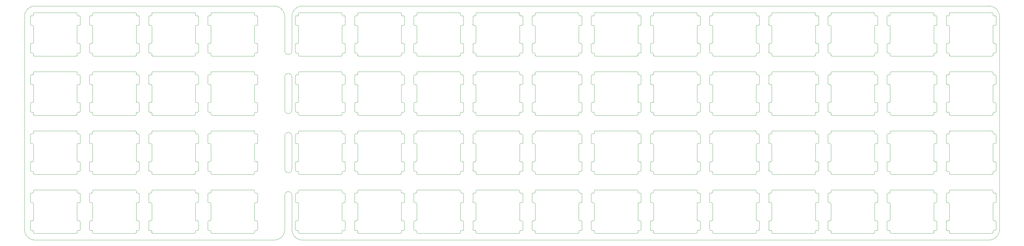
<source format=gbr>
G04 #@! TF.GenerationSoftware,KiCad,Pcbnew,(5.1.2-1)-1*
G04 #@! TF.CreationDate,2020-02-22T14:07:28-06:00*
G04 #@! TF.ProjectId,therick64BASP_top_plate,74686572-6963-46b3-9634-424153505f74,rev?*
G04 #@! TF.SameCoordinates,Original*
G04 #@! TF.FileFunction,Profile,NP*
%FSLAX46Y46*%
G04 Gerber Fmt 4.6, Leading zero omitted, Abs format (unit mm)*
G04 Created by KiCad (PCBNEW (5.1.2-1)-1) date 2020-02-22 14:07:28*
%MOMM*%
%LPD*%
G04 APERTURE LIST*
%ADD10C,0.050000*%
%ADD11C,0.100000*%
G04 APERTURE END LIST*
D10*
X358720000Y-114380000D02*
X358720000Y-45980000D01*
X131480000Y-57000000D02*
G75*
G02X129200000Y-57000000I-1140000J0D01*
G01*
X129200000Y-65360000D02*
G75*
G02X131480000Y-65360000I1140000J0D01*
G01*
X131479657Y-75999800D02*
G75*
G02X129199657Y-75999800I-1140000J0D01*
G01*
X129199657Y-84359778D02*
G75*
G02X131479657Y-84359778I1140000J0D01*
G01*
X131480000Y-95000000D02*
G75*
G02X129200000Y-95000000I-1140000J0D01*
G01*
X129200000Y-103360000D02*
G75*
G02X131480000Y-103360000I1140000J0D01*
G01*
X131480000Y-65360000D02*
X131479657Y-75999800D01*
X131480000Y-103360000D02*
X131480000Y-114380000D01*
X129200000Y-103360000D02*
X129200000Y-114380000D01*
X131479657Y-84359778D02*
X131480000Y-95000000D01*
X129199657Y-84359778D02*
X129200000Y-95000000D01*
X129200000Y-65360000D02*
X129199657Y-75999800D01*
X129200000Y-45980000D02*
X129200000Y-57000000D01*
X131480000Y-45980000D02*
X131480000Y-57000000D01*
X125780000Y-42560000D02*
X49020000Y-42560000D01*
X45600000Y-114380000D02*
X45600000Y-45980000D01*
X49020000Y-117800000D02*
X125780000Y-117800000D01*
X49020000Y-117800000D02*
G75*
G02X45600000Y-114380000I0J3420000D01*
G01*
X45600000Y-45980000D02*
G75*
G02X49020000Y-42560000I3420000J0D01*
G01*
X125780000Y-42560000D02*
G75*
G02X129200000Y-45980000I0J-3420000D01*
G01*
X129200000Y-114380000D02*
G75*
G02X125780000Y-117800000I-3420000J0D01*
G01*
X355300000Y-117800000D02*
X134900000Y-117800000D01*
X134900000Y-42560000D02*
X355300000Y-42560000D01*
X134900000Y-117800000D02*
G75*
G02X131480000Y-114380000I0J3420000D01*
G01*
X131480000Y-45980000D02*
G75*
G02X134900000Y-42560000I3420000J0D01*
G01*
X355300000Y-42560000D02*
G75*
G02X358720000Y-45980000I0J-3420000D01*
G01*
X358720000Y-114380000D02*
G75*
G02X355300000Y-117800000I-3420000J0D01*
G01*
D11*
X119179704Y-115679714D02*
X105779704Y-115679714D01*
X105779704Y-115679714D02*
G75*
G02X105479704Y-115379714I0J300000D01*
G01*
X105479704Y-115379714D02*
X105479704Y-114979714D01*
X105479704Y-101979714D02*
G75*
G02X105779704Y-101679714I300000J0D01*
G01*
X119179704Y-101679714D02*
X105779704Y-101679714D01*
X105479704Y-106079714D02*
X105479704Y-111279714D01*
X105479704Y-102379714D02*
X105479704Y-101979714D01*
X119479704Y-114979714D02*
X119479704Y-115379714D01*
X119179704Y-101679714D02*
G75*
G02X119479704Y-101979714I0J-300000D01*
G01*
X120479704Y-105579714D02*
G75*
G02X120279704Y-105779714I-200000J0D01*
G01*
X119479704Y-106079714D02*
G75*
G02X119779704Y-105779714I300000J0D01*
G01*
X119779704Y-102679714D02*
X120179704Y-102679714D01*
X120479704Y-105579714D02*
X120479704Y-102979714D01*
X120279704Y-105779714D02*
X119779704Y-105779714D01*
X119479704Y-111279714D02*
X119479704Y-106079714D01*
X119479704Y-115379714D02*
G75*
G02X119179704Y-115679714I-300000J0D01*
G01*
X119779704Y-102679714D02*
G75*
G02X119479704Y-102379714I0J300000D01*
G01*
X120179704Y-102679714D02*
G75*
G02X120479704Y-102979714I0J-300000D01*
G01*
X119479704Y-101979714D02*
X119479704Y-102379714D01*
X119779704Y-111579714D02*
G75*
G02X119479704Y-111279714I0J300000D01*
G01*
X120179704Y-111579714D02*
G75*
G02X120479704Y-111879714I0J-300000D01*
G01*
X120279704Y-114679714D02*
X119779704Y-114679714D01*
X120479704Y-114479714D02*
X120479704Y-111879714D01*
X119779704Y-111579714D02*
X120179704Y-111579714D01*
X119479704Y-114979714D02*
G75*
G02X119779704Y-114679714I300000J0D01*
G01*
X120479704Y-114479714D02*
G75*
G02X120279704Y-114679714I-200000J0D01*
G01*
X104479704Y-111779714D02*
G75*
G02X104679704Y-111579714I200000J0D01*
G01*
X105479704Y-111279714D02*
G75*
G02X105179704Y-111579714I-300000J0D01*
G01*
X105179704Y-114679714D02*
X104779704Y-114679714D01*
X104479704Y-111779714D02*
X104479704Y-114379714D01*
X104679704Y-111579714D02*
X105179704Y-111579714D01*
X104779704Y-114679714D02*
G75*
G02X104479704Y-114379714I0J300000D01*
G01*
X105179704Y-114679714D02*
G75*
G02X105479704Y-114979714I0J-300000D01*
G01*
X104679704Y-102679714D02*
X105179704Y-102679714D01*
X105179704Y-105779714D02*
X104779704Y-105779714D01*
X104479704Y-102879714D02*
X104479704Y-105479714D01*
X105479704Y-102379714D02*
G75*
G02X105179704Y-102679714I-300000J0D01*
G01*
X105179704Y-105779714D02*
G75*
G02X105479704Y-106079714I0J-300000D01*
G01*
X104779704Y-105779714D02*
G75*
G02X104479704Y-105479714I0J300000D01*
G01*
X104479704Y-102879714D02*
G75*
G02X104679704Y-102679714I200000J0D01*
G01*
X100179754Y-115679714D02*
X86779754Y-115679714D01*
X86779754Y-115679714D02*
G75*
G02X86479754Y-115379714I0J300000D01*
G01*
X86479754Y-115379714D02*
X86479754Y-114979714D01*
X86479754Y-101979714D02*
G75*
G02X86779754Y-101679714I300000J0D01*
G01*
X100179754Y-101679714D02*
X86779754Y-101679714D01*
X86479754Y-106079714D02*
X86479754Y-111279714D01*
X86479754Y-102379714D02*
X86479754Y-101979714D01*
X100479754Y-114979714D02*
X100479754Y-115379714D01*
X100179754Y-101679714D02*
G75*
G02X100479754Y-101979714I0J-300000D01*
G01*
X101479754Y-105579714D02*
G75*
G02X101279754Y-105779714I-200000J0D01*
G01*
X100479754Y-106079714D02*
G75*
G02X100779754Y-105779714I300000J0D01*
G01*
X100779754Y-102679714D02*
X101179754Y-102679714D01*
X101479754Y-105579714D02*
X101479754Y-102979714D01*
X101279754Y-105779714D02*
X100779754Y-105779714D01*
X100479754Y-111279714D02*
X100479754Y-106079714D01*
X100479754Y-115379714D02*
G75*
G02X100179754Y-115679714I-300000J0D01*
G01*
X100779754Y-102679714D02*
G75*
G02X100479754Y-102379714I0J300000D01*
G01*
X101179754Y-102679714D02*
G75*
G02X101479754Y-102979714I0J-300000D01*
G01*
X100479754Y-101979714D02*
X100479754Y-102379714D01*
X100779754Y-111579714D02*
G75*
G02X100479754Y-111279714I0J300000D01*
G01*
X101179754Y-111579714D02*
G75*
G02X101479754Y-111879714I0J-300000D01*
G01*
X101279754Y-114679714D02*
X100779754Y-114679714D01*
X101479754Y-114479714D02*
X101479754Y-111879714D01*
X100779754Y-111579714D02*
X101179754Y-111579714D01*
X100479754Y-114979714D02*
G75*
G02X100779754Y-114679714I300000J0D01*
G01*
X101479754Y-114479714D02*
G75*
G02X101279754Y-114679714I-200000J0D01*
G01*
X85479754Y-111779714D02*
G75*
G02X85679754Y-111579714I200000J0D01*
G01*
X86479754Y-111279714D02*
G75*
G02X86179754Y-111579714I-300000J0D01*
G01*
X86179754Y-114679714D02*
X85779754Y-114679714D01*
X85479754Y-111779714D02*
X85479754Y-114379714D01*
X85679754Y-111579714D02*
X86179754Y-111579714D01*
X85779754Y-114679714D02*
G75*
G02X85479754Y-114379714I0J300000D01*
G01*
X86179754Y-114679714D02*
G75*
G02X86479754Y-114979714I0J-300000D01*
G01*
X85679754Y-102679714D02*
X86179754Y-102679714D01*
X86179754Y-105779714D02*
X85779754Y-105779714D01*
X85479754Y-102879714D02*
X85479754Y-105479714D01*
X86479754Y-102379714D02*
G75*
G02X86179754Y-102679714I-300000J0D01*
G01*
X86179754Y-105779714D02*
G75*
G02X86479754Y-106079714I0J-300000D01*
G01*
X85779754Y-105779714D02*
G75*
G02X85479754Y-105479714I0J300000D01*
G01*
X85479754Y-102879714D02*
G75*
G02X85679754Y-102679714I200000J0D01*
G01*
X81179804Y-115679714D02*
X67779804Y-115679714D01*
X67779804Y-115679714D02*
G75*
G02X67479804Y-115379714I0J300000D01*
G01*
X67479804Y-115379714D02*
X67479804Y-114979714D01*
X67479804Y-101979714D02*
G75*
G02X67779804Y-101679714I300000J0D01*
G01*
X81179804Y-101679714D02*
X67779804Y-101679714D01*
X67479804Y-106079714D02*
X67479804Y-111279714D01*
X67479804Y-102379714D02*
X67479804Y-101979714D01*
X81479804Y-114979714D02*
X81479804Y-115379714D01*
X81179804Y-101679714D02*
G75*
G02X81479804Y-101979714I0J-300000D01*
G01*
X82479804Y-105579714D02*
G75*
G02X82279804Y-105779714I-200000J0D01*
G01*
X81479804Y-106079714D02*
G75*
G02X81779804Y-105779714I300000J0D01*
G01*
X81779804Y-102679714D02*
X82179804Y-102679714D01*
X82479804Y-105579714D02*
X82479804Y-102979714D01*
X82279804Y-105779714D02*
X81779804Y-105779714D01*
X81479804Y-111279714D02*
X81479804Y-106079714D01*
X81479804Y-115379714D02*
G75*
G02X81179804Y-115679714I-300000J0D01*
G01*
X81779804Y-102679714D02*
G75*
G02X81479804Y-102379714I0J300000D01*
G01*
X82179804Y-102679714D02*
G75*
G02X82479804Y-102979714I0J-300000D01*
G01*
X81479804Y-101979714D02*
X81479804Y-102379714D01*
X81779804Y-111579714D02*
G75*
G02X81479804Y-111279714I0J300000D01*
G01*
X82179804Y-111579714D02*
G75*
G02X82479804Y-111879714I0J-300000D01*
G01*
X82279804Y-114679714D02*
X81779804Y-114679714D01*
X82479804Y-114479714D02*
X82479804Y-111879714D01*
X81779804Y-111579714D02*
X82179804Y-111579714D01*
X81479804Y-114979714D02*
G75*
G02X81779804Y-114679714I300000J0D01*
G01*
X82479804Y-114479714D02*
G75*
G02X82279804Y-114679714I-200000J0D01*
G01*
X66479804Y-111779714D02*
G75*
G02X66679804Y-111579714I200000J0D01*
G01*
X67479804Y-111279714D02*
G75*
G02X67179804Y-111579714I-300000J0D01*
G01*
X67179804Y-114679714D02*
X66779804Y-114679714D01*
X66479804Y-111779714D02*
X66479804Y-114379714D01*
X66679804Y-111579714D02*
X67179804Y-111579714D01*
X66779804Y-114679714D02*
G75*
G02X66479804Y-114379714I0J300000D01*
G01*
X67179804Y-114679714D02*
G75*
G02X67479804Y-114979714I0J-300000D01*
G01*
X66679804Y-102679714D02*
X67179804Y-102679714D01*
X67179804Y-105779714D02*
X66779804Y-105779714D01*
X66479804Y-102879714D02*
X66479804Y-105479714D01*
X67479804Y-102379714D02*
G75*
G02X67179804Y-102679714I-300000J0D01*
G01*
X67179804Y-105779714D02*
G75*
G02X67479804Y-106079714I0J-300000D01*
G01*
X66779804Y-105779714D02*
G75*
G02X66479804Y-105479714I0J300000D01*
G01*
X66479804Y-102879714D02*
G75*
G02X66679804Y-102679714I200000J0D01*
G01*
X62179854Y-115679714D02*
X48779854Y-115679714D01*
X48779854Y-115679714D02*
G75*
G02X48479854Y-115379714I0J300000D01*
G01*
X48479854Y-115379714D02*
X48479854Y-114979714D01*
X48479854Y-101979714D02*
G75*
G02X48779854Y-101679714I300000J0D01*
G01*
X62179854Y-101679714D02*
X48779854Y-101679714D01*
X48479854Y-106079714D02*
X48479854Y-111279714D01*
X48479854Y-102379714D02*
X48479854Y-101979714D01*
X62479854Y-114979714D02*
X62479854Y-115379714D01*
X62179854Y-101679714D02*
G75*
G02X62479854Y-101979714I0J-300000D01*
G01*
X63479854Y-105579714D02*
G75*
G02X63279854Y-105779714I-200000J0D01*
G01*
X62479854Y-106079714D02*
G75*
G02X62779854Y-105779714I300000J0D01*
G01*
X62779854Y-102679714D02*
X63179854Y-102679714D01*
X63479854Y-105579714D02*
X63479854Y-102979714D01*
X63279854Y-105779714D02*
X62779854Y-105779714D01*
X62479854Y-111279714D02*
X62479854Y-106079714D01*
X62479854Y-115379714D02*
G75*
G02X62179854Y-115679714I-300000J0D01*
G01*
X62779854Y-102679714D02*
G75*
G02X62479854Y-102379714I0J300000D01*
G01*
X63179854Y-102679714D02*
G75*
G02X63479854Y-102979714I0J-300000D01*
G01*
X62479854Y-101979714D02*
X62479854Y-102379714D01*
X62779854Y-111579714D02*
G75*
G02X62479854Y-111279714I0J300000D01*
G01*
X63179854Y-111579714D02*
G75*
G02X63479854Y-111879714I0J-300000D01*
G01*
X63279854Y-114679714D02*
X62779854Y-114679714D01*
X63479854Y-114479714D02*
X63479854Y-111879714D01*
X62779854Y-111579714D02*
X63179854Y-111579714D01*
X62479854Y-114979714D02*
G75*
G02X62779854Y-114679714I300000J0D01*
G01*
X63479854Y-114479714D02*
G75*
G02X63279854Y-114679714I-200000J0D01*
G01*
X47479854Y-111779714D02*
G75*
G02X47679854Y-111579714I200000J0D01*
G01*
X48479854Y-111279714D02*
G75*
G02X48179854Y-111579714I-300000J0D01*
G01*
X48179854Y-114679714D02*
X47779854Y-114679714D01*
X47479854Y-111779714D02*
X47479854Y-114379714D01*
X47679854Y-111579714D02*
X48179854Y-111579714D01*
X47779854Y-114679714D02*
G75*
G02X47479854Y-114379714I0J300000D01*
G01*
X48179854Y-114679714D02*
G75*
G02X48479854Y-114979714I0J-300000D01*
G01*
X47679854Y-102679714D02*
X48179854Y-102679714D01*
X48179854Y-105779714D02*
X47779854Y-105779714D01*
X47479854Y-102879714D02*
X47479854Y-105479714D01*
X48479854Y-102379714D02*
G75*
G02X48179854Y-102679714I-300000J0D01*
G01*
X48179854Y-105779714D02*
G75*
G02X48479854Y-106079714I0J-300000D01*
G01*
X47779854Y-105779714D02*
G75*
G02X47479854Y-105479714I0J300000D01*
G01*
X47479854Y-102879714D02*
G75*
G02X47679854Y-102679714I200000J0D01*
G01*
X119179704Y-96679764D02*
X105779704Y-96679764D01*
X105779704Y-96679764D02*
G75*
G02X105479704Y-96379764I0J300000D01*
G01*
X105479704Y-96379764D02*
X105479704Y-95979764D01*
X105479704Y-82979764D02*
G75*
G02X105779704Y-82679764I300000J0D01*
G01*
X119179704Y-82679764D02*
X105779704Y-82679764D01*
X105479704Y-87079764D02*
X105479704Y-92279764D01*
X105479704Y-83379764D02*
X105479704Y-82979764D01*
X119479704Y-95979764D02*
X119479704Y-96379764D01*
X119179704Y-82679764D02*
G75*
G02X119479704Y-82979764I0J-300000D01*
G01*
X120479704Y-86579764D02*
G75*
G02X120279704Y-86779764I-200000J0D01*
G01*
X119479704Y-87079764D02*
G75*
G02X119779704Y-86779764I300000J0D01*
G01*
X119779704Y-83679764D02*
X120179704Y-83679764D01*
X120479704Y-86579764D02*
X120479704Y-83979764D01*
X120279704Y-86779764D02*
X119779704Y-86779764D01*
X119479704Y-92279764D02*
X119479704Y-87079764D01*
X119479704Y-96379764D02*
G75*
G02X119179704Y-96679764I-300000J0D01*
G01*
X119779704Y-83679764D02*
G75*
G02X119479704Y-83379764I0J300000D01*
G01*
X120179704Y-83679764D02*
G75*
G02X120479704Y-83979764I0J-300000D01*
G01*
X119479704Y-82979764D02*
X119479704Y-83379764D01*
X119779704Y-92579764D02*
G75*
G02X119479704Y-92279764I0J300000D01*
G01*
X120179704Y-92579764D02*
G75*
G02X120479704Y-92879764I0J-300000D01*
G01*
X120279704Y-95679764D02*
X119779704Y-95679764D01*
X120479704Y-95479764D02*
X120479704Y-92879764D01*
X119779704Y-92579764D02*
X120179704Y-92579764D01*
X119479704Y-95979764D02*
G75*
G02X119779704Y-95679764I300000J0D01*
G01*
X120479704Y-95479764D02*
G75*
G02X120279704Y-95679764I-200000J0D01*
G01*
X104479704Y-92779764D02*
G75*
G02X104679704Y-92579764I200000J0D01*
G01*
X105479704Y-92279764D02*
G75*
G02X105179704Y-92579764I-300000J0D01*
G01*
X105179704Y-95679764D02*
X104779704Y-95679764D01*
X104479704Y-92779764D02*
X104479704Y-95379764D01*
X104679704Y-92579764D02*
X105179704Y-92579764D01*
X104779704Y-95679764D02*
G75*
G02X104479704Y-95379764I0J300000D01*
G01*
X105179704Y-95679764D02*
G75*
G02X105479704Y-95979764I0J-300000D01*
G01*
X104679704Y-83679764D02*
X105179704Y-83679764D01*
X105179704Y-86779764D02*
X104779704Y-86779764D01*
X104479704Y-83879764D02*
X104479704Y-86479764D01*
X105479704Y-83379764D02*
G75*
G02X105179704Y-83679764I-300000J0D01*
G01*
X105179704Y-86779764D02*
G75*
G02X105479704Y-87079764I0J-300000D01*
G01*
X104779704Y-86779764D02*
G75*
G02X104479704Y-86479764I0J300000D01*
G01*
X104479704Y-83879764D02*
G75*
G02X104679704Y-83679764I200000J0D01*
G01*
X100179754Y-96679764D02*
X86779754Y-96679764D01*
X86779754Y-96679764D02*
G75*
G02X86479754Y-96379764I0J300000D01*
G01*
X86479754Y-96379764D02*
X86479754Y-95979764D01*
X86479754Y-82979764D02*
G75*
G02X86779754Y-82679764I300000J0D01*
G01*
X100179754Y-82679764D02*
X86779754Y-82679764D01*
X86479754Y-87079764D02*
X86479754Y-92279764D01*
X86479754Y-83379764D02*
X86479754Y-82979764D01*
X100479754Y-95979764D02*
X100479754Y-96379764D01*
X100179754Y-82679764D02*
G75*
G02X100479754Y-82979764I0J-300000D01*
G01*
X101479754Y-86579764D02*
G75*
G02X101279754Y-86779764I-200000J0D01*
G01*
X100479754Y-87079764D02*
G75*
G02X100779754Y-86779764I300000J0D01*
G01*
X100779754Y-83679764D02*
X101179754Y-83679764D01*
X101479754Y-86579764D02*
X101479754Y-83979764D01*
X101279754Y-86779764D02*
X100779754Y-86779764D01*
X100479754Y-92279764D02*
X100479754Y-87079764D01*
X100479754Y-96379764D02*
G75*
G02X100179754Y-96679764I-300000J0D01*
G01*
X100779754Y-83679764D02*
G75*
G02X100479754Y-83379764I0J300000D01*
G01*
X101179754Y-83679764D02*
G75*
G02X101479754Y-83979764I0J-300000D01*
G01*
X100479754Y-82979764D02*
X100479754Y-83379764D01*
X100779754Y-92579764D02*
G75*
G02X100479754Y-92279764I0J300000D01*
G01*
X101179754Y-92579764D02*
G75*
G02X101479754Y-92879764I0J-300000D01*
G01*
X101279754Y-95679764D02*
X100779754Y-95679764D01*
X101479754Y-95479764D02*
X101479754Y-92879764D01*
X100779754Y-92579764D02*
X101179754Y-92579764D01*
X100479754Y-95979764D02*
G75*
G02X100779754Y-95679764I300000J0D01*
G01*
X101479754Y-95479764D02*
G75*
G02X101279754Y-95679764I-200000J0D01*
G01*
X85479754Y-92779764D02*
G75*
G02X85679754Y-92579764I200000J0D01*
G01*
X86479754Y-92279764D02*
G75*
G02X86179754Y-92579764I-300000J0D01*
G01*
X86179754Y-95679764D02*
X85779754Y-95679764D01*
X85479754Y-92779764D02*
X85479754Y-95379764D01*
X85679754Y-92579764D02*
X86179754Y-92579764D01*
X85779754Y-95679764D02*
G75*
G02X85479754Y-95379764I0J300000D01*
G01*
X86179754Y-95679764D02*
G75*
G02X86479754Y-95979764I0J-300000D01*
G01*
X85679754Y-83679764D02*
X86179754Y-83679764D01*
X86179754Y-86779764D02*
X85779754Y-86779764D01*
X85479754Y-83879764D02*
X85479754Y-86479764D01*
X86479754Y-83379764D02*
G75*
G02X86179754Y-83679764I-300000J0D01*
G01*
X86179754Y-86779764D02*
G75*
G02X86479754Y-87079764I0J-300000D01*
G01*
X85779754Y-86779764D02*
G75*
G02X85479754Y-86479764I0J300000D01*
G01*
X85479754Y-83879764D02*
G75*
G02X85679754Y-83679764I200000J0D01*
G01*
X81179804Y-96679764D02*
X67779804Y-96679764D01*
X67779804Y-96679764D02*
G75*
G02X67479804Y-96379764I0J300000D01*
G01*
X67479804Y-96379764D02*
X67479804Y-95979764D01*
X67479804Y-82979764D02*
G75*
G02X67779804Y-82679764I300000J0D01*
G01*
X81179804Y-82679764D02*
X67779804Y-82679764D01*
X67479804Y-87079764D02*
X67479804Y-92279764D01*
X67479804Y-83379764D02*
X67479804Y-82979764D01*
X81479804Y-95979764D02*
X81479804Y-96379764D01*
X81179804Y-82679764D02*
G75*
G02X81479804Y-82979764I0J-300000D01*
G01*
X82479804Y-86579764D02*
G75*
G02X82279804Y-86779764I-200000J0D01*
G01*
X81479804Y-87079764D02*
G75*
G02X81779804Y-86779764I300000J0D01*
G01*
X81779804Y-83679764D02*
X82179804Y-83679764D01*
X82479804Y-86579764D02*
X82479804Y-83979764D01*
X82279804Y-86779764D02*
X81779804Y-86779764D01*
X81479804Y-92279764D02*
X81479804Y-87079764D01*
X81479804Y-96379764D02*
G75*
G02X81179804Y-96679764I-300000J0D01*
G01*
X81779804Y-83679764D02*
G75*
G02X81479804Y-83379764I0J300000D01*
G01*
X82179804Y-83679764D02*
G75*
G02X82479804Y-83979764I0J-300000D01*
G01*
X81479804Y-82979764D02*
X81479804Y-83379764D01*
X81779804Y-92579764D02*
G75*
G02X81479804Y-92279764I0J300000D01*
G01*
X82179804Y-92579764D02*
G75*
G02X82479804Y-92879764I0J-300000D01*
G01*
X82279804Y-95679764D02*
X81779804Y-95679764D01*
X82479804Y-95479764D02*
X82479804Y-92879764D01*
X81779804Y-92579764D02*
X82179804Y-92579764D01*
X81479804Y-95979764D02*
G75*
G02X81779804Y-95679764I300000J0D01*
G01*
X82479804Y-95479764D02*
G75*
G02X82279804Y-95679764I-200000J0D01*
G01*
X66479804Y-92779764D02*
G75*
G02X66679804Y-92579764I200000J0D01*
G01*
X67479804Y-92279764D02*
G75*
G02X67179804Y-92579764I-300000J0D01*
G01*
X67179804Y-95679764D02*
X66779804Y-95679764D01*
X66479804Y-92779764D02*
X66479804Y-95379764D01*
X66679804Y-92579764D02*
X67179804Y-92579764D01*
X66779804Y-95679764D02*
G75*
G02X66479804Y-95379764I0J300000D01*
G01*
X67179804Y-95679764D02*
G75*
G02X67479804Y-95979764I0J-300000D01*
G01*
X66679804Y-83679764D02*
X67179804Y-83679764D01*
X67179804Y-86779764D02*
X66779804Y-86779764D01*
X66479804Y-83879764D02*
X66479804Y-86479764D01*
X67479804Y-83379764D02*
G75*
G02X67179804Y-83679764I-300000J0D01*
G01*
X67179804Y-86779764D02*
G75*
G02X67479804Y-87079764I0J-300000D01*
G01*
X66779804Y-86779764D02*
G75*
G02X66479804Y-86479764I0J300000D01*
G01*
X66479804Y-83879764D02*
G75*
G02X66679804Y-83679764I200000J0D01*
G01*
X62179854Y-96679764D02*
X48779854Y-96679764D01*
X48779854Y-96679764D02*
G75*
G02X48479854Y-96379764I0J300000D01*
G01*
X48479854Y-96379764D02*
X48479854Y-95979764D01*
X48479854Y-82979764D02*
G75*
G02X48779854Y-82679764I300000J0D01*
G01*
X62179854Y-82679764D02*
X48779854Y-82679764D01*
X48479854Y-87079764D02*
X48479854Y-92279764D01*
X48479854Y-83379764D02*
X48479854Y-82979764D01*
X62479854Y-95979764D02*
X62479854Y-96379764D01*
X62179854Y-82679764D02*
G75*
G02X62479854Y-82979764I0J-300000D01*
G01*
X63479854Y-86579764D02*
G75*
G02X63279854Y-86779764I-200000J0D01*
G01*
X62479854Y-87079764D02*
G75*
G02X62779854Y-86779764I300000J0D01*
G01*
X62779854Y-83679764D02*
X63179854Y-83679764D01*
X63479854Y-86579764D02*
X63479854Y-83979764D01*
X63279854Y-86779764D02*
X62779854Y-86779764D01*
X62479854Y-92279764D02*
X62479854Y-87079764D01*
X62479854Y-96379764D02*
G75*
G02X62179854Y-96679764I-300000J0D01*
G01*
X62779854Y-83679764D02*
G75*
G02X62479854Y-83379764I0J300000D01*
G01*
X63179854Y-83679764D02*
G75*
G02X63479854Y-83979764I0J-300000D01*
G01*
X62479854Y-82979764D02*
X62479854Y-83379764D01*
X62779854Y-92579764D02*
G75*
G02X62479854Y-92279764I0J300000D01*
G01*
X63179854Y-92579764D02*
G75*
G02X63479854Y-92879764I0J-300000D01*
G01*
X63279854Y-95679764D02*
X62779854Y-95679764D01*
X63479854Y-95479764D02*
X63479854Y-92879764D01*
X62779854Y-92579764D02*
X63179854Y-92579764D01*
X62479854Y-95979764D02*
G75*
G02X62779854Y-95679764I300000J0D01*
G01*
X63479854Y-95479764D02*
G75*
G02X63279854Y-95679764I-200000J0D01*
G01*
X47479854Y-92779764D02*
G75*
G02X47679854Y-92579764I200000J0D01*
G01*
X48479854Y-92279764D02*
G75*
G02X48179854Y-92579764I-300000J0D01*
G01*
X48179854Y-95679764D02*
X47779854Y-95679764D01*
X47479854Y-92779764D02*
X47479854Y-95379764D01*
X47679854Y-92579764D02*
X48179854Y-92579764D01*
X47779854Y-95679764D02*
G75*
G02X47479854Y-95379764I0J300000D01*
G01*
X48179854Y-95679764D02*
G75*
G02X48479854Y-95979764I0J-300000D01*
G01*
X47679854Y-83679764D02*
X48179854Y-83679764D01*
X48179854Y-86779764D02*
X47779854Y-86779764D01*
X47479854Y-83879764D02*
X47479854Y-86479764D01*
X48479854Y-83379764D02*
G75*
G02X48179854Y-83679764I-300000J0D01*
G01*
X48179854Y-86779764D02*
G75*
G02X48479854Y-87079764I0J-300000D01*
G01*
X47779854Y-86779764D02*
G75*
G02X47479854Y-86479764I0J300000D01*
G01*
X47479854Y-83879764D02*
G75*
G02X47679854Y-83679764I200000J0D01*
G01*
X119179704Y-77679814D02*
X105779704Y-77679814D01*
X105779704Y-77679814D02*
G75*
G02X105479704Y-77379814I0J300000D01*
G01*
X105479704Y-77379814D02*
X105479704Y-76979814D01*
X105479704Y-63979814D02*
G75*
G02X105779704Y-63679814I300000J0D01*
G01*
X119179704Y-63679814D02*
X105779704Y-63679814D01*
X105479704Y-68079814D02*
X105479704Y-73279814D01*
X105479704Y-64379814D02*
X105479704Y-63979814D01*
X119479704Y-76979814D02*
X119479704Y-77379814D01*
X119179704Y-63679814D02*
G75*
G02X119479704Y-63979814I0J-300000D01*
G01*
X120479704Y-67579814D02*
G75*
G02X120279704Y-67779814I-200000J0D01*
G01*
X119479704Y-68079814D02*
G75*
G02X119779704Y-67779814I300000J0D01*
G01*
X119779704Y-64679814D02*
X120179704Y-64679814D01*
X120479704Y-67579814D02*
X120479704Y-64979814D01*
X120279704Y-67779814D02*
X119779704Y-67779814D01*
X119479704Y-73279814D02*
X119479704Y-68079814D01*
X119479704Y-77379814D02*
G75*
G02X119179704Y-77679814I-300000J0D01*
G01*
X119779704Y-64679814D02*
G75*
G02X119479704Y-64379814I0J300000D01*
G01*
X120179704Y-64679814D02*
G75*
G02X120479704Y-64979814I0J-300000D01*
G01*
X119479704Y-63979814D02*
X119479704Y-64379814D01*
X119779704Y-73579814D02*
G75*
G02X119479704Y-73279814I0J300000D01*
G01*
X120179704Y-73579814D02*
G75*
G02X120479704Y-73879814I0J-300000D01*
G01*
X120279704Y-76679814D02*
X119779704Y-76679814D01*
X120479704Y-76479814D02*
X120479704Y-73879814D01*
X119779704Y-73579814D02*
X120179704Y-73579814D01*
X119479704Y-76979814D02*
G75*
G02X119779704Y-76679814I300000J0D01*
G01*
X120479704Y-76479814D02*
G75*
G02X120279704Y-76679814I-200000J0D01*
G01*
X104479704Y-73779814D02*
G75*
G02X104679704Y-73579814I200000J0D01*
G01*
X105479704Y-73279814D02*
G75*
G02X105179704Y-73579814I-300000J0D01*
G01*
X105179704Y-76679814D02*
X104779704Y-76679814D01*
X104479704Y-73779814D02*
X104479704Y-76379814D01*
X104679704Y-73579814D02*
X105179704Y-73579814D01*
X104779704Y-76679814D02*
G75*
G02X104479704Y-76379814I0J300000D01*
G01*
X105179704Y-76679814D02*
G75*
G02X105479704Y-76979814I0J-300000D01*
G01*
X104679704Y-64679814D02*
X105179704Y-64679814D01*
X105179704Y-67779814D02*
X104779704Y-67779814D01*
X104479704Y-64879814D02*
X104479704Y-67479814D01*
X105479704Y-64379814D02*
G75*
G02X105179704Y-64679814I-300000J0D01*
G01*
X105179704Y-67779814D02*
G75*
G02X105479704Y-68079814I0J-300000D01*
G01*
X104779704Y-67779814D02*
G75*
G02X104479704Y-67479814I0J300000D01*
G01*
X104479704Y-64879814D02*
G75*
G02X104679704Y-64679814I200000J0D01*
G01*
X100179754Y-77679814D02*
X86779754Y-77679814D01*
X86779754Y-77679814D02*
G75*
G02X86479754Y-77379814I0J300000D01*
G01*
X86479754Y-77379814D02*
X86479754Y-76979814D01*
X86479754Y-63979814D02*
G75*
G02X86779754Y-63679814I300000J0D01*
G01*
X100179754Y-63679814D02*
X86779754Y-63679814D01*
X86479754Y-68079814D02*
X86479754Y-73279814D01*
X86479754Y-64379814D02*
X86479754Y-63979814D01*
X100479754Y-76979814D02*
X100479754Y-77379814D01*
X100179754Y-63679814D02*
G75*
G02X100479754Y-63979814I0J-300000D01*
G01*
X101479754Y-67579814D02*
G75*
G02X101279754Y-67779814I-200000J0D01*
G01*
X100479754Y-68079814D02*
G75*
G02X100779754Y-67779814I300000J0D01*
G01*
X100779754Y-64679814D02*
X101179754Y-64679814D01*
X101479754Y-67579814D02*
X101479754Y-64979814D01*
X101279754Y-67779814D02*
X100779754Y-67779814D01*
X100479754Y-73279814D02*
X100479754Y-68079814D01*
X100479754Y-77379814D02*
G75*
G02X100179754Y-77679814I-300000J0D01*
G01*
X100779754Y-64679814D02*
G75*
G02X100479754Y-64379814I0J300000D01*
G01*
X101179754Y-64679814D02*
G75*
G02X101479754Y-64979814I0J-300000D01*
G01*
X100479754Y-63979814D02*
X100479754Y-64379814D01*
X100779754Y-73579814D02*
G75*
G02X100479754Y-73279814I0J300000D01*
G01*
X101179754Y-73579814D02*
G75*
G02X101479754Y-73879814I0J-300000D01*
G01*
X101279754Y-76679814D02*
X100779754Y-76679814D01*
X101479754Y-76479814D02*
X101479754Y-73879814D01*
X100779754Y-73579814D02*
X101179754Y-73579814D01*
X100479754Y-76979814D02*
G75*
G02X100779754Y-76679814I300000J0D01*
G01*
X101479754Y-76479814D02*
G75*
G02X101279754Y-76679814I-200000J0D01*
G01*
X85479754Y-73779814D02*
G75*
G02X85679754Y-73579814I200000J0D01*
G01*
X86479754Y-73279814D02*
G75*
G02X86179754Y-73579814I-300000J0D01*
G01*
X86179754Y-76679814D02*
X85779754Y-76679814D01*
X85479754Y-73779814D02*
X85479754Y-76379814D01*
X85679754Y-73579814D02*
X86179754Y-73579814D01*
X85779754Y-76679814D02*
G75*
G02X85479754Y-76379814I0J300000D01*
G01*
X86179754Y-76679814D02*
G75*
G02X86479754Y-76979814I0J-300000D01*
G01*
X85679754Y-64679814D02*
X86179754Y-64679814D01*
X86179754Y-67779814D02*
X85779754Y-67779814D01*
X85479754Y-64879814D02*
X85479754Y-67479814D01*
X86479754Y-64379814D02*
G75*
G02X86179754Y-64679814I-300000J0D01*
G01*
X86179754Y-67779814D02*
G75*
G02X86479754Y-68079814I0J-300000D01*
G01*
X85779754Y-67779814D02*
G75*
G02X85479754Y-67479814I0J300000D01*
G01*
X85479754Y-64879814D02*
G75*
G02X85679754Y-64679814I200000J0D01*
G01*
X81179804Y-77679814D02*
X67779804Y-77679814D01*
X67779804Y-77679814D02*
G75*
G02X67479804Y-77379814I0J300000D01*
G01*
X67479804Y-77379814D02*
X67479804Y-76979814D01*
X67479804Y-63979814D02*
G75*
G02X67779804Y-63679814I300000J0D01*
G01*
X81179804Y-63679814D02*
X67779804Y-63679814D01*
X67479804Y-68079814D02*
X67479804Y-73279814D01*
X67479804Y-64379814D02*
X67479804Y-63979814D01*
X81479804Y-76979814D02*
X81479804Y-77379814D01*
X81179804Y-63679814D02*
G75*
G02X81479804Y-63979814I0J-300000D01*
G01*
X82479804Y-67579814D02*
G75*
G02X82279804Y-67779814I-200000J0D01*
G01*
X81479804Y-68079814D02*
G75*
G02X81779804Y-67779814I300000J0D01*
G01*
X81779804Y-64679814D02*
X82179804Y-64679814D01*
X82479804Y-67579814D02*
X82479804Y-64979814D01*
X82279804Y-67779814D02*
X81779804Y-67779814D01*
X81479804Y-73279814D02*
X81479804Y-68079814D01*
X81479804Y-77379814D02*
G75*
G02X81179804Y-77679814I-300000J0D01*
G01*
X81779804Y-64679814D02*
G75*
G02X81479804Y-64379814I0J300000D01*
G01*
X82179804Y-64679814D02*
G75*
G02X82479804Y-64979814I0J-300000D01*
G01*
X81479804Y-63979814D02*
X81479804Y-64379814D01*
X81779804Y-73579814D02*
G75*
G02X81479804Y-73279814I0J300000D01*
G01*
X82179804Y-73579814D02*
G75*
G02X82479804Y-73879814I0J-300000D01*
G01*
X82279804Y-76679814D02*
X81779804Y-76679814D01*
X82479804Y-76479814D02*
X82479804Y-73879814D01*
X81779804Y-73579814D02*
X82179804Y-73579814D01*
X81479804Y-76979814D02*
G75*
G02X81779804Y-76679814I300000J0D01*
G01*
X82479804Y-76479814D02*
G75*
G02X82279804Y-76679814I-200000J0D01*
G01*
X66479804Y-73779814D02*
G75*
G02X66679804Y-73579814I200000J0D01*
G01*
X67479804Y-73279814D02*
G75*
G02X67179804Y-73579814I-300000J0D01*
G01*
X67179804Y-76679814D02*
X66779804Y-76679814D01*
X66479804Y-73779814D02*
X66479804Y-76379814D01*
X66679804Y-73579814D02*
X67179804Y-73579814D01*
X66779804Y-76679814D02*
G75*
G02X66479804Y-76379814I0J300000D01*
G01*
X67179804Y-76679814D02*
G75*
G02X67479804Y-76979814I0J-300000D01*
G01*
X66679804Y-64679814D02*
X67179804Y-64679814D01*
X67179804Y-67779814D02*
X66779804Y-67779814D01*
X66479804Y-64879814D02*
X66479804Y-67479814D01*
X67479804Y-64379814D02*
G75*
G02X67179804Y-64679814I-300000J0D01*
G01*
X67179804Y-67779814D02*
G75*
G02X67479804Y-68079814I0J-300000D01*
G01*
X66779804Y-67779814D02*
G75*
G02X66479804Y-67479814I0J300000D01*
G01*
X66479804Y-64879814D02*
G75*
G02X66679804Y-64679814I200000J0D01*
G01*
X62179854Y-77679814D02*
X48779854Y-77679814D01*
X48779854Y-77679814D02*
G75*
G02X48479854Y-77379814I0J300000D01*
G01*
X48479854Y-77379814D02*
X48479854Y-76979814D01*
X48479854Y-63979814D02*
G75*
G02X48779854Y-63679814I300000J0D01*
G01*
X62179854Y-63679814D02*
X48779854Y-63679814D01*
X48479854Y-68079814D02*
X48479854Y-73279814D01*
X48479854Y-64379814D02*
X48479854Y-63979814D01*
X62479854Y-76979814D02*
X62479854Y-77379814D01*
X62179854Y-63679814D02*
G75*
G02X62479854Y-63979814I0J-300000D01*
G01*
X63479854Y-67579814D02*
G75*
G02X63279854Y-67779814I-200000J0D01*
G01*
X62479854Y-68079814D02*
G75*
G02X62779854Y-67779814I300000J0D01*
G01*
X62779854Y-64679814D02*
X63179854Y-64679814D01*
X63479854Y-67579814D02*
X63479854Y-64979814D01*
X63279854Y-67779814D02*
X62779854Y-67779814D01*
X62479854Y-73279814D02*
X62479854Y-68079814D01*
X62479854Y-77379814D02*
G75*
G02X62179854Y-77679814I-300000J0D01*
G01*
X62779854Y-64679814D02*
G75*
G02X62479854Y-64379814I0J300000D01*
G01*
X63179854Y-64679814D02*
G75*
G02X63479854Y-64979814I0J-300000D01*
G01*
X62479854Y-63979814D02*
X62479854Y-64379814D01*
X62779854Y-73579814D02*
G75*
G02X62479854Y-73279814I0J300000D01*
G01*
X63179854Y-73579814D02*
G75*
G02X63479854Y-73879814I0J-300000D01*
G01*
X63279854Y-76679814D02*
X62779854Y-76679814D01*
X63479854Y-76479814D02*
X63479854Y-73879814D01*
X62779854Y-73579814D02*
X63179854Y-73579814D01*
X62479854Y-76979814D02*
G75*
G02X62779854Y-76679814I300000J0D01*
G01*
X63479854Y-76479814D02*
G75*
G02X63279854Y-76679814I-200000J0D01*
G01*
X47479854Y-73779814D02*
G75*
G02X47679854Y-73579814I200000J0D01*
G01*
X48479854Y-73279814D02*
G75*
G02X48179854Y-73579814I-300000J0D01*
G01*
X48179854Y-76679814D02*
X47779854Y-76679814D01*
X47479854Y-73779814D02*
X47479854Y-76379814D01*
X47679854Y-73579814D02*
X48179854Y-73579814D01*
X47779854Y-76679814D02*
G75*
G02X47479854Y-76379814I0J300000D01*
G01*
X48179854Y-76679814D02*
G75*
G02X48479854Y-76979814I0J-300000D01*
G01*
X47679854Y-64679814D02*
X48179854Y-64679814D01*
X48179854Y-67779814D02*
X47779854Y-67779814D01*
X47479854Y-64879814D02*
X47479854Y-67479814D01*
X48479854Y-64379814D02*
G75*
G02X48179854Y-64679814I-300000J0D01*
G01*
X48179854Y-67779814D02*
G75*
G02X48479854Y-68079814I0J-300000D01*
G01*
X47779854Y-67779814D02*
G75*
G02X47479854Y-67479814I0J300000D01*
G01*
X47479854Y-64879814D02*
G75*
G02X47679854Y-64679814I200000J0D01*
G01*
X119179704Y-58679864D02*
X105779704Y-58679864D01*
X105779704Y-58679864D02*
G75*
G02X105479704Y-58379864I0J300000D01*
G01*
X105479704Y-58379864D02*
X105479704Y-57979864D01*
X105479704Y-44979864D02*
G75*
G02X105779704Y-44679864I300000J0D01*
G01*
X119179704Y-44679864D02*
X105779704Y-44679864D01*
X105479704Y-49079864D02*
X105479704Y-54279864D01*
X105479704Y-45379864D02*
X105479704Y-44979864D01*
X119479704Y-57979864D02*
X119479704Y-58379864D01*
X119179704Y-44679864D02*
G75*
G02X119479704Y-44979864I0J-300000D01*
G01*
X120479704Y-48579864D02*
G75*
G02X120279704Y-48779864I-200000J0D01*
G01*
X119479704Y-49079864D02*
G75*
G02X119779704Y-48779864I300000J0D01*
G01*
X119779704Y-45679864D02*
X120179704Y-45679864D01*
X120479704Y-48579864D02*
X120479704Y-45979864D01*
X120279704Y-48779864D02*
X119779704Y-48779864D01*
X119479704Y-54279864D02*
X119479704Y-49079864D01*
X119479704Y-58379864D02*
G75*
G02X119179704Y-58679864I-300000J0D01*
G01*
X119779704Y-45679864D02*
G75*
G02X119479704Y-45379864I0J300000D01*
G01*
X120179704Y-45679864D02*
G75*
G02X120479704Y-45979864I0J-300000D01*
G01*
X119479704Y-44979864D02*
X119479704Y-45379864D01*
X119779704Y-54579864D02*
G75*
G02X119479704Y-54279864I0J300000D01*
G01*
X120179704Y-54579864D02*
G75*
G02X120479704Y-54879864I0J-300000D01*
G01*
X120279704Y-57679864D02*
X119779704Y-57679864D01*
X120479704Y-57479864D02*
X120479704Y-54879864D01*
X119779704Y-54579864D02*
X120179704Y-54579864D01*
X119479704Y-57979864D02*
G75*
G02X119779704Y-57679864I300000J0D01*
G01*
X120479704Y-57479864D02*
G75*
G02X120279704Y-57679864I-200000J0D01*
G01*
X104479704Y-54779864D02*
G75*
G02X104679704Y-54579864I200000J0D01*
G01*
X105479704Y-54279864D02*
G75*
G02X105179704Y-54579864I-300000J0D01*
G01*
X105179704Y-57679864D02*
X104779704Y-57679864D01*
X104479704Y-54779864D02*
X104479704Y-57379864D01*
X104679704Y-54579864D02*
X105179704Y-54579864D01*
X104779704Y-57679864D02*
G75*
G02X104479704Y-57379864I0J300000D01*
G01*
X105179704Y-57679864D02*
G75*
G02X105479704Y-57979864I0J-300000D01*
G01*
X104679704Y-45679864D02*
X105179704Y-45679864D01*
X105179704Y-48779864D02*
X104779704Y-48779864D01*
X104479704Y-45879864D02*
X104479704Y-48479864D01*
X105479704Y-45379864D02*
G75*
G02X105179704Y-45679864I-300000J0D01*
G01*
X105179704Y-48779864D02*
G75*
G02X105479704Y-49079864I0J-300000D01*
G01*
X104779704Y-48779864D02*
G75*
G02X104479704Y-48479864I0J300000D01*
G01*
X104479704Y-45879864D02*
G75*
G02X104679704Y-45679864I200000J0D01*
G01*
X100179754Y-58679864D02*
X86779754Y-58679864D01*
X86779754Y-58679864D02*
G75*
G02X86479754Y-58379864I0J300000D01*
G01*
X86479754Y-58379864D02*
X86479754Y-57979864D01*
X86479754Y-44979864D02*
G75*
G02X86779754Y-44679864I300000J0D01*
G01*
X100179754Y-44679864D02*
X86779754Y-44679864D01*
X86479754Y-49079864D02*
X86479754Y-54279864D01*
X86479754Y-45379864D02*
X86479754Y-44979864D01*
X100479754Y-57979864D02*
X100479754Y-58379864D01*
X100179754Y-44679864D02*
G75*
G02X100479754Y-44979864I0J-300000D01*
G01*
X101479754Y-48579864D02*
G75*
G02X101279754Y-48779864I-200000J0D01*
G01*
X100479754Y-49079864D02*
G75*
G02X100779754Y-48779864I300000J0D01*
G01*
X100779754Y-45679864D02*
X101179754Y-45679864D01*
X101479754Y-48579864D02*
X101479754Y-45979864D01*
X101279754Y-48779864D02*
X100779754Y-48779864D01*
X100479754Y-54279864D02*
X100479754Y-49079864D01*
X100479754Y-58379864D02*
G75*
G02X100179754Y-58679864I-300000J0D01*
G01*
X100779754Y-45679864D02*
G75*
G02X100479754Y-45379864I0J300000D01*
G01*
X101179754Y-45679864D02*
G75*
G02X101479754Y-45979864I0J-300000D01*
G01*
X100479754Y-44979864D02*
X100479754Y-45379864D01*
X100779754Y-54579864D02*
G75*
G02X100479754Y-54279864I0J300000D01*
G01*
X101179754Y-54579864D02*
G75*
G02X101479754Y-54879864I0J-300000D01*
G01*
X101279754Y-57679864D02*
X100779754Y-57679864D01*
X101479754Y-57479864D02*
X101479754Y-54879864D01*
X100779754Y-54579864D02*
X101179754Y-54579864D01*
X100479754Y-57979864D02*
G75*
G02X100779754Y-57679864I300000J0D01*
G01*
X101479754Y-57479864D02*
G75*
G02X101279754Y-57679864I-200000J0D01*
G01*
X85479754Y-54779864D02*
G75*
G02X85679754Y-54579864I200000J0D01*
G01*
X86479754Y-54279864D02*
G75*
G02X86179754Y-54579864I-300000J0D01*
G01*
X86179754Y-57679864D02*
X85779754Y-57679864D01*
X85479754Y-54779864D02*
X85479754Y-57379864D01*
X85679754Y-54579864D02*
X86179754Y-54579864D01*
X85779754Y-57679864D02*
G75*
G02X85479754Y-57379864I0J300000D01*
G01*
X86179754Y-57679864D02*
G75*
G02X86479754Y-57979864I0J-300000D01*
G01*
X85679754Y-45679864D02*
X86179754Y-45679864D01*
X86179754Y-48779864D02*
X85779754Y-48779864D01*
X85479754Y-45879864D02*
X85479754Y-48479864D01*
X86479754Y-45379864D02*
G75*
G02X86179754Y-45679864I-300000J0D01*
G01*
X86179754Y-48779864D02*
G75*
G02X86479754Y-49079864I0J-300000D01*
G01*
X85779754Y-48779864D02*
G75*
G02X85479754Y-48479864I0J300000D01*
G01*
X85479754Y-45879864D02*
G75*
G02X85679754Y-45679864I200000J0D01*
G01*
X66479804Y-45879864D02*
G75*
G02X66679804Y-45679864I200000J0D01*
G01*
X66779804Y-48779864D02*
G75*
G02X66479804Y-48479864I0J300000D01*
G01*
X67179804Y-48779864D02*
G75*
G02X67479804Y-49079864I0J-300000D01*
G01*
X67479804Y-45379864D02*
G75*
G02X67179804Y-45679864I-300000J0D01*
G01*
X66479804Y-45879864D02*
X66479804Y-48479864D01*
X67179804Y-48779864D02*
X66779804Y-48779864D01*
X66679804Y-45679864D02*
X67179804Y-45679864D01*
X67179804Y-57679864D02*
G75*
G02X67479804Y-57979864I0J-300000D01*
G01*
X66779804Y-57679864D02*
G75*
G02X66479804Y-57379864I0J300000D01*
G01*
X66679804Y-54579864D02*
X67179804Y-54579864D01*
X66479804Y-54779864D02*
X66479804Y-57379864D01*
X67179804Y-57679864D02*
X66779804Y-57679864D01*
X67479804Y-54279864D02*
G75*
G02X67179804Y-54579864I-300000J0D01*
G01*
X66479804Y-54779864D02*
G75*
G02X66679804Y-54579864I200000J0D01*
G01*
X82479804Y-57479864D02*
G75*
G02X82279804Y-57679864I-200000J0D01*
G01*
X81479804Y-57979864D02*
G75*
G02X81779804Y-57679864I300000J0D01*
G01*
X81779804Y-54579864D02*
X82179804Y-54579864D01*
X82479804Y-57479864D02*
X82479804Y-54879864D01*
X82279804Y-57679864D02*
X81779804Y-57679864D01*
X82179804Y-54579864D02*
G75*
G02X82479804Y-54879864I0J-300000D01*
G01*
X81779804Y-54579864D02*
G75*
G02X81479804Y-54279864I0J300000D01*
G01*
X81479804Y-44979864D02*
X81479804Y-45379864D01*
X82179804Y-45679864D02*
G75*
G02X82479804Y-45979864I0J-300000D01*
G01*
X81779804Y-45679864D02*
G75*
G02X81479804Y-45379864I0J300000D01*
G01*
X81479804Y-58379864D02*
G75*
G02X81179804Y-58679864I-300000J0D01*
G01*
X81479804Y-54279864D02*
X81479804Y-49079864D01*
X82279804Y-48779864D02*
X81779804Y-48779864D01*
X82479804Y-48579864D02*
X82479804Y-45979864D01*
X81779804Y-45679864D02*
X82179804Y-45679864D01*
X81479804Y-49079864D02*
G75*
G02X81779804Y-48779864I300000J0D01*
G01*
X82479804Y-48579864D02*
G75*
G02X82279804Y-48779864I-200000J0D01*
G01*
X81179804Y-44679864D02*
G75*
G02X81479804Y-44979864I0J-300000D01*
G01*
X81479804Y-57979864D02*
X81479804Y-58379864D01*
X67479804Y-45379864D02*
X67479804Y-44979864D01*
X67479804Y-49079864D02*
X67479804Y-54279864D01*
X81179804Y-44679864D02*
X67779804Y-44679864D01*
X67479804Y-44979864D02*
G75*
G02X67779804Y-44679864I300000J0D01*
G01*
X67479804Y-58379864D02*
X67479804Y-57979864D01*
X67779804Y-58679864D02*
G75*
G02X67479804Y-58379864I0J300000D01*
G01*
X81179804Y-58679864D02*
X67779804Y-58679864D01*
X47479854Y-45879864D02*
G75*
G02X47679854Y-45679864I200000J0D01*
G01*
X47779854Y-48779864D02*
G75*
G02X47479854Y-48479864I0J300000D01*
G01*
X48179854Y-48779864D02*
G75*
G02X48479854Y-49079864I0J-300000D01*
G01*
X48479854Y-45379864D02*
G75*
G02X48179854Y-45679864I-300000J0D01*
G01*
X47479854Y-45879864D02*
X47479854Y-48479864D01*
X48179854Y-48779864D02*
X47779854Y-48779864D01*
X47679854Y-45679864D02*
X48179854Y-45679864D01*
X48179854Y-57679864D02*
G75*
G02X48479854Y-57979864I0J-300000D01*
G01*
X47779854Y-57679864D02*
G75*
G02X47479854Y-57379864I0J300000D01*
G01*
X47679854Y-54579864D02*
X48179854Y-54579864D01*
X47479854Y-54779864D02*
X47479854Y-57379864D01*
X48179854Y-57679864D02*
X47779854Y-57679864D01*
X48479854Y-54279864D02*
G75*
G02X48179854Y-54579864I-300000J0D01*
G01*
X47479854Y-54779864D02*
G75*
G02X47679854Y-54579864I200000J0D01*
G01*
X63479854Y-57479864D02*
G75*
G02X63279854Y-57679864I-200000J0D01*
G01*
X62479854Y-57979864D02*
G75*
G02X62779854Y-57679864I300000J0D01*
G01*
X62779854Y-54579864D02*
X63179854Y-54579864D01*
X63479854Y-57479864D02*
X63479854Y-54879864D01*
X63279854Y-57679864D02*
X62779854Y-57679864D01*
X63179854Y-54579864D02*
G75*
G02X63479854Y-54879864I0J-300000D01*
G01*
X62779854Y-54579864D02*
G75*
G02X62479854Y-54279864I0J300000D01*
G01*
X62479854Y-44979864D02*
X62479854Y-45379864D01*
X63179854Y-45679864D02*
G75*
G02X63479854Y-45979864I0J-300000D01*
G01*
X62779854Y-45679864D02*
G75*
G02X62479854Y-45379864I0J300000D01*
G01*
X62479854Y-58379864D02*
G75*
G02X62179854Y-58679864I-300000J0D01*
G01*
X62479854Y-54279864D02*
X62479854Y-49079864D01*
X63279854Y-48779864D02*
X62779854Y-48779864D01*
X63479854Y-48579864D02*
X63479854Y-45979864D01*
X62779854Y-45679864D02*
X63179854Y-45679864D01*
X62479854Y-49079864D02*
G75*
G02X62779854Y-48779864I300000J0D01*
G01*
X63479854Y-48579864D02*
G75*
G02X63279854Y-48779864I-200000J0D01*
G01*
X62179854Y-44679864D02*
G75*
G02X62479854Y-44979864I0J-300000D01*
G01*
X62479854Y-57979864D02*
X62479854Y-58379864D01*
X48479854Y-45379864D02*
X48479854Y-44979864D01*
X48479854Y-49079864D02*
X48479854Y-54279864D01*
X62179854Y-44679864D02*
X48779854Y-44679864D01*
X48479854Y-44979864D02*
G75*
G02X48779854Y-44679864I300000J0D01*
G01*
X48479854Y-58379864D02*
X48479854Y-57979864D01*
X48779854Y-58679864D02*
G75*
G02X48479854Y-58379864I0J300000D01*
G01*
X62179854Y-58679864D02*
X48779854Y-58679864D01*
X147299630Y-58679864D02*
X133899630Y-58679864D01*
X133899630Y-58679864D02*
G75*
G02X133599630Y-58379864I0J300000D01*
G01*
X133599630Y-58379864D02*
X133599630Y-57979864D01*
X133599630Y-44979864D02*
G75*
G02X133899630Y-44679864I300000J0D01*
G01*
X147299630Y-44679864D02*
X133899630Y-44679864D01*
X133599630Y-49079864D02*
X133599630Y-54279864D01*
X133599630Y-45379864D02*
X133599630Y-44979864D01*
X147599630Y-57979864D02*
X147599630Y-58379864D01*
X147299630Y-44679864D02*
G75*
G02X147599630Y-44979864I0J-300000D01*
G01*
X148599630Y-48579864D02*
G75*
G02X148399630Y-48779864I-200000J0D01*
G01*
X147599630Y-49079864D02*
G75*
G02X147899630Y-48779864I300000J0D01*
G01*
X147899630Y-45679864D02*
X148299630Y-45679864D01*
X148599630Y-48579864D02*
X148599630Y-45979864D01*
X148399630Y-48779864D02*
X147899630Y-48779864D01*
X147599630Y-54279864D02*
X147599630Y-49079864D01*
X147599630Y-58379864D02*
G75*
G02X147299630Y-58679864I-300000J0D01*
G01*
X147899630Y-45679864D02*
G75*
G02X147599630Y-45379864I0J300000D01*
G01*
X148299630Y-45679864D02*
G75*
G02X148599630Y-45979864I0J-300000D01*
G01*
X147599630Y-44979864D02*
X147599630Y-45379864D01*
X147899630Y-54579864D02*
G75*
G02X147599630Y-54279864I0J300000D01*
G01*
X148299630Y-54579864D02*
G75*
G02X148599630Y-54879864I0J-300000D01*
G01*
X148399630Y-57679864D02*
X147899630Y-57679864D01*
X148599630Y-57479864D02*
X148599630Y-54879864D01*
X147899630Y-54579864D02*
X148299630Y-54579864D01*
X147599630Y-57979864D02*
G75*
G02X147899630Y-57679864I300000J0D01*
G01*
X148599630Y-57479864D02*
G75*
G02X148399630Y-57679864I-200000J0D01*
G01*
X132599630Y-54779864D02*
G75*
G02X132799630Y-54579864I200000J0D01*
G01*
X133599630Y-54279864D02*
G75*
G02X133299630Y-54579864I-300000J0D01*
G01*
X133299630Y-57679864D02*
X132899630Y-57679864D01*
X132599630Y-54779864D02*
X132599630Y-57379864D01*
X132799630Y-54579864D02*
X133299630Y-54579864D01*
X132899630Y-57679864D02*
G75*
G02X132599630Y-57379864I0J300000D01*
G01*
X133299630Y-57679864D02*
G75*
G02X133599630Y-57979864I0J-300000D01*
G01*
X132799630Y-45679864D02*
X133299630Y-45679864D01*
X133299630Y-48779864D02*
X132899630Y-48779864D01*
X132599630Y-45879864D02*
X132599630Y-48479864D01*
X133599630Y-45379864D02*
G75*
G02X133299630Y-45679864I-300000J0D01*
G01*
X133299630Y-48779864D02*
G75*
G02X133599630Y-49079864I0J-300000D01*
G01*
X132899630Y-48779864D02*
G75*
G02X132599630Y-48479864I0J300000D01*
G01*
X132599630Y-45879864D02*
G75*
G02X132799630Y-45679864I200000J0D01*
G01*
X166299580Y-58679864D02*
X152899580Y-58679864D01*
X152899580Y-58679864D02*
G75*
G02X152599580Y-58379864I0J300000D01*
G01*
X152599580Y-58379864D02*
X152599580Y-57979864D01*
X152599580Y-44979864D02*
G75*
G02X152899580Y-44679864I300000J0D01*
G01*
X166299580Y-44679864D02*
X152899580Y-44679864D01*
X152599580Y-49079864D02*
X152599580Y-54279864D01*
X152599580Y-45379864D02*
X152599580Y-44979864D01*
X166599580Y-57979864D02*
X166599580Y-58379864D01*
X166299580Y-44679864D02*
G75*
G02X166599580Y-44979864I0J-300000D01*
G01*
X167599580Y-48579864D02*
G75*
G02X167399580Y-48779864I-200000J0D01*
G01*
X166599580Y-49079864D02*
G75*
G02X166899580Y-48779864I300000J0D01*
G01*
X166899580Y-45679864D02*
X167299580Y-45679864D01*
X167599580Y-48579864D02*
X167599580Y-45979864D01*
X167399580Y-48779864D02*
X166899580Y-48779864D01*
X166599580Y-54279864D02*
X166599580Y-49079864D01*
X166599580Y-58379864D02*
G75*
G02X166299580Y-58679864I-300000J0D01*
G01*
X166899580Y-45679864D02*
G75*
G02X166599580Y-45379864I0J300000D01*
G01*
X167299580Y-45679864D02*
G75*
G02X167599580Y-45979864I0J-300000D01*
G01*
X166599580Y-44979864D02*
X166599580Y-45379864D01*
X166899580Y-54579864D02*
G75*
G02X166599580Y-54279864I0J300000D01*
G01*
X167299580Y-54579864D02*
G75*
G02X167599580Y-54879864I0J-300000D01*
G01*
X167399580Y-57679864D02*
X166899580Y-57679864D01*
X167599580Y-57479864D02*
X167599580Y-54879864D01*
X166899580Y-54579864D02*
X167299580Y-54579864D01*
X166599580Y-57979864D02*
G75*
G02X166899580Y-57679864I300000J0D01*
G01*
X167599580Y-57479864D02*
G75*
G02X167399580Y-57679864I-200000J0D01*
G01*
X151599580Y-54779864D02*
G75*
G02X151799580Y-54579864I200000J0D01*
G01*
X152599580Y-54279864D02*
G75*
G02X152299580Y-54579864I-300000J0D01*
G01*
X152299580Y-57679864D02*
X151899580Y-57679864D01*
X151599580Y-54779864D02*
X151599580Y-57379864D01*
X151799580Y-54579864D02*
X152299580Y-54579864D01*
X151899580Y-57679864D02*
G75*
G02X151599580Y-57379864I0J300000D01*
G01*
X152299580Y-57679864D02*
G75*
G02X152599580Y-57979864I0J-300000D01*
G01*
X151799580Y-45679864D02*
X152299580Y-45679864D01*
X152299580Y-48779864D02*
X151899580Y-48779864D01*
X151599580Y-45879864D02*
X151599580Y-48479864D01*
X152599580Y-45379864D02*
G75*
G02X152299580Y-45679864I-300000J0D01*
G01*
X152299580Y-48779864D02*
G75*
G02X152599580Y-49079864I0J-300000D01*
G01*
X151899580Y-48779864D02*
G75*
G02X151599580Y-48479864I0J300000D01*
G01*
X151599580Y-45879864D02*
G75*
G02X151799580Y-45679864I200000J0D01*
G01*
X185299530Y-58679864D02*
X171899530Y-58679864D01*
X171899530Y-58679864D02*
G75*
G02X171599530Y-58379864I0J300000D01*
G01*
X171599530Y-58379864D02*
X171599530Y-57979864D01*
X171599530Y-44979864D02*
G75*
G02X171899530Y-44679864I300000J0D01*
G01*
X185299530Y-44679864D02*
X171899530Y-44679864D01*
X171599530Y-49079864D02*
X171599530Y-54279864D01*
X171599530Y-45379864D02*
X171599530Y-44979864D01*
X185599530Y-57979864D02*
X185599530Y-58379864D01*
X185299530Y-44679864D02*
G75*
G02X185599530Y-44979864I0J-300000D01*
G01*
X186599530Y-48579864D02*
G75*
G02X186399530Y-48779864I-200000J0D01*
G01*
X185599530Y-49079864D02*
G75*
G02X185899530Y-48779864I300000J0D01*
G01*
X185899530Y-45679864D02*
X186299530Y-45679864D01*
X186599530Y-48579864D02*
X186599530Y-45979864D01*
X186399530Y-48779864D02*
X185899530Y-48779864D01*
X185599530Y-54279864D02*
X185599530Y-49079864D01*
X185599530Y-58379864D02*
G75*
G02X185299530Y-58679864I-300000J0D01*
G01*
X185899530Y-45679864D02*
G75*
G02X185599530Y-45379864I0J300000D01*
G01*
X186299530Y-45679864D02*
G75*
G02X186599530Y-45979864I0J-300000D01*
G01*
X185599530Y-44979864D02*
X185599530Y-45379864D01*
X185899530Y-54579864D02*
G75*
G02X185599530Y-54279864I0J300000D01*
G01*
X186299530Y-54579864D02*
G75*
G02X186599530Y-54879864I0J-300000D01*
G01*
X186399530Y-57679864D02*
X185899530Y-57679864D01*
X186599530Y-57479864D02*
X186599530Y-54879864D01*
X185899530Y-54579864D02*
X186299530Y-54579864D01*
X185599530Y-57979864D02*
G75*
G02X185899530Y-57679864I300000J0D01*
G01*
X186599530Y-57479864D02*
G75*
G02X186399530Y-57679864I-200000J0D01*
G01*
X170599530Y-54779864D02*
G75*
G02X170799530Y-54579864I200000J0D01*
G01*
X171599530Y-54279864D02*
G75*
G02X171299530Y-54579864I-300000J0D01*
G01*
X171299530Y-57679864D02*
X170899530Y-57679864D01*
X170599530Y-54779864D02*
X170599530Y-57379864D01*
X170799530Y-54579864D02*
X171299530Y-54579864D01*
X170899530Y-57679864D02*
G75*
G02X170599530Y-57379864I0J300000D01*
G01*
X171299530Y-57679864D02*
G75*
G02X171599530Y-57979864I0J-300000D01*
G01*
X170799530Y-45679864D02*
X171299530Y-45679864D01*
X171299530Y-48779864D02*
X170899530Y-48779864D01*
X170599530Y-45879864D02*
X170599530Y-48479864D01*
X171599530Y-45379864D02*
G75*
G02X171299530Y-45679864I-300000J0D01*
G01*
X171299530Y-48779864D02*
G75*
G02X171599530Y-49079864I0J-300000D01*
G01*
X170899530Y-48779864D02*
G75*
G02X170599530Y-48479864I0J300000D01*
G01*
X170599530Y-45879864D02*
G75*
G02X170799530Y-45679864I200000J0D01*
G01*
X204299480Y-58679864D02*
X190899480Y-58679864D01*
X190899480Y-58679864D02*
G75*
G02X190599480Y-58379864I0J300000D01*
G01*
X190599480Y-58379864D02*
X190599480Y-57979864D01*
X190599480Y-44979864D02*
G75*
G02X190899480Y-44679864I300000J0D01*
G01*
X204299480Y-44679864D02*
X190899480Y-44679864D01*
X190599480Y-49079864D02*
X190599480Y-54279864D01*
X190599480Y-45379864D02*
X190599480Y-44979864D01*
X204599480Y-57979864D02*
X204599480Y-58379864D01*
X204299480Y-44679864D02*
G75*
G02X204599480Y-44979864I0J-300000D01*
G01*
X205599480Y-48579864D02*
G75*
G02X205399480Y-48779864I-200000J0D01*
G01*
X204599480Y-49079864D02*
G75*
G02X204899480Y-48779864I300000J0D01*
G01*
X204899480Y-45679864D02*
X205299480Y-45679864D01*
X205599480Y-48579864D02*
X205599480Y-45979864D01*
X205399480Y-48779864D02*
X204899480Y-48779864D01*
X204599480Y-54279864D02*
X204599480Y-49079864D01*
X204599480Y-58379864D02*
G75*
G02X204299480Y-58679864I-300000J0D01*
G01*
X204899480Y-45679864D02*
G75*
G02X204599480Y-45379864I0J300000D01*
G01*
X205299480Y-45679864D02*
G75*
G02X205599480Y-45979864I0J-300000D01*
G01*
X204599480Y-44979864D02*
X204599480Y-45379864D01*
X204899480Y-54579864D02*
G75*
G02X204599480Y-54279864I0J300000D01*
G01*
X205299480Y-54579864D02*
G75*
G02X205599480Y-54879864I0J-300000D01*
G01*
X205399480Y-57679864D02*
X204899480Y-57679864D01*
X205599480Y-57479864D02*
X205599480Y-54879864D01*
X204899480Y-54579864D02*
X205299480Y-54579864D01*
X204599480Y-57979864D02*
G75*
G02X204899480Y-57679864I300000J0D01*
G01*
X205599480Y-57479864D02*
G75*
G02X205399480Y-57679864I-200000J0D01*
G01*
X189599480Y-54779864D02*
G75*
G02X189799480Y-54579864I200000J0D01*
G01*
X190599480Y-54279864D02*
G75*
G02X190299480Y-54579864I-300000J0D01*
G01*
X190299480Y-57679864D02*
X189899480Y-57679864D01*
X189599480Y-54779864D02*
X189599480Y-57379864D01*
X189799480Y-54579864D02*
X190299480Y-54579864D01*
X189899480Y-57679864D02*
G75*
G02X189599480Y-57379864I0J300000D01*
G01*
X190299480Y-57679864D02*
G75*
G02X190599480Y-57979864I0J-300000D01*
G01*
X189799480Y-45679864D02*
X190299480Y-45679864D01*
X190299480Y-48779864D02*
X189899480Y-48779864D01*
X189599480Y-45879864D02*
X189599480Y-48479864D01*
X190599480Y-45379864D02*
G75*
G02X190299480Y-45679864I-300000J0D01*
G01*
X190299480Y-48779864D02*
G75*
G02X190599480Y-49079864I0J-300000D01*
G01*
X189899480Y-48779864D02*
G75*
G02X189599480Y-48479864I0J300000D01*
G01*
X189599480Y-45879864D02*
G75*
G02X189799480Y-45679864I200000J0D01*
G01*
X223299430Y-58679864D02*
X209899430Y-58679864D01*
X209899430Y-58679864D02*
G75*
G02X209599430Y-58379864I0J300000D01*
G01*
X209599430Y-58379864D02*
X209599430Y-57979864D01*
X209599430Y-44979864D02*
G75*
G02X209899430Y-44679864I300000J0D01*
G01*
X223299430Y-44679864D02*
X209899430Y-44679864D01*
X209599430Y-49079864D02*
X209599430Y-54279864D01*
X209599430Y-45379864D02*
X209599430Y-44979864D01*
X223599430Y-57979864D02*
X223599430Y-58379864D01*
X223299430Y-44679864D02*
G75*
G02X223599430Y-44979864I0J-300000D01*
G01*
X224599430Y-48579864D02*
G75*
G02X224399430Y-48779864I-200000J0D01*
G01*
X223599430Y-49079864D02*
G75*
G02X223899430Y-48779864I300000J0D01*
G01*
X223899430Y-45679864D02*
X224299430Y-45679864D01*
X224599430Y-48579864D02*
X224599430Y-45979864D01*
X224399430Y-48779864D02*
X223899430Y-48779864D01*
X223599430Y-54279864D02*
X223599430Y-49079864D01*
X223599430Y-58379864D02*
G75*
G02X223299430Y-58679864I-300000J0D01*
G01*
X223899430Y-45679864D02*
G75*
G02X223599430Y-45379864I0J300000D01*
G01*
X224299430Y-45679864D02*
G75*
G02X224599430Y-45979864I0J-300000D01*
G01*
X223599430Y-44979864D02*
X223599430Y-45379864D01*
X223899430Y-54579864D02*
G75*
G02X223599430Y-54279864I0J300000D01*
G01*
X224299430Y-54579864D02*
G75*
G02X224599430Y-54879864I0J-300000D01*
G01*
X224399430Y-57679864D02*
X223899430Y-57679864D01*
X224599430Y-57479864D02*
X224599430Y-54879864D01*
X223899430Y-54579864D02*
X224299430Y-54579864D01*
X223599430Y-57979864D02*
G75*
G02X223899430Y-57679864I300000J0D01*
G01*
X224599430Y-57479864D02*
G75*
G02X224399430Y-57679864I-200000J0D01*
G01*
X208599430Y-54779864D02*
G75*
G02X208799430Y-54579864I200000J0D01*
G01*
X209599430Y-54279864D02*
G75*
G02X209299430Y-54579864I-300000J0D01*
G01*
X209299430Y-57679864D02*
X208899430Y-57679864D01*
X208599430Y-54779864D02*
X208599430Y-57379864D01*
X208799430Y-54579864D02*
X209299430Y-54579864D01*
X208899430Y-57679864D02*
G75*
G02X208599430Y-57379864I0J300000D01*
G01*
X209299430Y-57679864D02*
G75*
G02X209599430Y-57979864I0J-300000D01*
G01*
X208799430Y-45679864D02*
X209299430Y-45679864D01*
X209299430Y-48779864D02*
X208899430Y-48779864D01*
X208599430Y-45879864D02*
X208599430Y-48479864D01*
X209599430Y-45379864D02*
G75*
G02X209299430Y-45679864I-300000J0D01*
G01*
X209299430Y-48779864D02*
G75*
G02X209599430Y-49079864I0J-300000D01*
G01*
X208899430Y-48779864D02*
G75*
G02X208599430Y-48479864I0J300000D01*
G01*
X208599430Y-45879864D02*
G75*
G02X208799430Y-45679864I200000J0D01*
G01*
X242299380Y-58679864D02*
X228899380Y-58679864D01*
X228899380Y-58679864D02*
G75*
G02X228599380Y-58379864I0J300000D01*
G01*
X228599380Y-58379864D02*
X228599380Y-57979864D01*
X228599380Y-44979864D02*
G75*
G02X228899380Y-44679864I300000J0D01*
G01*
X242299380Y-44679864D02*
X228899380Y-44679864D01*
X228599380Y-49079864D02*
X228599380Y-54279864D01*
X228599380Y-45379864D02*
X228599380Y-44979864D01*
X242599380Y-57979864D02*
X242599380Y-58379864D01*
X242299380Y-44679864D02*
G75*
G02X242599380Y-44979864I0J-300000D01*
G01*
X243599380Y-48579864D02*
G75*
G02X243399380Y-48779864I-200000J0D01*
G01*
X242599380Y-49079864D02*
G75*
G02X242899380Y-48779864I300000J0D01*
G01*
X242899380Y-45679864D02*
X243299380Y-45679864D01*
X243599380Y-48579864D02*
X243599380Y-45979864D01*
X243399380Y-48779864D02*
X242899380Y-48779864D01*
X242599380Y-54279864D02*
X242599380Y-49079864D01*
X242599380Y-58379864D02*
G75*
G02X242299380Y-58679864I-300000J0D01*
G01*
X242899380Y-45679864D02*
G75*
G02X242599380Y-45379864I0J300000D01*
G01*
X243299380Y-45679864D02*
G75*
G02X243599380Y-45979864I0J-300000D01*
G01*
X242599380Y-44979864D02*
X242599380Y-45379864D01*
X242899380Y-54579864D02*
G75*
G02X242599380Y-54279864I0J300000D01*
G01*
X243299380Y-54579864D02*
G75*
G02X243599380Y-54879864I0J-300000D01*
G01*
X243399380Y-57679864D02*
X242899380Y-57679864D01*
X243599380Y-57479864D02*
X243599380Y-54879864D01*
X242899380Y-54579864D02*
X243299380Y-54579864D01*
X242599380Y-57979864D02*
G75*
G02X242899380Y-57679864I300000J0D01*
G01*
X243599380Y-57479864D02*
G75*
G02X243399380Y-57679864I-200000J0D01*
G01*
X227599380Y-54779864D02*
G75*
G02X227799380Y-54579864I200000J0D01*
G01*
X228599380Y-54279864D02*
G75*
G02X228299380Y-54579864I-300000J0D01*
G01*
X228299380Y-57679864D02*
X227899380Y-57679864D01*
X227599380Y-54779864D02*
X227599380Y-57379864D01*
X227799380Y-54579864D02*
X228299380Y-54579864D01*
X227899380Y-57679864D02*
G75*
G02X227599380Y-57379864I0J300000D01*
G01*
X228299380Y-57679864D02*
G75*
G02X228599380Y-57979864I0J-300000D01*
G01*
X227799380Y-45679864D02*
X228299380Y-45679864D01*
X228299380Y-48779864D02*
X227899380Y-48779864D01*
X227599380Y-45879864D02*
X227599380Y-48479864D01*
X228599380Y-45379864D02*
G75*
G02X228299380Y-45679864I-300000J0D01*
G01*
X228299380Y-48779864D02*
G75*
G02X228599380Y-49079864I0J-300000D01*
G01*
X227899380Y-48779864D02*
G75*
G02X227599380Y-48479864I0J300000D01*
G01*
X227599380Y-45879864D02*
G75*
G02X227799380Y-45679864I200000J0D01*
G01*
X261299330Y-58679864D02*
X247899330Y-58679864D01*
X247899330Y-58679864D02*
G75*
G02X247599330Y-58379864I0J300000D01*
G01*
X247599330Y-58379864D02*
X247599330Y-57979864D01*
X247599330Y-44979864D02*
G75*
G02X247899330Y-44679864I300000J0D01*
G01*
X261299330Y-44679864D02*
X247899330Y-44679864D01*
X247599330Y-49079864D02*
X247599330Y-54279864D01*
X247599330Y-45379864D02*
X247599330Y-44979864D01*
X261599330Y-57979864D02*
X261599330Y-58379864D01*
X261299330Y-44679864D02*
G75*
G02X261599330Y-44979864I0J-300000D01*
G01*
X262599330Y-48579864D02*
G75*
G02X262399330Y-48779864I-200000J0D01*
G01*
X261599330Y-49079864D02*
G75*
G02X261899330Y-48779864I300000J0D01*
G01*
X261899330Y-45679864D02*
X262299330Y-45679864D01*
X262599330Y-48579864D02*
X262599330Y-45979864D01*
X262399330Y-48779864D02*
X261899330Y-48779864D01*
X261599330Y-54279864D02*
X261599330Y-49079864D01*
X261599330Y-58379864D02*
G75*
G02X261299330Y-58679864I-300000J0D01*
G01*
X261899330Y-45679864D02*
G75*
G02X261599330Y-45379864I0J300000D01*
G01*
X262299330Y-45679864D02*
G75*
G02X262599330Y-45979864I0J-300000D01*
G01*
X261599330Y-44979864D02*
X261599330Y-45379864D01*
X261899330Y-54579864D02*
G75*
G02X261599330Y-54279864I0J300000D01*
G01*
X262299330Y-54579864D02*
G75*
G02X262599330Y-54879864I0J-300000D01*
G01*
X262399330Y-57679864D02*
X261899330Y-57679864D01*
X262599330Y-57479864D02*
X262599330Y-54879864D01*
X261899330Y-54579864D02*
X262299330Y-54579864D01*
X261599330Y-57979864D02*
G75*
G02X261899330Y-57679864I300000J0D01*
G01*
X262599330Y-57479864D02*
G75*
G02X262399330Y-57679864I-200000J0D01*
G01*
X246599330Y-54779864D02*
G75*
G02X246799330Y-54579864I200000J0D01*
G01*
X247599330Y-54279864D02*
G75*
G02X247299330Y-54579864I-300000J0D01*
G01*
X247299330Y-57679864D02*
X246899330Y-57679864D01*
X246599330Y-54779864D02*
X246599330Y-57379864D01*
X246799330Y-54579864D02*
X247299330Y-54579864D01*
X246899330Y-57679864D02*
G75*
G02X246599330Y-57379864I0J300000D01*
G01*
X247299330Y-57679864D02*
G75*
G02X247599330Y-57979864I0J-300000D01*
G01*
X246799330Y-45679864D02*
X247299330Y-45679864D01*
X247299330Y-48779864D02*
X246899330Y-48779864D01*
X246599330Y-45879864D02*
X246599330Y-48479864D01*
X247599330Y-45379864D02*
G75*
G02X247299330Y-45679864I-300000J0D01*
G01*
X247299330Y-48779864D02*
G75*
G02X247599330Y-49079864I0J-300000D01*
G01*
X246899330Y-48779864D02*
G75*
G02X246599330Y-48479864I0J300000D01*
G01*
X246599330Y-45879864D02*
G75*
G02X246799330Y-45679864I200000J0D01*
G01*
X280299280Y-58679864D02*
X266899280Y-58679864D01*
X266899280Y-58679864D02*
G75*
G02X266599280Y-58379864I0J300000D01*
G01*
X266599280Y-58379864D02*
X266599280Y-57979864D01*
X266599280Y-44979864D02*
G75*
G02X266899280Y-44679864I300000J0D01*
G01*
X280299280Y-44679864D02*
X266899280Y-44679864D01*
X266599280Y-49079864D02*
X266599280Y-54279864D01*
X266599280Y-45379864D02*
X266599280Y-44979864D01*
X280599280Y-57979864D02*
X280599280Y-58379864D01*
X280299280Y-44679864D02*
G75*
G02X280599280Y-44979864I0J-300000D01*
G01*
X281599280Y-48579864D02*
G75*
G02X281399280Y-48779864I-200000J0D01*
G01*
X280599280Y-49079864D02*
G75*
G02X280899280Y-48779864I300000J0D01*
G01*
X280899280Y-45679864D02*
X281299280Y-45679864D01*
X281599280Y-48579864D02*
X281599280Y-45979864D01*
X281399280Y-48779864D02*
X280899280Y-48779864D01*
X280599280Y-54279864D02*
X280599280Y-49079864D01*
X280599280Y-58379864D02*
G75*
G02X280299280Y-58679864I-300000J0D01*
G01*
X280899280Y-45679864D02*
G75*
G02X280599280Y-45379864I0J300000D01*
G01*
X281299280Y-45679864D02*
G75*
G02X281599280Y-45979864I0J-300000D01*
G01*
X280599280Y-44979864D02*
X280599280Y-45379864D01*
X280899280Y-54579864D02*
G75*
G02X280599280Y-54279864I0J300000D01*
G01*
X281299280Y-54579864D02*
G75*
G02X281599280Y-54879864I0J-300000D01*
G01*
X281399280Y-57679864D02*
X280899280Y-57679864D01*
X281599280Y-57479864D02*
X281599280Y-54879864D01*
X280899280Y-54579864D02*
X281299280Y-54579864D01*
X280599280Y-57979864D02*
G75*
G02X280899280Y-57679864I300000J0D01*
G01*
X281599280Y-57479864D02*
G75*
G02X281399280Y-57679864I-200000J0D01*
G01*
X265599280Y-54779864D02*
G75*
G02X265799280Y-54579864I200000J0D01*
G01*
X266599280Y-54279864D02*
G75*
G02X266299280Y-54579864I-300000J0D01*
G01*
X266299280Y-57679864D02*
X265899280Y-57679864D01*
X265599280Y-54779864D02*
X265599280Y-57379864D01*
X265799280Y-54579864D02*
X266299280Y-54579864D01*
X265899280Y-57679864D02*
G75*
G02X265599280Y-57379864I0J300000D01*
G01*
X266299280Y-57679864D02*
G75*
G02X266599280Y-57979864I0J-300000D01*
G01*
X265799280Y-45679864D02*
X266299280Y-45679864D01*
X266299280Y-48779864D02*
X265899280Y-48779864D01*
X265599280Y-45879864D02*
X265599280Y-48479864D01*
X266599280Y-45379864D02*
G75*
G02X266299280Y-45679864I-300000J0D01*
G01*
X266299280Y-48779864D02*
G75*
G02X266599280Y-49079864I0J-300000D01*
G01*
X265899280Y-48779864D02*
G75*
G02X265599280Y-48479864I0J300000D01*
G01*
X265599280Y-45879864D02*
G75*
G02X265799280Y-45679864I200000J0D01*
G01*
X299299230Y-58679864D02*
X285899230Y-58679864D01*
X285899230Y-58679864D02*
G75*
G02X285599230Y-58379864I0J300000D01*
G01*
X285599230Y-58379864D02*
X285599230Y-57979864D01*
X285599230Y-44979864D02*
G75*
G02X285899230Y-44679864I300000J0D01*
G01*
X299299230Y-44679864D02*
X285899230Y-44679864D01*
X285599230Y-49079864D02*
X285599230Y-54279864D01*
X285599230Y-45379864D02*
X285599230Y-44979864D01*
X299599230Y-57979864D02*
X299599230Y-58379864D01*
X299299230Y-44679864D02*
G75*
G02X299599230Y-44979864I0J-300000D01*
G01*
X300599230Y-48579864D02*
G75*
G02X300399230Y-48779864I-200000J0D01*
G01*
X299599230Y-49079864D02*
G75*
G02X299899230Y-48779864I300000J0D01*
G01*
X299899230Y-45679864D02*
X300299230Y-45679864D01*
X300599230Y-48579864D02*
X300599230Y-45979864D01*
X300399230Y-48779864D02*
X299899230Y-48779864D01*
X299599230Y-54279864D02*
X299599230Y-49079864D01*
X299599230Y-58379864D02*
G75*
G02X299299230Y-58679864I-300000J0D01*
G01*
X299899230Y-45679864D02*
G75*
G02X299599230Y-45379864I0J300000D01*
G01*
X300299230Y-45679864D02*
G75*
G02X300599230Y-45979864I0J-300000D01*
G01*
X299599230Y-44979864D02*
X299599230Y-45379864D01*
X299899230Y-54579864D02*
G75*
G02X299599230Y-54279864I0J300000D01*
G01*
X300299230Y-54579864D02*
G75*
G02X300599230Y-54879864I0J-300000D01*
G01*
X300399230Y-57679864D02*
X299899230Y-57679864D01*
X300599230Y-57479864D02*
X300599230Y-54879864D01*
X299899230Y-54579864D02*
X300299230Y-54579864D01*
X299599230Y-57979864D02*
G75*
G02X299899230Y-57679864I300000J0D01*
G01*
X300599230Y-57479864D02*
G75*
G02X300399230Y-57679864I-200000J0D01*
G01*
X284599230Y-54779864D02*
G75*
G02X284799230Y-54579864I200000J0D01*
G01*
X285599230Y-54279864D02*
G75*
G02X285299230Y-54579864I-300000J0D01*
G01*
X285299230Y-57679864D02*
X284899230Y-57679864D01*
X284599230Y-54779864D02*
X284599230Y-57379864D01*
X284799230Y-54579864D02*
X285299230Y-54579864D01*
X284899230Y-57679864D02*
G75*
G02X284599230Y-57379864I0J300000D01*
G01*
X285299230Y-57679864D02*
G75*
G02X285599230Y-57979864I0J-300000D01*
G01*
X284799230Y-45679864D02*
X285299230Y-45679864D01*
X285299230Y-48779864D02*
X284899230Y-48779864D01*
X284599230Y-45879864D02*
X284599230Y-48479864D01*
X285599230Y-45379864D02*
G75*
G02X285299230Y-45679864I-300000J0D01*
G01*
X285299230Y-48779864D02*
G75*
G02X285599230Y-49079864I0J-300000D01*
G01*
X284899230Y-48779864D02*
G75*
G02X284599230Y-48479864I0J300000D01*
G01*
X284599230Y-45879864D02*
G75*
G02X284799230Y-45679864I200000J0D01*
G01*
X318299180Y-58679864D02*
X304899180Y-58679864D01*
X304899180Y-58679864D02*
G75*
G02X304599180Y-58379864I0J300000D01*
G01*
X304599180Y-58379864D02*
X304599180Y-57979864D01*
X304599180Y-44979864D02*
G75*
G02X304899180Y-44679864I300000J0D01*
G01*
X318299180Y-44679864D02*
X304899180Y-44679864D01*
X304599180Y-49079864D02*
X304599180Y-54279864D01*
X304599180Y-45379864D02*
X304599180Y-44979864D01*
X318599180Y-57979864D02*
X318599180Y-58379864D01*
X318299180Y-44679864D02*
G75*
G02X318599180Y-44979864I0J-300000D01*
G01*
X319599180Y-48579864D02*
G75*
G02X319399180Y-48779864I-200000J0D01*
G01*
X318599180Y-49079864D02*
G75*
G02X318899180Y-48779864I300000J0D01*
G01*
X318899180Y-45679864D02*
X319299180Y-45679864D01*
X319599180Y-48579864D02*
X319599180Y-45979864D01*
X319399180Y-48779864D02*
X318899180Y-48779864D01*
X318599180Y-54279864D02*
X318599180Y-49079864D01*
X318599180Y-58379864D02*
G75*
G02X318299180Y-58679864I-300000J0D01*
G01*
X318899180Y-45679864D02*
G75*
G02X318599180Y-45379864I0J300000D01*
G01*
X319299180Y-45679864D02*
G75*
G02X319599180Y-45979864I0J-300000D01*
G01*
X318599180Y-44979864D02*
X318599180Y-45379864D01*
X318899180Y-54579864D02*
G75*
G02X318599180Y-54279864I0J300000D01*
G01*
X319299180Y-54579864D02*
G75*
G02X319599180Y-54879864I0J-300000D01*
G01*
X319399180Y-57679864D02*
X318899180Y-57679864D01*
X319599180Y-57479864D02*
X319599180Y-54879864D01*
X318899180Y-54579864D02*
X319299180Y-54579864D01*
X318599180Y-57979864D02*
G75*
G02X318899180Y-57679864I300000J0D01*
G01*
X319599180Y-57479864D02*
G75*
G02X319399180Y-57679864I-200000J0D01*
G01*
X303599180Y-54779864D02*
G75*
G02X303799180Y-54579864I200000J0D01*
G01*
X304599180Y-54279864D02*
G75*
G02X304299180Y-54579864I-300000J0D01*
G01*
X304299180Y-57679864D02*
X303899180Y-57679864D01*
X303599180Y-54779864D02*
X303599180Y-57379864D01*
X303799180Y-54579864D02*
X304299180Y-54579864D01*
X303899180Y-57679864D02*
G75*
G02X303599180Y-57379864I0J300000D01*
G01*
X304299180Y-57679864D02*
G75*
G02X304599180Y-57979864I0J-300000D01*
G01*
X303799180Y-45679864D02*
X304299180Y-45679864D01*
X304299180Y-48779864D02*
X303899180Y-48779864D01*
X303599180Y-45879864D02*
X303599180Y-48479864D01*
X304599180Y-45379864D02*
G75*
G02X304299180Y-45679864I-300000J0D01*
G01*
X304299180Y-48779864D02*
G75*
G02X304599180Y-49079864I0J-300000D01*
G01*
X303899180Y-48779864D02*
G75*
G02X303599180Y-48479864I0J300000D01*
G01*
X303599180Y-45879864D02*
G75*
G02X303799180Y-45679864I200000J0D01*
G01*
X337299130Y-58679864D02*
X323899130Y-58679864D01*
X323899130Y-58679864D02*
G75*
G02X323599130Y-58379864I0J300000D01*
G01*
X323599130Y-58379864D02*
X323599130Y-57979864D01*
X323599130Y-44979864D02*
G75*
G02X323899130Y-44679864I300000J0D01*
G01*
X337299130Y-44679864D02*
X323899130Y-44679864D01*
X323599130Y-49079864D02*
X323599130Y-54279864D01*
X323599130Y-45379864D02*
X323599130Y-44979864D01*
X337599130Y-57979864D02*
X337599130Y-58379864D01*
X337299130Y-44679864D02*
G75*
G02X337599130Y-44979864I0J-300000D01*
G01*
X338599130Y-48579864D02*
G75*
G02X338399130Y-48779864I-200000J0D01*
G01*
X337599130Y-49079864D02*
G75*
G02X337899130Y-48779864I300000J0D01*
G01*
X337899130Y-45679864D02*
X338299130Y-45679864D01*
X338599130Y-48579864D02*
X338599130Y-45979864D01*
X338399130Y-48779864D02*
X337899130Y-48779864D01*
X337599130Y-54279864D02*
X337599130Y-49079864D01*
X337599130Y-58379864D02*
G75*
G02X337299130Y-58679864I-300000J0D01*
G01*
X337899130Y-45679864D02*
G75*
G02X337599130Y-45379864I0J300000D01*
G01*
X338299130Y-45679864D02*
G75*
G02X338599130Y-45979864I0J-300000D01*
G01*
X337599130Y-44979864D02*
X337599130Y-45379864D01*
X337899130Y-54579864D02*
G75*
G02X337599130Y-54279864I0J300000D01*
G01*
X338299130Y-54579864D02*
G75*
G02X338599130Y-54879864I0J-300000D01*
G01*
X338399130Y-57679864D02*
X337899130Y-57679864D01*
X338599130Y-57479864D02*
X338599130Y-54879864D01*
X337899130Y-54579864D02*
X338299130Y-54579864D01*
X337599130Y-57979864D02*
G75*
G02X337899130Y-57679864I300000J0D01*
G01*
X338599130Y-57479864D02*
G75*
G02X338399130Y-57679864I-200000J0D01*
G01*
X322599130Y-54779864D02*
G75*
G02X322799130Y-54579864I200000J0D01*
G01*
X323599130Y-54279864D02*
G75*
G02X323299130Y-54579864I-300000J0D01*
G01*
X323299130Y-57679864D02*
X322899130Y-57679864D01*
X322599130Y-54779864D02*
X322599130Y-57379864D01*
X322799130Y-54579864D02*
X323299130Y-54579864D01*
X322899130Y-57679864D02*
G75*
G02X322599130Y-57379864I0J300000D01*
G01*
X323299130Y-57679864D02*
G75*
G02X323599130Y-57979864I0J-300000D01*
G01*
X322799130Y-45679864D02*
X323299130Y-45679864D01*
X323299130Y-48779864D02*
X322899130Y-48779864D01*
X322599130Y-45879864D02*
X322599130Y-48479864D01*
X323599130Y-45379864D02*
G75*
G02X323299130Y-45679864I-300000J0D01*
G01*
X323299130Y-48779864D02*
G75*
G02X323599130Y-49079864I0J-300000D01*
G01*
X322899130Y-48779864D02*
G75*
G02X322599130Y-48479864I0J300000D01*
G01*
X322599130Y-45879864D02*
G75*
G02X322799130Y-45679864I200000J0D01*
G01*
X356299080Y-58679864D02*
X342899080Y-58679864D01*
X342899080Y-58679864D02*
G75*
G02X342599080Y-58379864I0J300000D01*
G01*
X342599080Y-58379864D02*
X342599080Y-57979864D01*
X342599080Y-44979864D02*
G75*
G02X342899080Y-44679864I300000J0D01*
G01*
X356299080Y-44679864D02*
X342899080Y-44679864D01*
X342599080Y-49079864D02*
X342599080Y-54279864D01*
X342599080Y-45379864D02*
X342599080Y-44979864D01*
X356599080Y-57979864D02*
X356599080Y-58379864D01*
X356299080Y-44679864D02*
G75*
G02X356599080Y-44979864I0J-300000D01*
G01*
X357599080Y-48579864D02*
G75*
G02X357399080Y-48779864I-200000J0D01*
G01*
X356599080Y-49079864D02*
G75*
G02X356899080Y-48779864I300000J0D01*
G01*
X356899080Y-45679864D02*
X357299080Y-45679864D01*
X357599080Y-48579864D02*
X357599080Y-45979864D01*
X357399080Y-48779864D02*
X356899080Y-48779864D01*
X356599080Y-54279864D02*
X356599080Y-49079864D01*
X356599080Y-58379864D02*
G75*
G02X356299080Y-58679864I-300000J0D01*
G01*
X356899080Y-45679864D02*
G75*
G02X356599080Y-45379864I0J300000D01*
G01*
X357299080Y-45679864D02*
G75*
G02X357599080Y-45979864I0J-300000D01*
G01*
X356599080Y-44979864D02*
X356599080Y-45379864D01*
X356899080Y-54579864D02*
G75*
G02X356599080Y-54279864I0J300000D01*
G01*
X357299080Y-54579864D02*
G75*
G02X357599080Y-54879864I0J-300000D01*
G01*
X357399080Y-57679864D02*
X356899080Y-57679864D01*
X357599080Y-57479864D02*
X357599080Y-54879864D01*
X356899080Y-54579864D02*
X357299080Y-54579864D01*
X356599080Y-57979864D02*
G75*
G02X356899080Y-57679864I300000J0D01*
G01*
X357599080Y-57479864D02*
G75*
G02X357399080Y-57679864I-200000J0D01*
G01*
X341599080Y-54779864D02*
G75*
G02X341799080Y-54579864I200000J0D01*
G01*
X342599080Y-54279864D02*
G75*
G02X342299080Y-54579864I-300000J0D01*
G01*
X342299080Y-57679864D02*
X341899080Y-57679864D01*
X341599080Y-54779864D02*
X341599080Y-57379864D01*
X341799080Y-54579864D02*
X342299080Y-54579864D01*
X341899080Y-57679864D02*
G75*
G02X341599080Y-57379864I0J300000D01*
G01*
X342299080Y-57679864D02*
G75*
G02X342599080Y-57979864I0J-300000D01*
G01*
X341799080Y-45679864D02*
X342299080Y-45679864D01*
X342299080Y-48779864D02*
X341899080Y-48779864D01*
X341599080Y-45879864D02*
X341599080Y-48479864D01*
X342599080Y-45379864D02*
G75*
G02X342299080Y-45679864I-300000J0D01*
G01*
X342299080Y-48779864D02*
G75*
G02X342599080Y-49079864I0J-300000D01*
G01*
X341899080Y-48779864D02*
G75*
G02X341599080Y-48479864I0J300000D01*
G01*
X341599080Y-45879864D02*
G75*
G02X341799080Y-45679864I200000J0D01*
G01*
X147299630Y-77679814D02*
X133899630Y-77679814D01*
X133899630Y-77679814D02*
G75*
G02X133599630Y-77379814I0J300000D01*
G01*
X133599630Y-77379814D02*
X133599630Y-76979814D01*
X133599630Y-63979814D02*
G75*
G02X133899630Y-63679814I300000J0D01*
G01*
X147299630Y-63679814D02*
X133899630Y-63679814D01*
X133599630Y-68079814D02*
X133599630Y-73279814D01*
X133599630Y-64379814D02*
X133599630Y-63979814D01*
X147599630Y-76979814D02*
X147599630Y-77379814D01*
X147299630Y-63679814D02*
G75*
G02X147599630Y-63979814I0J-300000D01*
G01*
X148599630Y-67579814D02*
G75*
G02X148399630Y-67779814I-200000J0D01*
G01*
X147599630Y-68079814D02*
G75*
G02X147899630Y-67779814I300000J0D01*
G01*
X147899630Y-64679814D02*
X148299630Y-64679814D01*
X148599630Y-67579814D02*
X148599630Y-64979814D01*
X148399630Y-67779814D02*
X147899630Y-67779814D01*
X147599630Y-73279814D02*
X147599630Y-68079814D01*
X147599630Y-77379814D02*
G75*
G02X147299630Y-77679814I-300000J0D01*
G01*
X147899630Y-64679814D02*
G75*
G02X147599630Y-64379814I0J300000D01*
G01*
X148299630Y-64679814D02*
G75*
G02X148599630Y-64979814I0J-300000D01*
G01*
X147599630Y-63979814D02*
X147599630Y-64379814D01*
X147899630Y-73579814D02*
G75*
G02X147599630Y-73279814I0J300000D01*
G01*
X148299630Y-73579814D02*
G75*
G02X148599630Y-73879814I0J-300000D01*
G01*
X148399630Y-76679814D02*
X147899630Y-76679814D01*
X148599630Y-76479814D02*
X148599630Y-73879814D01*
X147899630Y-73579814D02*
X148299630Y-73579814D01*
X147599630Y-76979814D02*
G75*
G02X147899630Y-76679814I300000J0D01*
G01*
X148599630Y-76479814D02*
G75*
G02X148399630Y-76679814I-200000J0D01*
G01*
X132599630Y-73779814D02*
G75*
G02X132799630Y-73579814I200000J0D01*
G01*
X133599630Y-73279814D02*
G75*
G02X133299630Y-73579814I-300000J0D01*
G01*
X133299630Y-76679814D02*
X132899630Y-76679814D01*
X132599630Y-73779814D02*
X132599630Y-76379814D01*
X132799630Y-73579814D02*
X133299630Y-73579814D01*
X132899630Y-76679814D02*
G75*
G02X132599630Y-76379814I0J300000D01*
G01*
X133299630Y-76679814D02*
G75*
G02X133599630Y-76979814I0J-300000D01*
G01*
X132799630Y-64679814D02*
X133299630Y-64679814D01*
X133299630Y-67779814D02*
X132899630Y-67779814D01*
X132599630Y-64879814D02*
X132599630Y-67479814D01*
X133599630Y-64379814D02*
G75*
G02X133299630Y-64679814I-300000J0D01*
G01*
X133299630Y-67779814D02*
G75*
G02X133599630Y-68079814I0J-300000D01*
G01*
X132899630Y-67779814D02*
G75*
G02X132599630Y-67479814I0J300000D01*
G01*
X132599630Y-64879814D02*
G75*
G02X132799630Y-64679814I200000J0D01*
G01*
X166299580Y-77679814D02*
X152899580Y-77679814D01*
X152899580Y-77679814D02*
G75*
G02X152599580Y-77379814I0J300000D01*
G01*
X152599580Y-77379814D02*
X152599580Y-76979814D01*
X152599580Y-63979814D02*
G75*
G02X152899580Y-63679814I300000J0D01*
G01*
X166299580Y-63679814D02*
X152899580Y-63679814D01*
X152599580Y-68079814D02*
X152599580Y-73279814D01*
X152599580Y-64379814D02*
X152599580Y-63979814D01*
X166599580Y-76979814D02*
X166599580Y-77379814D01*
X166299580Y-63679814D02*
G75*
G02X166599580Y-63979814I0J-300000D01*
G01*
X167599580Y-67579814D02*
G75*
G02X167399580Y-67779814I-200000J0D01*
G01*
X166599580Y-68079814D02*
G75*
G02X166899580Y-67779814I300000J0D01*
G01*
X166899580Y-64679814D02*
X167299580Y-64679814D01*
X167599580Y-67579814D02*
X167599580Y-64979814D01*
X167399580Y-67779814D02*
X166899580Y-67779814D01*
X166599580Y-73279814D02*
X166599580Y-68079814D01*
X166599580Y-77379814D02*
G75*
G02X166299580Y-77679814I-300000J0D01*
G01*
X166899580Y-64679814D02*
G75*
G02X166599580Y-64379814I0J300000D01*
G01*
X167299580Y-64679814D02*
G75*
G02X167599580Y-64979814I0J-300000D01*
G01*
X166599580Y-63979814D02*
X166599580Y-64379814D01*
X166899580Y-73579814D02*
G75*
G02X166599580Y-73279814I0J300000D01*
G01*
X167299580Y-73579814D02*
G75*
G02X167599580Y-73879814I0J-300000D01*
G01*
X167399580Y-76679814D02*
X166899580Y-76679814D01*
X167599580Y-76479814D02*
X167599580Y-73879814D01*
X166899580Y-73579814D02*
X167299580Y-73579814D01*
X166599580Y-76979814D02*
G75*
G02X166899580Y-76679814I300000J0D01*
G01*
X167599580Y-76479814D02*
G75*
G02X167399580Y-76679814I-200000J0D01*
G01*
X151599580Y-73779814D02*
G75*
G02X151799580Y-73579814I200000J0D01*
G01*
X152599580Y-73279814D02*
G75*
G02X152299580Y-73579814I-300000J0D01*
G01*
X152299580Y-76679814D02*
X151899580Y-76679814D01*
X151599580Y-73779814D02*
X151599580Y-76379814D01*
X151799580Y-73579814D02*
X152299580Y-73579814D01*
X151899580Y-76679814D02*
G75*
G02X151599580Y-76379814I0J300000D01*
G01*
X152299580Y-76679814D02*
G75*
G02X152599580Y-76979814I0J-300000D01*
G01*
X151799580Y-64679814D02*
X152299580Y-64679814D01*
X152299580Y-67779814D02*
X151899580Y-67779814D01*
X151599580Y-64879814D02*
X151599580Y-67479814D01*
X152599580Y-64379814D02*
G75*
G02X152299580Y-64679814I-300000J0D01*
G01*
X152299580Y-67779814D02*
G75*
G02X152599580Y-68079814I0J-300000D01*
G01*
X151899580Y-67779814D02*
G75*
G02X151599580Y-67479814I0J300000D01*
G01*
X151599580Y-64879814D02*
G75*
G02X151799580Y-64679814I200000J0D01*
G01*
X185299530Y-77679814D02*
X171899530Y-77679814D01*
X171899530Y-77679814D02*
G75*
G02X171599530Y-77379814I0J300000D01*
G01*
X171599530Y-77379814D02*
X171599530Y-76979814D01*
X171599530Y-63979814D02*
G75*
G02X171899530Y-63679814I300000J0D01*
G01*
X185299530Y-63679814D02*
X171899530Y-63679814D01*
X171599530Y-68079814D02*
X171599530Y-73279814D01*
X171599530Y-64379814D02*
X171599530Y-63979814D01*
X185599530Y-76979814D02*
X185599530Y-77379814D01*
X185299530Y-63679814D02*
G75*
G02X185599530Y-63979814I0J-300000D01*
G01*
X186599530Y-67579814D02*
G75*
G02X186399530Y-67779814I-200000J0D01*
G01*
X185599530Y-68079814D02*
G75*
G02X185899530Y-67779814I300000J0D01*
G01*
X185899530Y-64679814D02*
X186299530Y-64679814D01*
X186599530Y-67579814D02*
X186599530Y-64979814D01*
X186399530Y-67779814D02*
X185899530Y-67779814D01*
X185599530Y-73279814D02*
X185599530Y-68079814D01*
X185599530Y-77379814D02*
G75*
G02X185299530Y-77679814I-300000J0D01*
G01*
X185899530Y-64679814D02*
G75*
G02X185599530Y-64379814I0J300000D01*
G01*
X186299530Y-64679814D02*
G75*
G02X186599530Y-64979814I0J-300000D01*
G01*
X185599530Y-63979814D02*
X185599530Y-64379814D01*
X185899530Y-73579814D02*
G75*
G02X185599530Y-73279814I0J300000D01*
G01*
X186299530Y-73579814D02*
G75*
G02X186599530Y-73879814I0J-300000D01*
G01*
X186399530Y-76679814D02*
X185899530Y-76679814D01*
X186599530Y-76479814D02*
X186599530Y-73879814D01*
X185899530Y-73579814D02*
X186299530Y-73579814D01*
X185599530Y-76979814D02*
G75*
G02X185899530Y-76679814I300000J0D01*
G01*
X186599530Y-76479814D02*
G75*
G02X186399530Y-76679814I-200000J0D01*
G01*
X170599530Y-73779814D02*
G75*
G02X170799530Y-73579814I200000J0D01*
G01*
X171599530Y-73279814D02*
G75*
G02X171299530Y-73579814I-300000J0D01*
G01*
X171299530Y-76679814D02*
X170899530Y-76679814D01*
X170599530Y-73779814D02*
X170599530Y-76379814D01*
X170799530Y-73579814D02*
X171299530Y-73579814D01*
X170899530Y-76679814D02*
G75*
G02X170599530Y-76379814I0J300000D01*
G01*
X171299530Y-76679814D02*
G75*
G02X171599530Y-76979814I0J-300000D01*
G01*
X170799530Y-64679814D02*
X171299530Y-64679814D01*
X171299530Y-67779814D02*
X170899530Y-67779814D01*
X170599530Y-64879814D02*
X170599530Y-67479814D01*
X171599530Y-64379814D02*
G75*
G02X171299530Y-64679814I-300000J0D01*
G01*
X171299530Y-67779814D02*
G75*
G02X171599530Y-68079814I0J-300000D01*
G01*
X170899530Y-67779814D02*
G75*
G02X170599530Y-67479814I0J300000D01*
G01*
X170599530Y-64879814D02*
G75*
G02X170799530Y-64679814I200000J0D01*
G01*
X204299480Y-77679814D02*
X190899480Y-77679814D01*
X190899480Y-77679814D02*
G75*
G02X190599480Y-77379814I0J300000D01*
G01*
X190599480Y-77379814D02*
X190599480Y-76979814D01*
X190599480Y-63979814D02*
G75*
G02X190899480Y-63679814I300000J0D01*
G01*
X204299480Y-63679814D02*
X190899480Y-63679814D01*
X190599480Y-68079814D02*
X190599480Y-73279814D01*
X190599480Y-64379814D02*
X190599480Y-63979814D01*
X204599480Y-76979814D02*
X204599480Y-77379814D01*
X204299480Y-63679814D02*
G75*
G02X204599480Y-63979814I0J-300000D01*
G01*
X205599480Y-67579814D02*
G75*
G02X205399480Y-67779814I-200000J0D01*
G01*
X204599480Y-68079814D02*
G75*
G02X204899480Y-67779814I300000J0D01*
G01*
X204899480Y-64679814D02*
X205299480Y-64679814D01*
X205599480Y-67579814D02*
X205599480Y-64979814D01*
X205399480Y-67779814D02*
X204899480Y-67779814D01*
X204599480Y-73279814D02*
X204599480Y-68079814D01*
X204599480Y-77379814D02*
G75*
G02X204299480Y-77679814I-300000J0D01*
G01*
X204899480Y-64679814D02*
G75*
G02X204599480Y-64379814I0J300000D01*
G01*
X205299480Y-64679814D02*
G75*
G02X205599480Y-64979814I0J-300000D01*
G01*
X204599480Y-63979814D02*
X204599480Y-64379814D01*
X204899480Y-73579814D02*
G75*
G02X204599480Y-73279814I0J300000D01*
G01*
X205299480Y-73579814D02*
G75*
G02X205599480Y-73879814I0J-300000D01*
G01*
X205399480Y-76679814D02*
X204899480Y-76679814D01*
X205599480Y-76479814D02*
X205599480Y-73879814D01*
X204899480Y-73579814D02*
X205299480Y-73579814D01*
X204599480Y-76979814D02*
G75*
G02X204899480Y-76679814I300000J0D01*
G01*
X205599480Y-76479814D02*
G75*
G02X205399480Y-76679814I-200000J0D01*
G01*
X189599480Y-73779814D02*
G75*
G02X189799480Y-73579814I200000J0D01*
G01*
X190599480Y-73279814D02*
G75*
G02X190299480Y-73579814I-300000J0D01*
G01*
X190299480Y-76679814D02*
X189899480Y-76679814D01*
X189599480Y-73779814D02*
X189599480Y-76379814D01*
X189799480Y-73579814D02*
X190299480Y-73579814D01*
X189899480Y-76679814D02*
G75*
G02X189599480Y-76379814I0J300000D01*
G01*
X190299480Y-76679814D02*
G75*
G02X190599480Y-76979814I0J-300000D01*
G01*
X189799480Y-64679814D02*
X190299480Y-64679814D01*
X190299480Y-67779814D02*
X189899480Y-67779814D01*
X189599480Y-64879814D02*
X189599480Y-67479814D01*
X190599480Y-64379814D02*
G75*
G02X190299480Y-64679814I-300000J0D01*
G01*
X190299480Y-67779814D02*
G75*
G02X190599480Y-68079814I0J-300000D01*
G01*
X189899480Y-67779814D02*
G75*
G02X189599480Y-67479814I0J300000D01*
G01*
X189599480Y-64879814D02*
G75*
G02X189799480Y-64679814I200000J0D01*
G01*
X223299430Y-77679814D02*
X209899430Y-77679814D01*
X209899430Y-77679814D02*
G75*
G02X209599430Y-77379814I0J300000D01*
G01*
X209599430Y-77379814D02*
X209599430Y-76979814D01*
X209599430Y-63979814D02*
G75*
G02X209899430Y-63679814I300000J0D01*
G01*
X223299430Y-63679814D02*
X209899430Y-63679814D01*
X209599430Y-68079814D02*
X209599430Y-73279814D01*
X209599430Y-64379814D02*
X209599430Y-63979814D01*
X223599430Y-76979814D02*
X223599430Y-77379814D01*
X223299430Y-63679814D02*
G75*
G02X223599430Y-63979814I0J-300000D01*
G01*
X224599430Y-67579814D02*
G75*
G02X224399430Y-67779814I-200000J0D01*
G01*
X223599430Y-68079814D02*
G75*
G02X223899430Y-67779814I300000J0D01*
G01*
X223899430Y-64679814D02*
X224299430Y-64679814D01*
X224599430Y-67579814D02*
X224599430Y-64979814D01*
X224399430Y-67779814D02*
X223899430Y-67779814D01*
X223599430Y-73279814D02*
X223599430Y-68079814D01*
X223599430Y-77379814D02*
G75*
G02X223299430Y-77679814I-300000J0D01*
G01*
X223899430Y-64679814D02*
G75*
G02X223599430Y-64379814I0J300000D01*
G01*
X224299430Y-64679814D02*
G75*
G02X224599430Y-64979814I0J-300000D01*
G01*
X223599430Y-63979814D02*
X223599430Y-64379814D01*
X223899430Y-73579814D02*
G75*
G02X223599430Y-73279814I0J300000D01*
G01*
X224299430Y-73579814D02*
G75*
G02X224599430Y-73879814I0J-300000D01*
G01*
X224399430Y-76679814D02*
X223899430Y-76679814D01*
X224599430Y-76479814D02*
X224599430Y-73879814D01*
X223899430Y-73579814D02*
X224299430Y-73579814D01*
X223599430Y-76979814D02*
G75*
G02X223899430Y-76679814I300000J0D01*
G01*
X224599430Y-76479814D02*
G75*
G02X224399430Y-76679814I-200000J0D01*
G01*
X208599430Y-73779814D02*
G75*
G02X208799430Y-73579814I200000J0D01*
G01*
X209599430Y-73279814D02*
G75*
G02X209299430Y-73579814I-300000J0D01*
G01*
X209299430Y-76679814D02*
X208899430Y-76679814D01*
X208599430Y-73779814D02*
X208599430Y-76379814D01*
X208799430Y-73579814D02*
X209299430Y-73579814D01*
X208899430Y-76679814D02*
G75*
G02X208599430Y-76379814I0J300000D01*
G01*
X209299430Y-76679814D02*
G75*
G02X209599430Y-76979814I0J-300000D01*
G01*
X208799430Y-64679814D02*
X209299430Y-64679814D01*
X209299430Y-67779814D02*
X208899430Y-67779814D01*
X208599430Y-64879814D02*
X208599430Y-67479814D01*
X209599430Y-64379814D02*
G75*
G02X209299430Y-64679814I-300000J0D01*
G01*
X209299430Y-67779814D02*
G75*
G02X209599430Y-68079814I0J-300000D01*
G01*
X208899430Y-67779814D02*
G75*
G02X208599430Y-67479814I0J300000D01*
G01*
X208599430Y-64879814D02*
G75*
G02X208799430Y-64679814I200000J0D01*
G01*
X242299380Y-77679814D02*
X228899380Y-77679814D01*
X228899380Y-77679814D02*
G75*
G02X228599380Y-77379814I0J300000D01*
G01*
X228599380Y-77379814D02*
X228599380Y-76979814D01*
X228599380Y-63979814D02*
G75*
G02X228899380Y-63679814I300000J0D01*
G01*
X242299380Y-63679814D02*
X228899380Y-63679814D01*
X228599380Y-68079814D02*
X228599380Y-73279814D01*
X228599380Y-64379814D02*
X228599380Y-63979814D01*
X242599380Y-76979814D02*
X242599380Y-77379814D01*
X242299380Y-63679814D02*
G75*
G02X242599380Y-63979814I0J-300000D01*
G01*
X243599380Y-67579814D02*
G75*
G02X243399380Y-67779814I-200000J0D01*
G01*
X242599380Y-68079814D02*
G75*
G02X242899380Y-67779814I300000J0D01*
G01*
X242899380Y-64679814D02*
X243299380Y-64679814D01*
X243599380Y-67579814D02*
X243599380Y-64979814D01*
X243399380Y-67779814D02*
X242899380Y-67779814D01*
X242599380Y-73279814D02*
X242599380Y-68079814D01*
X242599380Y-77379814D02*
G75*
G02X242299380Y-77679814I-300000J0D01*
G01*
X242899380Y-64679814D02*
G75*
G02X242599380Y-64379814I0J300000D01*
G01*
X243299380Y-64679814D02*
G75*
G02X243599380Y-64979814I0J-300000D01*
G01*
X242599380Y-63979814D02*
X242599380Y-64379814D01*
X242899380Y-73579814D02*
G75*
G02X242599380Y-73279814I0J300000D01*
G01*
X243299380Y-73579814D02*
G75*
G02X243599380Y-73879814I0J-300000D01*
G01*
X243399380Y-76679814D02*
X242899380Y-76679814D01*
X243599380Y-76479814D02*
X243599380Y-73879814D01*
X242899380Y-73579814D02*
X243299380Y-73579814D01*
X242599380Y-76979814D02*
G75*
G02X242899380Y-76679814I300000J0D01*
G01*
X243599380Y-76479814D02*
G75*
G02X243399380Y-76679814I-200000J0D01*
G01*
X227599380Y-73779814D02*
G75*
G02X227799380Y-73579814I200000J0D01*
G01*
X228599380Y-73279814D02*
G75*
G02X228299380Y-73579814I-300000J0D01*
G01*
X228299380Y-76679814D02*
X227899380Y-76679814D01*
X227599380Y-73779814D02*
X227599380Y-76379814D01*
X227799380Y-73579814D02*
X228299380Y-73579814D01*
X227899380Y-76679814D02*
G75*
G02X227599380Y-76379814I0J300000D01*
G01*
X228299380Y-76679814D02*
G75*
G02X228599380Y-76979814I0J-300000D01*
G01*
X227799380Y-64679814D02*
X228299380Y-64679814D01*
X228299380Y-67779814D02*
X227899380Y-67779814D01*
X227599380Y-64879814D02*
X227599380Y-67479814D01*
X228599380Y-64379814D02*
G75*
G02X228299380Y-64679814I-300000J0D01*
G01*
X228299380Y-67779814D02*
G75*
G02X228599380Y-68079814I0J-300000D01*
G01*
X227899380Y-67779814D02*
G75*
G02X227599380Y-67479814I0J300000D01*
G01*
X227599380Y-64879814D02*
G75*
G02X227799380Y-64679814I200000J0D01*
G01*
X261299330Y-77679814D02*
X247899330Y-77679814D01*
X247899330Y-77679814D02*
G75*
G02X247599330Y-77379814I0J300000D01*
G01*
X247599330Y-77379814D02*
X247599330Y-76979814D01*
X247599330Y-63979814D02*
G75*
G02X247899330Y-63679814I300000J0D01*
G01*
X261299330Y-63679814D02*
X247899330Y-63679814D01*
X247599330Y-68079814D02*
X247599330Y-73279814D01*
X247599330Y-64379814D02*
X247599330Y-63979814D01*
X261599330Y-76979814D02*
X261599330Y-77379814D01*
X261299330Y-63679814D02*
G75*
G02X261599330Y-63979814I0J-300000D01*
G01*
X262599330Y-67579814D02*
G75*
G02X262399330Y-67779814I-200000J0D01*
G01*
X261599330Y-68079814D02*
G75*
G02X261899330Y-67779814I300000J0D01*
G01*
X261899330Y-64679814D02*
X262299330Y-64679814D01*
X262599330Y-67579814D02*
X262599330Y-64979814D01*
X262399330Y-67779814D02*
X261899330Y-67779814D01*
X261599330Y-73279814D02*
X261599330Y-68079814D01*
X261599330Y-77379814D02*
G75*
G02X261299330Y-77679814I-300000J0D01*
G01*
X261899330Y-64679814D02*
G75*
G02X261599330Y-64379814I0J300000D01*
G01*
X262299330Y-64679814D02*
G75*
G02X262599330Y-64979814I0J-300000D01*
G01*
X261599330Y-63979814D02*
X261599330Y-64379814D01*
X261899330Y-73579814D02*
G75*
G02X261599330Y-73279814I0J300000D01*
G01*
X262299330Y-73579814D02*
G75*
G02X262599330Y-73879814I0J-300000D01*
G01*
X262399330Y-76679814D02*
X261899330Y-76679814D01*
X262599330Y-76479814D02*
X262599330Y-73879814D01*
X261899330Y-73579814D02*
X262299330Y-73579814D01*
X261599330Y-76979814D02*
G75*
G02X261899330Y-76679814I300000J0D01*
G01*
X262599330Y-76479814D02*
G75*
G02X262399330Y-76679814I-200000J0D01*
G01*
X246599330Y-73779814D02*
G75*
G02X246799330Y-73579814I200000J0D01*
G01*
X247599330Y-73279814D02*
G75*
G02X247299330Y-73579814I-300000J0D01*
G01*
X247299330Y-76679814D02*
X246899330Y-76679814D01*
X246599330Y-73779814D02*
X246599330Y-76379814D01*
X246799330Y-73579814D02*
X247299330Y-73579814D01*
X246899330Y-76679814D02*
G75*
G02X246599330Y-76379814I0J300000D01*
G01*
X247299330Y-76679814D02*
G75*
G02X247599330Y-76979814I0J-300000D01*
G01*
X246799330Y-64679814D02*
X247299330Y-64679814D01*
X247299330Y-67779814D02*
X246899330Y-67779814D01*
X246599330Y-64879814D02*
X246599330Y-67479814D01*
X247599330Y-64379814D02*
G75*
G02X247299330Y-64679814I-300000J0D01*
G01*
X247299330Y-67779814D02*
G75*
G02X247599330Y-68079814I0J-300000D01*
G01*
X246899330Y-67779814D02*
G75*
G02X246599330Y-67479814I0J300000D01*
G01*
X246599330Y-64879814D02*
G75*
G02X246799330Y-64679814I200000J0D01*
G01*
X280299280Y-77679814D02*
X266899280Y-77679814D01*
X266899280Y-77679814D02*
G75*
G02X266599280Y-77379814I0J300000D01*
G01*
X266599280Y-77379814D02*
X266599280Y-76979814D01*
X266599280Y-63979814D02*
G75*
G02X266899280Y-63679814I300000J0D01*
G01*
X280299280Y-63679814D02*
X266899280Y-63679814D01*
X266599280Y-68079814D02*
X266599280Y-73279814D01*
X266599280Y-64379814D02*
X266599280Y-63979814D01*
X280599280Y-76979814D02*
X280599280Y-77379814D01*
X280299280Y-63679814D02*
G75*
G02X280599280Y-63979814I0J-300000D01*
G01*
X281599280Y-67579814D02*
G75*
G02X281399280Y-67779814I-200000J0D01*
G01*
X280599280Y-68079814D02*
G75*
G02X280899280Y-67779814I300000J0D01*
G01*
X280899280Y-64679814D02*
X281299280Y-64679814D01*
X281599280Y-67579814D02*
X281599280Y-64979814D01*
X281399280Y-67779814D02*
X280899280Y-67779814D01*
X280599280Y-73279814D02*
X280599280Y-68079814D01*
X280599280Y-77379814D02*
G75*
G02X280299280Y-77679814I-300000J0D01*
G01*
X280899280Y-64679814D02*
G75*
G02X280599280Y-64379814I0J300000D01*
G01*
X281299280Y-64679814D02*
G75*
G02X281599280Y-64979814I0J-300000D01*
G01*
X280599280Y-63979814D02*
X280599280Y-64379814D01*
X280899280Y-73579814D02*
G75*
G02X280599280Y-73279814I0J300000D01*
G01*
X281299280Y-73579814D02*
G75*
G02X281599280Y-73879814I0J-300000D01*
G01*
X281399280Y-76679814D02*
X280899280Y-76679814D01*
X281599280Y-76479814D02*
X281599280Y-73879814D01*
X280899280Y-73579814D02*
X281299280Y-73579814D01*
X280599280Y-76979814D02*
G75*
G02X280899280Y-76679814I300000J0D01*
G01*
X281599280Y-76479814D02*
G75*
G02X281399280Y-76679814I-200000J0D01*
G01*
X265599280Y-73779814D02*
G75*
G02X265799280Y-73579814I200000J0D01*
G01*
X266599280Y-73279814D02*
G75*
G02X266299280Y-73579814I-300000J0D01*
G01*
X266299280Y-76679814D02*
X265899280Y-76679814D01*
X265599280Y-73779814D02*
X265599280Y-76379814D01*
X265799280Y-73579814D02*
X266299280Y-73579814D01*
X265899280Y-76679814D02*
G75*
G02X265599280Y-76379814I0J300000D01*
G01*
X266299280Y-76679814D02*
G75*
G02X266599280Y-76979814I0J-300000D01*
G01*
X265799280Y-64679814D02*
X266299280Y-64679814D01*
X266299280Y-67779814D02*
X265899280Y-67779814D01*
X265599280Y-64879814D02*
X265599280Y-67479814D01*
X266599280Y-64379814D02*
G75*
G02X266299280Y-64679814I-300000J0D01*
G01*
X266299280Y-67779814D02*
G75*
G02X266599280Y-68079814I0J-300000D01*
G01*
X265899280Y-67779814D02*
G75*
G02X265599280Y-67479814I0J300000D01*
G01*
X265599280Y-64879814D02*
G75*
G02X265799280Y-64679814I200000J0D01*
G01*
X299299230Y-77679814D02*
X285899230Y-77679814D01*
X285899230Y-77679814D02*
G75*
G02X285599230Y-77379814I0J300000D01*
G01*
X285599230Y-77379814D02*
X285599230Y-76979814D01*
X285599230Y-63979814D02*
G75*
G02X285899230Y-63679814I300000J0D01*
G01*
X299299230Y-63679814D02*
X285899230Y-63679814D01*
X285599230Y-68079814D02*
X285599230Y-73279814D01*
X285599230Y-64379814D02*
X285599230Y-63979814D01*
X299599230Y-76979814D02*
X299599230Y-77379814D01*
X299299230Y-63679814D02*
G75*
G02X299599230Y-63979814I0J-300000D01*
G01*
X300599230Y-67579814D02*
G75*
G02X300399230Y-67779814I-200000J0D01*
G01*
X299599230Y-68079814D02*
G75*
G02X299899230Y-67779814I300000J0D01*
G01*
X299899230Y-64679814D02*
X300299230Y-64679814D01*
X300599230Y-67579814D02*
X300599230Y-64979814D01*
X300399230Y-67779814D02*
X299899230Y-67779814D01*
X299599230Y-73279814D02*
X299599230Y-68079814D01*
X299599230Y-77379814D02*
G75*
G02X299299230Y-77679814I-300000J0D01*
G01*
X299899230Y-64679814D02*
G75*
G02X299599230Y-64379814I0J300000D01*
G01*
X300299230Y-64679814D02*
G75*
G02X300599230Y-64979814I0J-300000D01*
G01*
X299599230Y-63979814D02*
X299599230Y-64379814D01*
X299899230Y-73579814D02*
G75*
G02X299599230Y-73279814I0J300000D01*
G01*
X300299230Y-73579814D02*
G75*
G02X300599230Y-73879814I0J-300000D01*
G01*
X300399230Y-76679814D02*
X299899230Y-76679814D01*
X300599230Y-76479814D02*
X300599230Y-73879814D01*
X299899230Y-73579814D02*
X300299230Y-73579814D01*
X299599230Y-76979814D02*
G75*
G02X299899230Y-76679814I300000J0D01*
G01*
X300599230Y-76479814D02*
G75*
G02X300399230Y-76679814I-200000J0D01*
G01*
X284599230Y-73779814D02*
G75*
G02X284799230Y-73579814I200000J0D01*
G01*
X285599230Y-73279814D02*
G75*
G02X285299230Y-73579814I-300000J0D01*
G01*
X285299230Y-76679814D02*
X284899230Y-76679814D01*
X284599230Y-73779814D02*
X284599230Y-76379814D01*
X284799230Y-73579814D02*
X285299230Y-73579814D01*
X284899230Y-76679814D02*
G75*
G02X284599230Y-76379814I0J300000D01*
G01*
X285299230Y-76679814D02*
G75*
G02X285599230Y-76979814I0J-300000D01*
G01*
X284799230Y-64679814D02*
X285299230Y-64679814D01*
X285299230Y-67779814D02*
X284899230Y-67779814D01*
X284599230Y-64879814D02*
X284599230Y-67479814D01*
X285599230Y-64379814D02*
G75*
G02X285299230Y-64679814I-300000J0D01*
G01*
X285299230Y-67779814D02*
G75*
G02X285599230Y-68079814I0J-300000D01*
G01*
X284899230Y-67779814D02*
G75*
G02X284599230Y-67479814I0J300000D01*
G01*
X284599230Y-64879814D02*
G75*
G02X284799230Y-64679814I200000J0D01*
G01*
X318299180Y-77679814D02*
X304899180Y-77679814D01*
X304899180Y-77679814D02*
G75*
G02X304599180Y-77379814I0J300000D01*
G01*
X304599180Y-77379814D02*
X304599180Y-76979814D01*
X304599180Y-63979814D02*
G75*
G02X304899180Y-63679814I300000J0D01*
G01*
X318299180Y-63679814D02*
X304899180Y-63679814D01*
X304599180Y-68079814D02*
X304599180Y-73279814D01*
X304599180Y-64379814D02*
X304599180Y-63979814D01*
X318599180Y-76979814D02*
X318599180Y-77379814D01*
X318299180Y-63679814D02*
G75*
G02X318599180Y-63979814I0J-300000D01*
G01*
X319599180Y-67579814D02*
G75*
G02X319399180Y-67779814I-200000J0D01*
G01*
X318599180Y-68079814D02*
G75*
G02X318899180Y-67779814I300000J0D01*
G01*
X318899180Y-64679814D02*
X319299180Y-64679814D01*
X319599180Y-67579814D02*
X319599180Y-64979814D01*
X319399180Y-67779814D02*
X318899180Y-67779814D01*
X318599180Y-73279814D02*
X318599180Y-68079814D01*
X318599180Y-77379814D02*
G75*
G02X318299180Y-77679814I-300000J0D01*
G01*
X318899180Y-64679814D02*
G75*
G02X318599180Y-64379814I0J300000D01*
G01*
X319299180Y-64679814D02*
G75*
G02X319599180Y-64979814I0J-300000D01*
G01*
X318599180Y-63979814D02*
X318599180Y-64379814D01*
X318899180Y-73579814D02*
G75*
G02X318599180Y-73279814I0J300000D01*
G01*
X319299180Y-73579814D02*
G75*
G02X319599180Y-73879814I0J-300000D01*
G01*
X319399180Y-76679814D02*
X318899180Y-76679814D01*
X319599180Y-76479814D02*
X319599180Y-73879814D01*
X318899180Y-73579814D02*
X319299180Y-73579814D01*
X318599180Y-76979814D02*
G75*
G02X318899180Y-76679814I300000J0D01*
G01*
X319599180Y-76479814D02*
G75*
G02X319399180Y-76679814I-200000J0D01*
G01*
X303599180Y-73779814D02*
G75*
G02X303799180Y-73579814I200000J0D01*
G01*
X304599180Y-73279814D02*
G75*
G02X304299180Y-73579814I-300000J0D01*
G01*
X304299180Y-76679814D02*
X303899180Y-76679814D01*
X303599180Y-73779814D02*
X303599180Y-76379814D01*
X303799180Y-73579814D02*
X304299180Y-73579814D01*
X303899180Y-76679814D02*
G75*
G02X303599180Y-76379814I0J300000D01*
G01*
X304299180Y-76679814D02*
G75*
G02X304599180Y-76979814I0J-300000D01*
G01*
X303799180Y-64679814D02*
X304299180Y-64679814D01*
X304299180Y-67779814D02*
X303899180Y-67779814D01*
X303599180Y-64879814D02*
X303599180Y-67479814D01*
X304599180Y-64379814D02*
G75*
G02X304299180Y-64679814I-300000J0D01*
G01*
X304299180Y-67779814D02*
G75*
G02X304599180Y-68079814I0J-300000D01*
G01*
X303899180Y-67779814D02*
G75*
G02X303599180Y-67479814I0J300000D01*
G01*
X303599180Y-64879814D02*
G75*
G02X303799180Y-64679814I200000J0D01*
G01*
X337299130Y-77679814D02*
X323899130Y-77679814D01*
X323899130Y-77679814D02*
G75*
G02X323599130Y-77379814I0J300000D01*
G01*
X323599130Y-77379814D02*
X323599130Y-76979814D01*
X323599130Y-63979814D02*
G75*
G02X323899130Y-63679814I300000J0D01*
G01*
X337299130Y-63679814D02*
X323899130Y-63679814D01*
X323599130Y-68079814D02*
X323599130Y-73279814D01*
X323599130Y-64379814D02*
X323599130Y-63979814D01*
X337599130Y-76979814D02*
X337599130Y-77379814D01*
X337299130Y-63679814D02*
G75*
G02X337599130Y-63979814I0J-300000D01*
G01*
X338599130Y-67579814D02*
G75*
G02X338399130Y-67779814I-200000J0D01*
G01*
X337599130Y-68079814D02*
G75*
G02X337899130Y-67779814I300000J0D01*
G01*
X337899130Y-64679814D02*
X338299130Y-64679814D01*
X338599130Y-67579814D02*
X338599130Y-64979814D01*
X338399130Y-67779814D02*
X337899130Y-67779814D01*
X337599130Y-73279814D02*
X337599130Y-68079814D01*
X337599130Y-77379814D02*
G75*
G02X337299130Y-77679814I-300000J0D01*
G01*
X337899130Y-64679814D02*
G75*
G02X337599130Y-64379814I0J300000D01*
G01*
X338299130Y-64679814D02*
G75*
G02X338599130Y-64979814I0J-300000D01*
G01*
X337599130Y-63979814D02*
X337599130Y-64379814D01*
X337899130Y-73579814D02*
G75*
G02X337599130Y-73279814I0J300000D01*
G01*
X338299130Y-73579814D02*
G75*
G02X338599130Y-73879814I0J-300000D01*
G01*
X338399130Y-76679814D02*
X337899130Y-76679814D01*
X338599130Y-76479814D02*
X338599130Y-73879814D01*
X337899130Y-73579814D02*
X338299130Y-73579814D01*
X337599130Y-76979814D02*
G75*
G02X337899130Y-76679814I300000J0D01*
G01*
X338599130Y-76479814D02*
G75*
G02X338399130Y-76679814I-200000J0D01*
G01*
X322599130Y-73779814D02*
G75*
G02X322799130Y-73579814I200000J0D01*
G01*
X323599130Y-73279814D02*
G75*
G02X323299130Y-73579814I-300000J0D01*
G01*
X323299130Y-76679814D02*
X322899130Y-76679814D01*
X322599130Y-73779814D02*
X322599130Y-76379814D01*
X322799130Y-73579814D02*
X323299130Y-73579814D01*
X322899130Y-76679814D02*
G75*
G02X322599130Y-76379814I0J300000D01*
G01*
X323299130Y-76679814D02*
G75*
G02X323599130Y-76979814I0J-300000D01*
G01*
X322799130Y-64679814D02*
X323299130Y-64679814D01*
X323299130Y-67779814D02*
X322899130Y-67779814D01*
X322599130Y-64879814D02*
X322599130Y-67479814D01*
X323599130Y-64379814D02*
G75*
G02X323299130Y-64679814I-300000J0D01*
G01*
X323299130Y-67779814D02*
G75*
G02X323599130Y-68079814I0J-300000D01*
G01*
X322899130Y-67779814D02*
G75*
G02X322599130Y-67479814I0J300000D01*
G01*
X322599130Y-64879814D02*
G75*
G02X322799130Y-64679814I200000J0D01*
G01*
X356299080Y-77679814D02*
X342899080Y-77679814D01*
X342899080Y-77679814D02*
G75*
G02X342599080Y-77379814I0J300000D01*
G01*
X342599080Y-77379814D02*
X342599080Y-76979814D01*
X342599080Y-63979814D02*
G75*
G02X342899080Y-63679814I300000J0D01*
G01*
X356299080Y-63679814D02*
X342899080Y-63679814D01*
X342599080Y-68079814D02*
X342599080Y-73279814D01*
X342599080Y-64379814D02*
X342599080Y-63979814D01*
X356599080Y-76979814D02*
X356599080Y-77379814D01*
X356299080Y-63679814D02*
G75*
G02X356599080Y-63979814I0J-300000D01*
G01*
X357599080Y-67579814D02*
G75*
G02X357399080Y-67779814I-200000J0D01*
G01*
X356599080Y-68079814D02*
G75*
G02X356899080Y-67779814I300000J0D01*
G01*
X356899080Y-64679814D02*
X357299080Y-64679814D01*
X357599080Y-67579814D02*
X357599080Y-64979814D01*
X357399080Y-67779814D02*
X356899080Y-67779814D01*
X356599080Y-73279814D02*
X356599080Y-68079814D01*
X356599080Y-77379814D02*
G75*
G02X356299080Y-77679814I-300000J0D01*
G01*
X356899080Y-64679814D02*
G75*
G02X356599080Y-64379814I0J300000D01*
G01*
X357299080Y-64679814D02*
G75*
G02X357599080Y-64979814I0J-300000D01*
G01*
X356599080Y-63979814D02*
X356599080Y-64379814D01*
X356899080Y-73579814D02*
G75*
G02X356599080Y-73279814I0J300000D01*
G01*
X357299080Y-73579814D02*
G75*
G02X357599080Y-73879814I0J-300000D01*
G01*
X357399080Y-76679814D02*
X356899080Y-76679814D01*
X357599080Y-76479814D02*
X357599080Y-73879814D01*
X356899080Y-73579814D02*
X357299080Y-73579814D01*
X356599080Y-76979814D02*
G75*
G02X356899080Y-76679814I300000J0D01*
G01*
X357599080Y-76479814D02*
G75*
G02X357399080Y-76679814I-200000J0D01*
G01*
X341599080Y-73779814D02*
G75*
G02X341799080Y-73579814I200000J0D01*
G01*
X342599080Y-73279814D02*
G75*
G02X342299080Y-73579814I-300000J0D01*
G01*
X342299080Y-76679814D02*
X341899080Y-76679814D01*
X341599080Y-73779814D02*
X341599080Y-76379814D01*
X341799080Y-73579814D02*
X342299080Y-73579814D01*
X341899080Y-76679814D02*
G75*
G02X341599080Y-76379814I0J300000D01*
G01*
X342299080Y-76679814D02*
G75*
G02X342599080Y-76979814I0J-300000D01*
G01*
X341799080Y-64679814D02*
X342299080Y-64679814D01*
X342299080Y-67779814D02*
X341899080Y-67779814D01*
X341599080Y-64879814D02*
X341599080Y-67479814D01*
X342599080Y-64379814D02*
G75*
G02X342299080Y-64679814I-300000J0D01*
G01*
X342299080Y-67779814D02*
G75*
G02X342599080Y-68079814I0J-300000D01*
G01*
X341899080Y-67779814D02*
G75*
G02X341599080Y-67479814I0J300000D01*
G01*
X341599080Y-64879814D02*
G75*
G02X341799080Y-64679814I200000J0D01*
G01*
X147299630Y-96679764D02*
X133899630Y-96679764D01*
X133899630Y-96679764D02*
G75*
G02X133599630Y-96379764I0J300000D01*
G01*
X133599630Y-96379764D02*
X133599630Y-95979764D01*
X133599630Y-82979764D02*
G75*
G02X133899630Y-82679764I300000J0D01*
G01*
X147299630Y-82679764D02*
X133899630Y-82679764D01*
X133599630Y-87079764D02*
X133599630Y-92279764D01*
X133599630Y-83379764D02*
X133599630Y-82979764D01*
X147599630Y-95979764D02*
X147599630Y-96379764D01*
X147299630Y-82679764D02*
G75*
G02X147599630Y-82979764I0J-300000D01*
G01*
X148599630Y-86579764D02*
G75*
G02X148399630Y-86779764I-200000J0D01*
G01*
X147599630Y-87079764D02*
G75*
G02X147899630Y-86779764I300000J0D01*
G01*
X147899630Y-83679764D02*
X148299630Y-83679764D01*
X148599630Y-86579764D02*
X148599630Y-83979764D01*
X148399630Y-86779764D02*
X147899630Y-86779764D01*
X147599630Y-92279764D02*
X147599630Y-87079764D01*
X147599630Y-96379764D02*
G75*
G02X147299630Y-96679764I-300000J0D01*
G01*
X147899630Y-83679764D02*
G75*
G02X147599630Y-83379764I0J300000D01*
G01*
X148299630Y-83679764D02*
G75*
G02X148599630Y-83979764I0J-300000D01*
G01*
X147599630Y-82979764D02*
X147599630Y-83379764D01*
X147899630Y-92579764D02*
G75*
G02X147599630Y-92279764I0J300000D01*
G01*
X148299630Y-92579764D02*
G75*
G02X148599630Y-92879764I0J-300000D01*
G01*
X148399630Y-95679764D02*
X147899630Y-95679764D01*
X148599630Y-95479764D02*
X148599630Y-92879764D01*
X147899630Y-92579764D02*
X148299630Y-92579764D01*
X147599630Y-95979764D02*
G75*
G02X147899630Y-95679764I300000J0D01*
G01*
X148599630Y-95479764D02*
G75*
G02X148399630Y-95679764I-200000J0D01*
G01*
X132599630Y-92779764D02*
G75*
G02X132799630Y-92579764I200000J0D01*
G01*
X133599630Y-92279764D02*
G75*
G02X133299630Y-92579764I-300000J0D01*
G01*
X133299630Y-95679764D02*
X132899630Y-95679764D01*
X132599630Y-92779764D02*
X132599630Y-95379764D01*
X132799630Y-92579764D02*
X133299630Y-92579764D01*
X132899630Y-95679764D02*
G75*
G02X132599630Y-95379764I0J300000D01*
G01*
X133299630Y-95679764D02*
G75*
G02X133599630Y-95979764I0J-300000D01*
G01*
X132799630Y-83679764D02*
X133299630Y-83679764D01*
X133299630Y-86779764D02*
X132899630Y-86779764D01*
X132599630Y-83879764D02*
X132599630Y-86479764D01*
X133599630Y-83379764D02*
G75*
G02X133299630Y-83679764I-300000J0D01*
G01*
X133299630Y-86779764D02*
G75*
G02X133599630Y-87079764I0J-300000D01*
G01*
X132899630Y-86779764D02*
G75*
G02X132599630Y-86479764I0J300000D01*
G01*
X132599630Y-83879764D02*
G75*
G02X132799630Y-83679764I200000J0D01*
G01*
X166299580Y-96679764D02*
X152899580Y-96679764D01*
X152899580Y-96679764D02*
G75*
G02X152599580Y-96379764I0J300000D01*
G01*
X152599580Y-96379764D02*
X152599580Y-95979764D01*
X152599580Y-82979764D02*
G75*
G02X152899580Y-82679764I300000J0D01*
G01*
X166299580Y-82679764D02*
X152899580Y-82679764D01*
X152599580Y-87079764D02*
X152599580Y-92279764D01*
X152599580Y-83379764D02*
X152599580Y-82979764D01*
X166599580Y-95979764D02*
X166599580Y-96379764D01*
X166299580Y-82679764D02*
G75*
G02X166599580Y-82979764I0J-300000D01*
G01*
X167599580Y-86579764D02*
G75*
G02X167399580Y-86779764I-200000J0D01*
G01*
X166599580Y-87079764D02*
G75*
G02X166899580Y-86779764I300000J0D01*
G01*
X166899580Y-83679764D02*
X167299580Y-83679764D01*
X167599580Y-86579764D02*
X167599580Y-83979764D01*
X167399580Y-86779764D02*
X166899580Y-86779764D01*
X166599580Y-92279764D02*
X166599580Y-87079764D01*
X166599580Y-96379764D02*
G75*
G02X166299580Y-96679764I-300000J0D01*
G01*
X166899580Y-83679764D02*
G75*
G02X166599580Y-83379764I0J300000D01*
G01*
X167299580Y-83679764D02*
G75*
G02X167599580Y-83979764I0J-300000D01*
G01*
X166599580Y-82979764D02*
X166599580Y-83379764D01*
X166899580Y-92579764D02*
G75*
G02X166599580Y-92279764I0J300000D01*
G01*
X167299580Y-92579764D02*
G75*
G02X167599580Y-92879764I0J-300000D01*
G01*
X167399580Y-95679764D02*
X166899580Y-95679764D01*
X167599580Y-95479764D02*
X167599580Y-92879764D01*
X166899580Y-92579764D02*
X167299580Y-92579764D01*
X166599580Y-95979764D02*
G75*
G02X166899580Y-95679764I300000J0D01*
G01*
X167599580Y-95479764D02*
G75*
G02X167399580Y-95679764I-200000J0D01*
G01*
X151599580Y-92779764D02*
G75*
G02X151799580Y-92579764I200000J0D01*
G01*
X152599580Y-92279764D02*
G75*
G02X152299580Y-92579764I-300000J0D01*
G01*
X152299580Y-95679764D02*
X151899580Y-95679764D01*
X151599580Y-92779764D02*
X151599580Y-95379764D01*
X151799580Y-92579764D02*
X152299580Y-92579764D01*
X151899580Y-95679764D02*
G75*
G02X151599580Y-95379764I0J300000D01*
G01*
X152299580Y-95679764D02*
G75*
G02X152599580Y-95979764I0J-300000D01*
G01*
X151799580Y-83679764D02*
X152299580Y-83679764D01*
X152299580Y-86779764D02*
X151899580Y-86779764D01*
X151599580Y-83879764D02*
X151599580Y-86479764D01*
X152599580Y-83379764D02*
G75*
G02X152299580Y-83679764I-300000J0D01*
G01*
X152299580Y-86779764D02*
G75*
G02X152599580Y-87079764I0J-300000D01*
G01*
X151899580Y-86779764D02*
G75*
G02X151599580Y-86479764I0J300000D01*
G01*
X151599580Y-83879764D02*
G75*
G02X151799580Y-83679764I200000J0D01*
G01*
X185299530Y-96679764D02*
X171899530Y-96679764D01*
X171899530Y-96679764D02*
G75*
G02X171599530Y-96379764I0J300000D01*
G01*
X171599530Y-96379764D02*
X171599530Y-95979764D01*
X171599530Y-82979764D02*
G75*
G02X171899530Y-82679764I300000J0D01*
G01*
X185299530Y-82679764D02*
X171899530Y-82679764D01*
X171599530Y-87079764D02*
X171599530Y-92279764D01*
X171599530Y-83379764D02*
X171599530Y-82979764D01*
X185599530Y-95979764D02*
X185599530Y-96379764D01*
X185299530Y-82679764D02*
G75*
G02X185599530Y-82979764I0J-300000D01*
G01*
X186599530Y-86579764D02*
G75*
G02X186399530Y-86779764I-200000J0D01*
G01*
X185599530Y-87079764D02*
G75*
G02X185899530Y-86779764I300000J0D01*
G01*
X185899530Y-83679764D02*
X186299530Y-83679764D01*
X186599530Y-86579764D02*
X186599530Y-83979764D01*
X186399530Y-86779764D02*
X185899530Y-86779764D01*
X185599530Y-92279764D02*
X185599530Y-87079764D01*
X185599530Y-96379764D02*
G75*
G02X185299530Y-96679764I-300000J0D01*
G01*
X185899530Y-83679764D02*
G75*
G02X185599530Y-83379764I0J300000D01*
G01*
X186299530Y-83679764D02*
G75*
G02X186599530Y-83979764I0J-300000D01*
G01*
X185599530Y-82979764D02*
X185599530Y-83379764D01*
X185899530Y-92579764D02*
G75*
G02X185599530Y-92279764I0J300000D01*
G01*
X186299530Y-92579764D02*
G75*
G02X186599530Y-92879764I0J-300000D01*
G01*
X186399530Y-95679764D02*
X185899530Y-95679764D01*
X186599530Y-95479764D02*
X186599530Y-92879764D01*
X185899530Y-92579764D02*
X186299530Y-92579764D01*
X185599530Y-95979764D02*
G75*
G02X185899530Y-95679764I300000J0D01*
G01*
X186599530Y-95479764D02*
G75*
G02X186399530Y-95679764I-200000J0D01*
G01*
X170599530Y-92779764D02*
G75*
G02X170799530Y-92579764I200000J0D01*
G01*
X171599530Y-92279764D02*
G75*
G02X171299530Y-92579764I-300000J0D01*
G01*
X171299530Y-95679764D02*
X170899530Y-95679764D01*
X170599530Y-92779764D02*
X170599530Y-95379764D01*
X170799530Y-92579764D02*
X171299530Y-92579764D01*
X170899530Y-95679764D02*
G75*
G02X170599530Y-95379764I0J300000D01*
G01*
X171299530Y-95679764D02*
G75*
G02X171599530Y-95979764I0J-300000D01*
G01*
X170799530Y-83679764D02*
X171299530Y-83679764D01*
X171299530Y-86779764D02*
X170899530Y-86779764D01*
X170599530Y-83879764D02*
X170599530Y-86479764D01*
X171599530Y-83379764D02*
G75*
G02X171299530Y-83679764I-300000J0D01*
G01*
X171299530Y-86779764D02*
G75*
G02X171599530Y-87079764I0J-300000D01*
G01*
X170899530Y-86779764D02*
G75*
G02X170599530Y-86479764I0J300000D01*
G01*
X170599530Y-83879764D02*
G75*
G02X170799530Y-83679764I200000J0D01*
G01*
X204299480Y-96679764D02*
X190899480Y-96679764D01*
X190899480Y-96679764D02*
G75*
G02X190599480Y-96379764I0J300000D01*
G01*
X190599480Y-96379764D02*
X190599480Y-95979764D01*
X190599480Y-82979764D02*
G75*
G02X190899480Y-82679764I300000J0D01*
G01*
X204299480Y-82679764D02*
X190899480Y-82679764D01*
X190599480Y-87079764D02*
X190599480Y-92279764D01*
X190599480Y-83379764D02*
X190599480Y-82979764D01*
X204599480Y-95979764D02*
X204599480Y-96379764D01*
X204299480Y-82679764D02*
G75*
G02X204599480Y-82979764I0J-300000D01*
G01*
X205599480Y-86579764D02*
G75*
G02X205399480Y-86779764I-200000J0D01*
G01*
X204599480Y-87079764D02*
G75*
G02X204899480Y-86779764I300000J0D01*
G01*
X204899480Y-83679764D02*
X205299480Y-83679764D01*
X205599480Y-86579764D02*
X205599480Y-83979764D01*
X205399480Y-86779764D02*
X204899480Y-86779764D01*
X204599480Y-92279764D02*
X204599480Y-87079764D01*
X204599480Y-96379764D02*
G75*
G02X204299480Y-96679764I-300000J0D01*
G01*
X204899480Y-83679764D02*
G75*
G02X204599480Y-83379764I0J300000D01*
G01*
X205299480Y-83679764D02*
G75*
G02X205599480Y-83979764I0J-300000D01*
G01*
X204599480Y-82979764D02*
X204599480Y-83379764D01*
X204899480Y-92579764D02*
G75*
G02X204599480Y-92279764I0J300000D01*
G01*
X205299480Y-92579764D02*
G75*
G02X205599480Y-92879764I0J-300000D01*
G01*
X205399480Y-95679764D02*
X204899480Y-95679764D01*
X205599480Y-95479764D02*
X205599480Y-92879764D01*
X204899480Y-92579764D02*
X205299480Y-92579764D01*
X204599480Y-95979764D02*
G75*
G02X204899480Y-95679764I300000J0D01*
G01*
X205599480Y-95479764D02*
G75*
G02X205399480Y-95679764I-200000J0D01*
G01*
X189599480Y-92779764D02*
G75*
G02X189799480Y-92579764I200000J0D01*
G01*
X190599480Y-92279764D02*
G75*
G02X190299480Y-92579764I-300000J0D01*
G01*
X190299480Y-95679764D02*
X189899480Y-95679764D01*
X189599480Y-92779764D02*
X189599480Y-95379764D01*
X189799480Y-92579764D02*
X190299480Y-92579764D01*
X189899480Y-95679764D02*
G75*
G02X189599480Y-95379764I0J300000D01*
G01*
X190299480Y-95679764D02*
G75*
G02X190599480Y-95979764I0J-300000D01*
G01*
X189799480Y-83679764D02*
X190299480Y-83679764D01*
X190299480Y-86779764D02*
X189899480Y-86779764D01*
X189599480Y-83879764D02*
X189599480Y-86479764D01*
X190599480Y-83379764D02*
G75*
G02X190299480Y-83679764I-300000J0D01*
G01*
X190299480Y-86779764D02*
G75*
G02X190599480Y-87079764I0J-300000D01*
G01*
X189899480Y-86779764D02*
G75*
G02X189599480Y-86479764I0J300000D01*
G01*
X189599480Y-83879764D02*
G75*
G02X189799480Y-83679764I200000J0D01*
G01*
X223299430Y-96679764D02*
X209899430Y-96679764D01*
X209899430Y-96679764D02*
G75*
G02X209599430Y-96379764I0J300000D01*
G01*
X209599430Y-96379764D02*
X209599430Y-95979764D01*
X209599430Y-82979764D02*
G75*
G02X209899430Y-82679764I300000J0D01*
G01*
X223299430Y-82679764D02*
X209899430Y-82679764D01*
X209599430Y-87079764D02*
X209599430Y-92279764D01*
X209599430Y-83379764D02*
X209599430Y-82979764D01*
X223599430Y-95979764D02*
X223599430Y-96379764D01*
X223299430Y-82679764D02*
G75*
G02X223599430Y-82979764I0J-300000D01*
G01*
X224599430Y-86579764D02*
G75*
G02X224399430Y-86779764I-200000J0D01*
G01*
X223599430Y-87079764D02*
G75*
G02X223899430Y-86779764I300000J0D01*
G01*
X223899430Y-83679764D02*
X224299430Y-83679764D01*
X224599430Y-86579764D02*
X224599430Y-83979764D01*
X224399430Y-86779764D02*
X223899430Y-86779764D01*
X223599430Y-92279764D02*
X223599430Y-87079764D01*
X223599430Y-96379764D02*
G75*
G02X223299430Y-96679764I-300000J0D01*
G01*
X223899430Y-83679764D02*
G75*
G02X223599430Y-83379764I0J300000D01*
G01*
X224299430Y-83679764D02*
G75*
G02X224599430Y-83979764I0J-300000D01*
G01*
X223599430Y-82979764D02*
X223599430Y-83379764D01*
X223899430Y-92579764D02*
G75*
G02X223599430Y-92279764I0J300000D01*
G01*
X224299430Y-92579764D02*
G75*
G02X224599430Y-92879764I0J-300000D01*
G01*
X224399430Y-95679764D02*
X223899430Y-95679764D01*
X224599430Y-95479764D02*
X224599430Y-92879764D01*
X223899430Y-92579764D02*
X224299430Y-92579764D01*
X223599430Y-95979764D02*
G75*
G02X223899430Y-95679764I300000J0D01*
G01*
X224599430Y-95479764D02*
G75*
G02X224399430Y-95679764I-200000J0D01*
G01*
X208599430Y-92779764D02*
G75*
G02X208799430Y-92579764I200000J0D01*
G01*
X209599430Y-92279764D02*
G75*
G02X209299430Y-92579764I-300000J0D01*
G01*
X209299430Y-95679764D02*
X208899430Y-95679764D01*
X208599430Y-92779764D02*
X208599430Y-95379764D01*
X208799430Y-92579764D02*
X209299430Y-92579764D01*
X208899430Y-95679764D02*
G75*
G02X208599430Y-95379764I0J300000D01*
G01*
X209299430Y-95679764D02*
G75*
G02X209599430Y-95979764I0J-300000D01*
G01*
X208799430Y-83679764D02*
X209299430Y-83679764D01*
X209299430Y-86779764D02*
X208899430Y-86779764D01*
X208599430Y-83879764D02*
X208599430Y-86479764D01*
X209599430Y-83379764D02*
G75*
G02X209299430Y-83679764I-300000J0D01*
G01*
X209299430Y-86779764D02*
G75*
G02X209599430Y-87079764I0J-300000D01*
G01*
X208899430Y-86779764D02*
G75*
G02X208599430Y-86479764I0J300000D01*
G01*
X208599430Y-83879764D02*
G75*
G02X208799430Y-83679764I200000J0D01*
G01*
X242299380Y-96679764D02*
X228899380Y-96679764D01*
X228899380Y-96679764D02*
G75*
G02X228599380Y-96379764I0J300000D01*
G01*
X228599380Y-96379764D02*
X228599380Y-95979764D01*
X228599380Y-82979764D02*
G75*
G02X228899380Y-82679764I300000J0D01*
G01*
X242299380Y-82679764D02*
X228899380Y-82679764D01*
X228599380Y-87079764D02*
X228599380Y-92279764D01*
X228599380Y-83379764D02*
X228599380Y-82979764D01*
X242599380Y-95979764D02*
X242599380Y-96379764D01*
X242299380Y-82679764D02*
G75*
G02X242599380Y-82979764I0J-300000D01*
G01*
X243599380Y-86579764D02*
G75*
G02X243399380Y-86779764I-200000J0D01*
G01*
X242599380Y-87079764D02*
G75*
G02X242899380Y-86779764I300000J0D01*
G01*
X242899380Y-83679764D02*
X243299380Y-83679764D01*
X243599380Y-86579764D02*
X243599380Y-83979764D01*
X243399380Y-86779764D02*
X242899380Y-86779764D01*
X242599380Y-92279764D02*
X242599380Y-87079764D01*
X242599380Y-96379764D02*
G75*
G02X242299380Y-96679764I-300000J0D01*
G01*
X242899380Y-83679764D02*
G75*
G02X242599380Y-83379764I0J300000D01*
G01*
X243299380Y-83679764D02*
G75*
G02X243599380Y-83979764I0J-300000D01*
G01*
X242599380Y-82979764D02*
X242599380Y-83379764D01*
X242899380Y-92579764D02*
G75*
G02X242599380Y-92279764I0J300000D01*
G01*
X243299380Y-92579764D02*
G75*
G02X243599380Y-92879764I0J-300000D01*
G01*
X243399380Y-95679764D02*
X242899380Y-95679764D01*
X243599380Y-95479764D02*
X243599380Y-92879764D01*
X242899380Y-92579764D02*
X243299380Y-92579764D01*
X242599380Y-95979764D02*
G75*
G02X242899380Y-95679764I300000J0D01*
G01*
X243599380Y-95479764D02*
G75*
G02X243399380Y-95679764I-200000J0D01*
G01*
X227599380Y-92779764D02*
G75*
G02X227799380Y-92579764I200000J0D01*
G01*
X228599380Y-92279764D02*
G75*
G02X228299380Y-92579764I-300000J0D01*
G01*
X228299380Y-95679764D02*
X227899380Y-95679764D01*
X227599380Y-92779764D02*
X227599380Y-95379764D01*
X227799380Y-92579764D02*
X228299380Y-92579764D01*
X227899380Y-95679764D02*
G75*
G02X227599380Y-95379764I0J300000D01*
G01*
X228299380Y-95679764D02*
G75*
G02X228599380Y-95979764I0J-300000D01*
G01*
X227799380Y-83679764D02*
X228299380Y-83679764D01*
X228299380Y-86779764D02*
X227899380Y-86779764D01*
X227599380Y-83879764D02*
X227599380Y-86479764D01*
X228599380Y-83379764D02*
G75*
G02X228299380Y-83679764I-300000J0D01*
G01*
X228299380Y-86779764D02*
G75*
G02X228599380Y-87079764I0J-300000D01*
G01*
X227899380Y-86779764D02*
G75*
G02X227599380Y-86479764I0J300000D01*
G01*
X227599380Y-83879764D02*
G75*
G02X227799380Y-83679764I200000J0D01*
G01*
X261299330Y-96679764D02*
X247899330Y-96679764D01*
X247899330Y-96679764D02*
G75*
G02X247599330Y-96379764I0J300000D01*
G01*
X247599330Y-96379764D02*
X247599330Y-95979764D01*
X247599330Y-82979764D02*
G75*
G02X247899330Y-82679764I300000J0D01*
G01*
X261299330Y-82679764D02*
X247899330Y-82679764D01*
X247599330Y-87079764D02*
X247599330Y-92279764D01*
X247599330Y-83379764D02*
X247599330Y-82979764D01*
X261599330Y-95979764D02*
X261599330Y-96379764D01*
X261299330Y-82679764D02*
G75*
G02X261599330Y-82979764I0J-300000D01*
G01*
X262599330Y-86579764D02*
G75*
G02X262399330Y-86779764I-200000J0D01*
G01*
X261599330Y-87079764D02*
G75*
G02X261899330Y-86779764I300000J0D01*
G01*
X261899330Y-83679764D02*
X262299330Y-83679764D01*
X262599330Y-86579764D02*
X262599330Y-83979764D01*
X262399330Y-86779764D02*
X261899330Y-86779764D01*
X261599330Y-92279764D02*
X261599330Y-87079764D01*
X261599330Y-96379764D02*
G75*
G02X261299330Y-96679764I-300000J0D01*
G01*
X261899330Y-83679764D02*
G75*
G02X261599330Y-83379764I0J300000D01*
G01*
X262299330Y-83679764D02*
G75*
G02X262599330Y-83979764I0J-300000D01*
G01*
X261599330Y-82979764D02*
X261599330Y-83379764D01*
X261899330Y-92579764D02*
G75*
G02X261599330Y-92279764I0J300000D01*
G01*
X262299330Y-92579764D02*
G75*
G02X262599330Y-92879764I0J-300000D01*
G01*
X262399330Y-95679764D02*
X261899330Y-95679764D01*
X262599330Y-95479764D02*
X262599330Y-92879764D01*
X261899330Y-92579764D02*
X262299330Y-92579764D01*
X261599330Y-95979764D02*
G75*
G02X261899330Y-95679764I300000J0D01*
G01*
X262599330Y-95479764D02*
G75*
G02X262399330Y-95679764I-200000J0D01*
G01*
X246599330Y-92779764D02*
G75*
G02X246799330Y-92579764I200000J0D01*
G01*
X247599330Y-92279764D02*
G75*
G02X247299330Y-92579764I-300000J0D01*
G01*
X247299330Y-95679764D02*
X246899330Y-95679764D01*
X246599330Y-92779764D02*
X246599330Y-95379764D01*
X246799330Y-92579764D02*
X247299330Y-92579764D01*
X246899330Y-95679764D02*
G75*
G02X246599330Y-95379764I0J300000D01*
G01*
X247299330Y-95679764D02*
G75*
G02X247599330Y-95979764I0J-300000D01*
G01*
X246799330Y-83679764D02*
X247299330Y-83679764D01*
X247299330Y-86779764D02*
X246899330Y-86779764D01*
X246599330Y-83879764D02*
X246599330Y-86479764D01*
X247599330Y-83379764D02*
G75*
G02X247299330Y-83679764I-300000J0D01*
G01*
X247299330Y-86779764D02*
G75*
G02X247599330Y-87079764I0J-300000D01*
G01*
X246899330Y-86779764D02*
G75*
G02X246599330Y-86479764I0J300000D01*
G01*
X246599330Y-83879764D02*
G75*
G02X246799330Y-83679764I200000J0D01*
G01*
X280299280Y-96679764D02*
X266899280Y-96679764D01*
X266899280Y-96679764D02*
G75*
G02X266599280Y-96379764I0J300000D01*
G01*
X266599280Y-96379764D02*
X266599280Y-95979764D01*
X266599280Y-82979764D02*
G75*
G02X266899280Y-82679764I300000J0D01*
G01*
X280299280Y-82679764D02*
X266899280Y-82679764D01*
X266599280Y-87079764D02*
X266599280Y-92279764D01*
X266599280Y-83379764D02*
X266599280Y-82979764D01*
X280599280Y-95979764D02*
X280599280Y-96379764D01*
X280299280Y-82679764D02*
G75*
G02X280599280Y-82979764I0J-300000D01*
G01*
X281599280Y-86579764D02*
G75*
G02X281399280Y-86779764I-200000J0D01*
G01*
X280599280Y-87079764D02*
G75*
G02X280899280Y-86779764I300000J0D01*
G01*
X280899280Y-83679764D02*
X281299280Y-83679764D01*
X281599280Y-86579764D02*
X281599280Y-83979764D01*
X281399280Y-86779764D02*
X280899280Y-86779764D01*
X280599280Y-92279764D02*
X280599280Y-87079764D01*
X280599280Y-96379764D02*
G75*
G02X280299280Y-96679764I-300000J0D01*
G01*
X280899280Y-83679764D02*
G75*
G02X280599280Y-83379764I0J300000D01*
G01*
X281299280Y-83679764D02*
G75*
G02X281599280Y-83979764I0J-300000D01*
G01*
X280599280Y-82979764D02*
X280599280Y-83379764D01*
X280899280Y-92579764D02*
G75*
G02X280599280Y-92279764I0J300000D01*
G01*
X281299280Y-92579764D02*
G75*
G02X281599280Y-92879764I0J-300000D01*
G01*
X281399280Y-95679764D02*
X280899280Y-95679764D01*
X281599280Y-95479764D02*
X281599280Y-92879764D01*
X280899280Y-92579764D02*
X281299280Y-92579764D01*
X280599280Y-95979764D02*
G75*
G02X280899280Y-95679764I300000J0D01*
G01*
X281599280Y-95479764D02*
G75*
G02X281399280Y-95679764I-200000J0D01*
G01*
X265599280Y-92779764D02*
G75*
G02X265799280Y-92579764I200000J0D01*
G01*
X266599280Y-92279764D02*
G75*
G02X266299280Y-92579764I-300000J0D01*
G01*
X266299280Y-95679764D02*
X265899280Y-95679764D01*
X265599280Y-92779764D02*
X265599280Y-95379764D01*
X265799280Y-92579764D02*
X266299280Y-92579764D01*
X265899280Y-95679764D02*
G75*
G02X265599280Y-95379764I0J300000D01*
G01*
X266299280Y-95679764D02*
G75*
G02X266599280Y-95979764I0J-300000D01*
G01*
X265799280Y-83679764D02*
X266299280Y-83679764D01*
X266299280Y-86779764D02*
X265899280Y-86779764D01*
X265599280Y-83879764D02*
X265599280Y-86479764D01*
X266599280Y-83379764D02*
G75*
G02X266299280Y-83679764I-300000J0D01*
G01*
X266299280Y-86779764D02*
G75*
G02X266599280Y-87079764I0J-300000D01*
G01*
X265899280Y-86779764D02*
G75*
G02X265599280Y-86479764I0J300000D01*
G01*
X265599280Y-83879764D02*
G75*
G02X265799280Y-83679764I200000J0D01*
G01*
X299299230Y-96679764D02*
X285899230Y-96679764D01*
X285899230Y-96679764D02*
G75*
G02X285599230Y-96379764I0J300000D01*
G01*
X285599230Y-96379764D02*
X285599230Y-95979764D01*
X285599230Y-82979764D02*
G75*
G02X285899230Y-82679764I300000J0D01*
G01*
X299299230Y-82679764D02*
X285899230Y-82679764D01*
X285599230Y-87079764D02*
X285599230Y-92279764D01*
X285599230Y-83379764D02*
X285599230Y-82979764D01*
X299599230Y-95979764D02*
X299599230Y-96379764D01*
X299299230Y-82679764D02*
G75*
G02X299599230Y-82979764I0J-300000D01*
G01*
X300599230Y-86579764D02*
G75*
G02X300399230Y-86779764I-200000J0D01*
G01*
X299599230Y-87079764D02*
G75*
G02X299899230Y-86779764I300000J0D01*
G01*
X299899230Y-83679764D02*
X300299230Y-83679764D01*
X300599230Y-86579764D02*
X300599230Y-83979764D01*
X300399230Y-86779764D02*
X299899230Y-86779764D01*
X299599230Y-92279764D02*
X299599230Y-87079764D01*
X299599230Y-96379764D02*
G75*
G02X299299230Y-96679764I-300000J0D01*
G01*
X299899230Y-83679764D02*
G75*
G02X299599230Y-83379764I0J300000D01*
G01*
X300299230Y-83679764D02*
G75*
G02X300599230Y-83979764I0J-300000D01*
G01*
X299599230Y-82979764D02*
X299599230Y-83379764D01*
X299899230Y-92579764D02*
G75*
G02X299599230Y-92279764I0J300000D01*
G01*
X300299230Y-92579764D02*
G75*
G02X300599230Y-92879764I0J-300000D01*
G01*
X300399230Y-95679764D02*
X299899230Y-95679764D01*
X300599230Y-95479764D02*
X300599230Y-92879764D01*
X299899230Y-92579764D02*
X300299230Y-92579764D01*
X299599230Y-95979764D02*
G75*
G02X299899230Y-95679764I300000J0D01*
G01*
X300599230Y-95479764D02*
G75*
G02X300399230Y-95679764I-200000J0D01*
G01*
X284599230Y-92779764D02*
G75*
G02X284799230Y-92579764I200000J0D01*
G01*
X285599230Y-92279764D02*
G75*
G02X285299230Y-92579764I-300000J0D01*
G01*
X285299230Y-95679764D02*
X284899230Y-95679764D01*
X284599230Y-92779764D02*
X284599230Y-95379764D01*
X284799230Y-92579764D02*
X285299230Y-92579764D01*
X284899230Y-95679764D02*
G75*
G02X284599230Y-95379764I0J300000D01*
G01*
X285299230Y-95679764D02*
G75*
G02X285599230Y-95979764I0J-300000D01*
G01*
X284799230Y-83679764D02*
X285299230Y-83679764D01*
X285299230Y-86779764D02*
X284899230Y-86779764D01*
X284599230Y-83879764D02*
X284599230Y-86479764D01*
X285599230Y-83379764D02*
G75*
G02X285299230Y-83679764I-300000J0D01*
G01*
X285299230Y-86779764D02*
G75*
G02X285599230Y-87079764I0J-300000D01*
G01*
X284899230Y-86779764D02*
G75*
G02X284599230Y-86479764I0J300000D01*
G01*
X284599230Y-83879764D02*
G75*
G02X284799230Y-83679764I200000J0D01*
G01*
X318299180Y-96679764D02*
X304899180Y-96679764D01*
X304899180Y-96679764D02*
G75*
G02X304599180Y-96379764I0J300000D01*
G01*
X304599180Y-96379764D02*
X304599180Y-95979764D01*
X304599180Y-82979764D02*
G75*
G02X304899180Y-82679764I300000J0D01*
G01*
X318299180Y-82679764D02*
X304899180Y-82679764D01*
X304599180Y-87079764D02*
X304599180Y-92279764D01*
X304599180Y-83379764D02*
X304599180Y-82979764D01*
X318599180Y-95979764D02*
X318599180Y-96379764D01*
X318299180Y-82679764D02*
G75*
G02X318599180Y-82979764I0J-300000D01*
G01*
X319599180Y-86579764D02*
G75*
G02X319399180Y-86779764I-200000J0D01*
G01*
X318599180Y-87079764D02*
G75*
G02X318899180Y-86779764I300000J0D01*
G01*
X318899180Y-83679764D02*
X319299180Y-83679764D01*
X319599180Y-86579764D02*
X319599180Y-83979764D01*
X319399180Y-86779764D02*
X318899180Y-86779764D01*
X318599180Y-92279764D02*
X318599180Y-87079764D01*
X318599180Y-96379764D02*
G75*
G02X318299180Y-96679764I-300000J0D01*
G01*
X318899180Y-83679764D02*
G75*
G02X318599180Y-83379764I0J300000D01*
G01*
X319299180Y-83679764D02*
G75*
G02X319599180Y-83979764I0J-300000D01*
G01*
X318599180Y-82979764D02*
X318599180Y-83379764D01*
X318899180Y-92579764D02*
G75*
G02X318599180Y-92279764I0J300000D01*
G01*
X319299180Y-92579764D02*
G75*
G02X319599180Y-92879764I0J-300000D01*
G01*
X319399180Y-95679764D02*
X318899180Y-95679764D01*
X319599180Y-95479764D02*
X319599180Y-92879764D01*
X318899180Y-92579764D02*
X319299180Y-92579764D01*
X318599180Y-95979764D02*
G75*
G02X318899180Y-95679764I300000J0D01*
G01*
X319599180Y-95479764D02*
G75*
G02X319399180Y-95679764I-200000J0D01*
G01*
X303599180Y-92779764D02*
G75*
G02X303799180Y-92579764I200000J0D01*
G01*
X304599180Y-92279764D02*
G75*
G02X304299180Y-92579764I-300000J0D01*
G01*
X304299180Y-95679764D02*
X303899180Y-95679764D01*
X303599180Y-92779764D02*
X303599180Y-95379764D01*
X303799180Y-92579764D02*
X304299180Y-92579764D01*
X303899180Y-95679764D02*
G75*
G02X303599180Y-95379764I0J300000D01*
G01*
X304299180Y-95679764D02*
G75*
G02X304599180Y-95979764I0J-300000D01*
G01*
X303799180Y-83679764D02*
X304299180Y-83679764D01*
X304299180Y-86779764D02*
X303899180Y-86779764D01*
X303599180Y-83879764D02*
X303599180Y-86479764D01*
X304599180Y-83379764D02*
G75*
G02X304299180Y-83679764I-300000J0D01*
G01*
X304299180Y-86779764D02*
G75*
G02X304599180Y-87079764I0J-300000D01*
G01*
X303899180Y-86779764D02*
G75*
G02X303599180Y-86479764I0J300000D01*
G01*
X303599180Y-83879764D02*
G75*
G02X303799180Y-83679764I200000J0D01*
G01*
X337299130Y-96679764D02*
X323899130Y-96679764D01*
X323899130Y-96679764D02*
G75*
G02X323599130Y-96379764I0J300000D01*
G01*
X323599130Y-96379764D02*
X323599130Y-95979764D01*
X323599130Y-82979764D02*
G75*
G02X323899130Y-82679764I300000J0D01*
G01*
X337299130Y-82679764D02*
X323899130Y-82679764D01*
X323599130Y-87079764D02*
X323599130Y-92279764D01*
X323599130Y-83379764D02*
X323599130Y-82979764D01*
X337599130Y-95979764D02*
X337599130Y-96379764D01*
X337299130Y-82679764D02*
G75*
G02X337599130Y-82979764I0J-300000D01*
G01*
X338599130Y-86579764D02*
G75*
G02X338399130Y-86779764I-200000J0D01*
G01*
X337599130Y-87079764D02*
G75*
G02X337899130Y-86779764I300000J0D01*
G01*
X337899130Y-83679764D02*
X338299130Y-83679764D01*
X338599130Y-86579764D02*
X338599130Y-83979764D01*
X338399130Y-86779764D02*
X337899130Y-86779764D01*
X337599130Y-92279764D02*
X337599130Y-87079764D01*
X337599130Y-96379764D02*
G75*
G02X337299130Y-96679764I-300000J0D01*
G01*
X337899130Y-83679764D02*
G75*
G02X337599130Y-83379764I0J300000D01*
G01*
X338299130Y-83679764D02*
G75*
G02X338599130Y-83979764I0J-300000D01*
G01*
X337599130Y-82979764D02*
X337599130Y-83379764D01*
X337899130Y-92579764D02*
G75*
G02X337599130Y-92279764I0J300000D01*
G01*
X338299130Y-92579764D02*
G75*
G02X338599130Y-92879764I0J-300000D01*
G01*
X338399130Y-95679764D02*
X337899130Y-95679764D01*
X338599130Y-95479764D02*
X338599130Y-92879764D01*
X337899130Y-92579764D02*
X338299130Y-92579764D01*
X337599130Y-95979764D02*
G75*
G02X337899130Y-95679764I300000J0D01*
G01*
X338599130Y-95479764D02*
G75*
G02X338399130Y-95679764I-200000J0D01*
G01*
X322599130Y-92779764D02*
G75*
G02X322799130Y-92579764I200000J0D01*
G01*
X323599130Y-92279764D02*
G75*
G02X323299130Y-92579764I-300000J0D01*
G01*
X323299130Y-95679764D02*
X322899130Y-95679764D01*
X322599130Y-92779764D02*
X322599130Y-95379764D01*
X322799130Y-92579764D02*
X323299130Y-92579764D01*
X322899130Y-95679764D02*
G75*
G02X322599130Y-95379764I0J300000D01*
G01*
X323299130Y-95679764D02*
G75*
G02X323599130Y-95979764I0J-300000D01*
G01*
X322799130Y-83679764D02*
X323299130Y-83679764D01*
X323299130Y-86779764D02*
X322899130Y-86779764D01*
X322599130Y-83879764D02*
X322599130Y-86479764D01*
X323599130Y-83379764D02*
G75*
G02X323299130Y-83679764I-300000J0D01*
G01*
X323299130Y-86779764D02*
G75*
G02X323599130Y-87079764I0J-300000D01*
G01*
X322899130Y-86779764D02*
G75*
G02X322599130Y-86479764I0J300000D01*
G01*
X322599130Y-83879764D02*
G75*
G02X322799130Y-83679764I200000J0D01*
G01*
X356299080Y-96679764D02*
X342899080Y-96679764D01*
X342899080Y-96679764D02*
G75*
G02X342599080Y-96379764I0J300000D01*
G01*
X342599080Y-96379764D02*
X342599080Y-95979764D01*
X342599080Y-82979764D02*
G75*
G02X342899080Y-82679764I300000J0D01*
G01*
X356299080Y-82679764D02*
X342899080Y-82679764D01*
X342599080Y-87079764D02*
X342599080Y-92279764D01*
X342599080Y-83379764D02*
X342599080Y-82979764D01*
X356599080Y-95979764D02*
X356599080Y-96379764D01*
X356299080Y-82679764D02*
G75*
G02X356599080Y-82979764I0J-300000D01*
G01*
X357599080Y-86579764D02*
G75*
G02X357399080Y-86779764I-200000J0D01*
G01*
X356599080Y-87079764D02*
G75*
G02X356899080Y-86779764I300000J0D01*
G01*
X356899080Y-83679764D02*
X357299080Y-83679764D01*
X357599080Y-86579764D02*
X357599080Y-83979764D01*
X357399080Y-86779764D02*
X356899080Y-86779764D01*
X356599080Y-92279764D02*
X356599080Y-87079764D01*
X356599080Y-96379764D02*
G75*
G02X356299080Y-96679764I-300000J0D01*
G01*
X356899080Y-83679764D02*
G75*
G02X356599080Y-83379764I0J300000D01*
G01*
X357299080Y-83679764D02*
G75*
G02X357599080Y-83979764I0J-300000D01*
G01*
X356599080Y-82979764D02*
X356599080Y-83379764D01*
X356899080Y-92579764D02*
G75*
G02X356599080Y-92279764I0J300000D01*
G01*
X357299080Y-92579764D02*
G75*
G02X357599080Y-92879764I0J-300000D01*
G01*
X357399080Y-95679764D02*
X356899080Y-95679764D01*
X357599080Y-95479764D02*
X357599080Y-92879764D01*
X356899080Y-92579764D02*
X357299080Y-92579764D01*
X356599080Y-95979764D02*
G75*
G02X356899080Y-95679764I300000J0D01*
G01*
X357599080Y-95479764D02*
G75*
G02X357399080Y-95679764I-200000J0D01*
G01*
X341599080Y-92779764D02*
G75*
G02X341799080Y-92579764I200000J0D01*
G01*
X342599080Y-92279764D02*
G75*
G02X342299080Y-92579764I-300000J0D01*
G01*
X342299080Y-95679764D02*
X341899080Y-95679764D01*
X341599080Y-92779764D02*
X341599080Y-95379764D01*
X341799080Y-92579764D02*
X342299080Y-92579764D01*
X341899080Y-95679764D02*
G75*
G02X341599080Y-95379764I0J300000D01*
G01*
X342299080Y-95679764D02*
G75*
G02X342599080Y-95979764I0J-300000D01*
G01*
X341799080Y-83679764D02*
X342299080Y-83679764D01*
X342299080Y-86779764D02*
X341899080Y-86779764D01*
X341599080Y-83879764D02*
X341599080Y-86479764D01*
X342599080Y-83379764D02*
G75*
G02X342299080Y-83679764I-300000J0D01*
G01*
X342299080Y-86779764D02*
G75*
G02X342599080Y-87079764I0J-300000D01*
G01*
X341899080Y-86779764D02*
G75*
G02X341599080Y-86479764I0J300000D01*
G01*
X341599080Y-83879764D02*
G75*
G02X341799080Y-83679764I200000J0D01*
G01*
X147299630Y-115679714D02*
X133899630Y-115679714D01*
X133899630Y-115679714D02*
G75*
G02X133599630Y-115379714I0J300000D01*
G01*
X133599630Y-115379714D02*
X133599630Y-114979714D01*
X133599630Y-101979714D02*
G75*
G02X133899630Y-101679714I300000J0D01*
G01*
X147299630Y-101679714D02*
X133899630Y-101679714D01*
X133599630Y-106079714D02*
X133599630Y-111279714D01*
X133599630Y-102379714D02*
X133599630Y-101979714D01*
X147599630Y-114979714D02*
X147599630Y-115379714D01*
X147299630Y-101679714D02*
G75*
G02X147599630Y-101979714I0J-300000D01*
G01*
X148599630Y-105579714D02*
G75*
G02X148399630Y-105779714I-200000J0D01*
G01*
X147599630Y-106079714D02*
G75*
G02X147899630Y-105779714I300000J0D01*
G01*
X147899630Y-102679714D02*
X148299630Y-102679714D01*
X148599630Y-105579714D02*
X148599630Y-102979714D01*
X148399630Y-105779714D02*
X147899630Y-105779714D01*
X147599630Y-111279714D02*
X147599630Y-106079714D01*
X147599630Y-115379714D02*
G75*
G02X147299630Y-115679714I-300000J0D01*
G01*
X147899630Y-102679714D02*
G75*
G02X147599630Y-102379714I0J300000D01*
G01*
X148299630Y-102679714D02*
G75*
G02X148599630Y-102979714I0J-300000D01*
G01*
X147599630Y-101979714D02*
X147599630Y-102379714D01*
X147899630Y-111579714D02*
G75*
G02X147599630Y-111279714I0J300000D01*
G01*
X148299630Y-111579714D02*
G75*
G02X148599630Y-111879714I0J-300000D01*
G01*
X148399630Y-114679714D02*
X147899630Y-114679714D01*
X148599630Y-114479714D02*
X148599630Y-111879714D01*
X147899630Y-111579714D02*
X148299630Y-111579714D01*
X147599630Y-114979714D02*
G75*
G02X147899630Y-114679714I300000J0D01*
G01*
X148599630Y-114479714D02*
G75*
G02X148399630Y-114679714I-200000J0D01*
G01*
X132599630Y-111779714D02*
G75*
G02X132799630Y-111579714I200000J0D01*
G01*
X133599630Y-111279714D02*
G75*
G02X133299630Y-111579714I-300000J0D01*
G01*
X133299630Y-114679714D02*
X132899630Y-114679714D01*
X132599630Y-111779714D02*
X132599630Y-114379714D01*
X132799630Y-111579714D02*
X133299630Y-111579714D01*
X132899630Y-114679714D02*
G75*
G02X132599630Y-114379714I0J300000D01*
G01*
X133299630Y-114679714D02*
G75*
G02X133599630Y-114979714I0J-300000D01*
G01*
X132799630Y-102679714D02*
X133299630Y-102679714D01*
X133299630Y-105779714D02*
X132899630Y-105779714D01*
X132599630Y-102879714D02*
X132599630Y-105479714D01*
X133599630Y-102379714D02*
G75*
G02X133299630Y-102679714I-300000J0D01*
G01*
X133299630Y-105779714D02*
G75*
G02X133599630Y-106079714I0J-300000D01*
G01*
X132899630Y-105779714D02*
G75*
G02X132599630Y-105479714I0J300000D01*
G01*
X132599630Y-102879714D02*
G75*
G02X132799630Y-102679714I200000J0D01*
G01*
X166299580Y-115679714D02*
X152899580Y-115679714D01*
X152899580Y-115679714D02*
G75*
G02X152599580Y-115379714I0J300000D01*
G01*
X152599580Y-115379714D02*
X152599580Y-114979714D01*
X152599580Y-101979714D02*
G75*
G02X152899580Y-101679714I300000J0D01*
G01*
X166299580Y-101679714D02*
X152899580Y-101679714D01*
X152599580Y-106079714D02*
X152599580Y-111279714D01*
X152599580Y-102379714D02*
X152599580Y-101979714D01*
X166599580Y-114979714D02*
X166599580Y-115379714D01*
X166299580Y-101679714D02*
G75*
G02X166599580Y-101979714I0J-300000D01*
G01*
X167599580Y-105579714D02*
G75*
G02X167399580Y-105779714I-200000J0D01*
G01*
X166599580Y-106079714D02*
G75*
G02X166899580Y-105779714I300000J0D01*
G01*
X166899580Y-102679714D02*
X167299580Y-102679714D01*
X167599580Y-105579714D02*
X167599580Y-102979714D01*
X167399580Y-105779714D02*
X166899580Y-105779714D01*
X166599580Y-111279714D02*
X166599580Y-106079714D01*
X166599580Y-115379714D02*
G75*
G02X166299580Y-115679714I-300000J0D01*
G01*
X166899580Y-102679714D02*
G75*
G02X166599580Y-102379714I0J300000D01*
G01*
X167299580Y-102679714D02*
G75*
G02X167599580Y-102979714I0J-300000D01*
G01*
X166599580Y-101979714D02*
X166599580Y-102379714D01*
X166899580Y-111579714D02*
G75*
G02X166599580Y-111279714I0J300000D01*
G01*
X167299580Y-111579714D02*
G75*
G02X167599580Y-111879714I0J-300000D01*
G01*
X167399580Y-114679714D02*
X166899580Y-114679714D01*
X167599580Y-114479714D02*
X167599580Y-111879714D01*
X166899580Y-111579714D02*
X167299580Y-111579714D01*
X166599580Y-114979714D02*
G75*
G02X166899580Y-114679714I300000J0D01*
G01*
X167599580Y-114479714D02*
G75*
G02X167399580Y-114679714I-200000J0D01*
G01*
X151599580Y-111779714D02*
G75*
G02X151799580Y-111579714I200000J0D01*
G01*
X152599580Y-111279714D02*
G75*
G02X152299580Y-111579714I-300000J0D01*
G01*
X152299580Y-114679714D02*
X151899580Y-114679714D01*
X151599580Y-111779714D02*
X151599580Y-114379714D01*
X151799580Y-111579714D02*
X152299580Y-111579714D01*
X151899580Y-114679714D02*
G75*
G02X151599580Y-114379714I0J300000D01*
G01*
X152299580Y-114679714D02*
G75*
G02X152599580Y-114979714I0J-300000D01*
G01*
X151799580Y-102679714D02*
X152299580Y-102679714D01*
X152299580Y-105779714D02*
X151899580Y-105779714D01*
X151599580Y-102879714D02*
X151599580Y-105479714D01*
X152599580Y-102379714D02*
G75*
G02X152299580Y-102679714I-300000J0D01*
G01*
X152299580Y-105779714D02*
G75*
G02X152599580Y-106079714I0J-300000D01*
G01*
X151899580Y-105779714D02*
G75*
G02X151599580Y-105479714I0J300000D01*
G01*
X151599580Y-102879714D02*
G75*
G02X151799580Y-102679714I200000J0D01*
G01*
X185299530Y-115679714D02*
X171899530Y-115679714D01*
X171899530Y-115679714D02*
G75*
G02X171599530Y-115379714I0J300000D01*
G01*
X171599530Y-115379714D02*
X171599530Y-114979714D01*
X171599530Y-101979714D02*
G75*
G02X171899530Y-101679714I300000J0D01*
G01*
X185299530Y-101679714D02*
X171899530Y-101679714D01*
X171599530Y-106079714D02*
X171599530Y-111279714D01*
X171599530Y-102379714D02*
X171599530Y-101979714D01*
X185599530Y-114979714D02*
X185599530Y-115379714D01*
X185299530Y-101679714D02*
G75*
G02X185599530Y-101979714I0J-300000D01*
G01*
X186599530Y-105579714D02*
G75*
G02X186399530Y-105779714I-200000J0D01*
G01*
X185599530Y-106079714D02*
G75*
G02X185899530Y-105779714I300000J0D01*
G01*
X185899530Y-102679714D02*
X186299530Y-102679714D01*
X186599530Y-105579714D02*
X186599530Y-102979714D01*
X186399530Y-105779714D02*
X185899530Y-105779714D01*
X185599530Y-111279714D02*
X185599530Y-106079714D01*
X185599530Y-115379714D02*
G75*
G02X185299530Y-115679714I-300000J0D01*
G01*
X185899530Y-102679714D02*
G75*
G02X185599530Y-102379714I0J300000D01*
G01*
X186299530Y-102679714D02*
G75*
G02X186599530Y-102979714I0J-300000D01*
G01*
X185599530Y-101979714D02*
X185599530Y-102379714D01*
X185899530Y-111579714D02*
G75*
G02X185599530Y-111279714I0J300000D01*
G01*
X186299530Y-111579714D02*
G75*
G02X186599530Y-111879714I0J-300000D01*
G01*
X186399530Y-114679714D02*
X185899530Y-114679714D01*
X186599530Y-114479714D02*
X186599530Y-111879714D01*
X185899530Y-111579714D02*
X186299530Y-111579714D01*
X185599530Y-114979714D02*
G75*
G02X185899530Y-114679714I300000J0D01*
G01*
X186599530Y-114479714D02*
G75*
G02X186399530Y-114679714I-200000J0D01*
G01*
X170599530Y-111779714D02*
G75*
G02X170799530Y-111579714I200000J0D01*
G01*
X171599530Y-111279714D02*
G75*
G02X171299530Y-111579714I-300000J0D01*
G01*
X171299530Y-114679714D02*
X170899530Y-114679714D01*
X170599530Y-111779714D02*
X170599530Y-114379714D01*
X170799530Y-111579714D02*
X171299530Y-111579714D01*
X170899530Y-114679714D02*
G75*
G02X170599530Y-114379714I0J300000D01*
G01*
X171299530Y-114679714D02*
G75*
G02X171599530Y-114979714I0J-300000D01*
G01*
X170799530Y-102679714D02*
X171299530Y-102679714D01*
X171299530Y-105779714D02*
X170899530Y-105779714D01*
X170599530Y-102879714D02*
X170599530Y-105479714D01*
X171599530Y-102379714D02*
G75*
G02X171299530Y-102679714I-300000J0D01*
G01*
X171299530Y-105779714D02*
G75*
G02X171599530Y-106079714I0J-300000D01*
G01*
X170899530Y-105779714D02*
G75*
G02X170599530Y-105479714I0J300000D01*
G01*
X170599530Y-102879714D02*
G75*
G02X170799530Y-102679714I200000J0D01*
G01*
X204299480Y-115679714D02*
X190899480Y-115679714D01*
X190899480Y-115679714D02*
G75*
G02X190599480Y-115379714I0J300000D01*
G01*
X190599480Y-115379714D02*
X190599480Y-114979714D01*
X190599480Y-101979714D02*
G75*
G02X190899480Y-101679714I300000J0D01*
G01*
X204299480Y-101679714D02*
X190899480Y-101679714D01*
X190599480Y-106079714D02*
X190599480Y-111279714D01*
X190599480Y-102379714D02*
X190599480Y-101979714D01*
X204599480Y-114979714D02*
X204599480Y-115379714D01*
X204299480Y-101679714D02*
G75*
G02X204599480Y-101979714I0J-300000D01*
G01*
X205599480Y-105579714D02*
G75*
G02X205399480Y-105779714I-200000J0D01*
G01*
X204599480Y-106079714D02*
G75*
G02X204899480Y-105779714I300000J0D01*
G01*
X204899480Y-102679714D02*
X205299480Y-102679714D01*
X205599480Y-105579714D02*
X205599480Y-102979714D01*
X205399480Y-105779714D02*
X204899480Y-105779714D01*
X204599480Y-111279714D02*
X204599480Y-106079714D01*
X204599480Y-115379714D02*
G75*
G02X204299480Y-115679714I-300000J0D01*
G01*
X204899480Y-102679714D02*
G75*
G02X204599480Y-102379714I0J300000D01*
G01*
X205299480Y-102679714D02*
G75*
G02X205599480Y-102979714I0J-300000D01*
G01*
X204599480Y-101979714D02*
X204599480Y-102379714D01*
X204899480Y-111579714D02*
G75*
G02X204599480Y-111279714I0J300000D01*
G01*
X205299480Y-111579714D02*
G75*
G02X205599480Y-111879714I0J-300000D01*
G01*
X205399480Y-114679714D02*
X204899480Y-114679714D01*
X205599480Y-114479714D02*
X205599480Y-111879714D01*
X204899480Y-111579714D02*
X205299480Y-111579714D01*
X204599480Y-114979714D02*
G75*
G02X204899480Y-114679714I300000J0D01*
G01*
X205599480Y-114479714D02*
G75*
G02X205399480Y-114679714I-200000J0D01*
G01*
X189599480Y-111779714D02*
G75*
G02X189799480Y-111579714I200000J0D01*
G01*
X190599480Y-111279714D02*
G75*
G02X190299480Y-111579714I-300000J0D01*
G01*
X190299480Y-114679714D02*
X189899480Y-114679714D01*
X189599480Y-111779714D02*
X189599480Y-114379714D01*
X189799480Y-111579714D02*
X190299480Y-111579714D01*
X189899480Y-114679714D02*
G75*
G02X189599480Y-114379714I0J300000D01*
G01*
X190299480Y-114679714D02*
G75*
G02X190599480Y-114979714I0J-300000D01*
G01*
X189799480Y-102679714D02*
X190299480Y-102679714D01*
X190299480Y-105779714D02*
X189899480Y-105779714D01*
X189599480Y-102879714D02*
X189599480Y-105479714D01*
X190599480Y-102379714D02*
G75*
G02X190299480Y-102679714I-300000J0D01*
G01*
X190299480Y-105779714D02*
G75*
G02X190599480Y-106079714I0J-300000D01*
G01*
X189899480Y-105779714D02*
G75*
G02X189599480Y-105479714I0J300000D01*
G01*
X189599480Y-102879714D02*
G75*
G02X189799480Y-102679714I200000J0D01*
G01*
X223299430Y-115679714D02*
X209899430Y-115679714D01*
X209899430Y-115679714D02*
G75*
G02X209599430Y-115379714I0J300000D01*
G01*
X209599430Y-115379714D02*
X209599430Y-114979714D01*
X209599430Y-101979714D02*
G75*
G02X209899430Y-101679714I300000J0D01*
G01*
X223299430Y-101679714D02*
X209899430Y-101679714D01*
X209599430Y-106079714D02*
X209599430Y-111279714D01*
X209599430Y-102379714D02*
X209599430Y-101979714D01*
X223599430Y-114979714D02*
X223599430Y-115379714D01*
X223299430Y-101679714D02*
G75*
G02X223599430Y-101979714I0J-300000D01*
G01*
X224599430Y-105579714D02*
G75*
G02X224399430Y-105779714I-200000J0D01*
G01*
X223599430Y-106079714D02*
G75*
G02X223899430Y-105779714I300000J0D01*
G01*
X223899430Y-102679714D02*
X224299430Y-102679714D01*
X224599430Y-105579714D02*
X224599430Y-102979714D01*
X224399430Y-105779714D02*
X223899430Y-105779714D01*
X223599430Y-111279714D02*
X223599430Y-106079714D01*
X223599430Y-115379714D02*
G75*
G02X223299430Y-115679714I-300000J0D01*
G01*
X223899430Y-102679714D02*
G75*
G02X223599430Y-102379714I0J300000D01*
G01*
X224299430Y-102679714D02*
G75*
G02X224599430Y-102979714I0J-300000D01*
G01*
X223599430Y-101979714D02*
X223599430Y-102379714D01*
X223899430Y-111579714D02*
G75*
G02X223599430Y-111279714I0J300000D01*
G01*
X224299430Y-111579714D02*
G75*
G02X224599430Y-111879714I0J-300000D01*
G01*
X224399430Y-114679714D02*
X223899430Y-114679714D01*
X224599430Y-114479714D02*
X224599430Y-111879714D01*
X223899430Y-111579714D02*
X224299430Y-111579714D01*
X223599430Y-114979714D02*
G75*
G02X223899430Y-114679714I300000J0D01*
G01*
X224599430Y-114479714D02*
G75*
G02X224399430Y-114679714I-200000J0D01*
G01*
X208599430Y-111779714D02*
G75*
G02X208799430Y-111579714I200000J0D01*
G01*
X209599430Y-111279714D02*
G75*
G02X209299430Y-111579714I-300000J0D01*
G01*
X209299430Y-114679714D02*
X208899430Y-114679714D01*
X208599430Y-111779714D02*
X208599430Y-114379714D01*
X208799430Y-111579714D02*
X209299430Y-111579714D01*
X208899430Y-114679714D02*
G75*
G02X208599430Y-114379714I0J300000D01*
G01*
X209299430Y-114679714D02*
G75*
G02X209599430Y-114979714I0J-300000D01*
G01*
X208799430Y-102679714D02*
X209299430Y-102679714D01*
X209299430Y-105779714D02*
X208899430Y-105779714D01*
X208599430Y-102879714D02*
X208599430Y-105479714D01*
X209599430Y-102379714D02*
G75*
G02X209299430Y-102679714I-300000J0D01*
G01*
X209299430Y-105779714D02*
G75*
G02X209599430Y-106079714I0J-300000D01*
G01*
X208899430Y-105779714D02*
G75*
G02X208599430Y-105479714I0J300000D01*
G01*
X208599430Y-102879714D02*
G75*
G02X208799430Y-102679714I200000J0D01*
G01*
X242299380Y-115679714D02*
X228899380Y-115679714D01*
X228899380Y-115679714D02*
G75*
G02X228599380Y-115379714I0J300000D01*
G01*
X228599380Y-115379714D02*
X228599380Y-114979714D01*
X228599380Y-101979714D02*
G75*
G02X228899380Y-101679714I300000J0D01*
G01*
X242299380Y-101679714D02*
X228899380Y-101679714D01*
X228599380Y-106079714D02*
X228599380Y-111279714D01*
X228599380Y-102379714D02*
X228599380Y-101979714D01*
X242599380Y-114979714D02*
X242599380Y-115379714D01*
X242299380Y-101679714D02*
G75*
G02X242599380Y-101979714I0J-300000D01*
G01*
X243599380Y-105579714D02*
G75*
G02X243399380Y-105779714I-200000J0D01*
G01*
X242599380Y-106079714D02*
G75*
G02X242899380Y-105779714I300000J0D01*
G01*
X242899380Y-102679714D02*
X243299380Y-102679714D01*
X243599380Y-105579714D02*
X243599380Y-102979714D01*
X243399380Y-105779714D02*
X242899380Y-105779714D01*
X242599380Y-111279714D02*
X242599380Y-106079714D01*
X242599380Y-115379714D02*
G75*
G02X242299380Y-115679714I-300000J0D01*
G01*
X242899380Y-102679714D02*
G75*
G02X242599380Y-102379714I0J300000D01*
G01*
X243299380Y-102679714D02*
G75*
G02X243599380Y-102979714I0J-300000D01*
G01*
X242599380Y-101979714D02*
X242599380Y-102379714D01*
X242899380Y-111579714D02*
G75*
G02X242599380Y-111279714I0J300000D01*
G01*
X243299380Y-111579714D02*
G75*
G02X243599380Y-111879714I0J-300000D01*
G01*
X243399380Y-114679714D02*
X242899380Y-114679714D01*
X243599380Y-114479714D02*
X243599380Y-111879714D01*
X242899380Y-111579714D02*
X243299380Y-111579714D01*
X242599380Y-114979714D02*
G75*
G02X242899380Y-114679714I300000J0D01*
G01*
X243599380Y-114479714D02*
G75*
G02X243399380Y-114679714I-200000J0D01*
G01*
X227599380Y-111779714D02*
G75*
G02X227799380Y-111579714I200000J0D01*
G01*
X228599380Y-111279714D02*
G75*
G02X228299380Y-111579714I-300000J0D01*
G01*
X228299380Y-114679714D02*
X227899380Y-114679714D01*
X227599380Y-111779714D02*
X227599380Y-114379714D01*
X227799380Y-111579714D02*
X228299380Y-111579714D01*
X227899380Y-114679714D02*
G75*
G02X227599380Y-114379714I0J300000D01*
G01*
X228299380Y-114679714D02*
G75*
G02X228599380Y-114979714I0J-300000D01*
G01*
X227799380Y-102679714D02*
X228299380Y-102679714D01*
X228299380Y-105779714D02*
X227899380Y-105779714D01*
X227599380Y-102879714D02*
X227599380Y-105479714D01*
X228599380Y-102379714D02*
G75*
G02X228299380Y-102679714I-300000J0D01*
G01*
X228299380Y-105779714D02*
G75*
G02X228599380Y-106079714I0J-300000D01*
G01*
X227899380Y-105779714D02*
G75*
G02X227599380Y-105479714I0J300000D01*
G01*
X227599380Y-102879714D02*
G75*
G02X227799380Y-102679714I200000J0D01*
G01*
X261299330Y-115679714D02*
X247899330Y-115679714D01*
X247899330Y-115679714D02*
G75*
G02X247599330Y-115379714I0J300000D01*
G01*
X247599330Y-115379714D02*
X247599330Y-114979714D01*
X247599330Y-101979714D02*
G75*
G02X247899330Y-101679714I300000J0D01*
G01*
X261299330Y-101679714D02*
X247899330Y-101679714D01*
X247599330Y-106079714D02*
X247599330Y-111279714D01*
X247599330Y-102379714D02*
X247599330Y-101979714D01*
X261599330Y-114979714D02*
X261599330Y-115379714D01*
X261299330Y-101679714D02*
G75*
G02X261599330Y-101979714I0J-300000D01*
G01*
X262599330Y-105579714D02*
G75*
G02X262399330Y-105779714I-200000J0D01*
G01*
X261599330Y-106079714D02*
G75*
G02X261899330Y-105779714I300000J0D01*
G01*
X261899330Y-102679714D02*
X262299330Y-102679714D01*
X262599330Y-105579714D02*
X262599330Y-102979714D01*
X262399330Y-105779714D02*
X261899330Y-105779714D01*
X261599330Y-111279714D02*
X261599330Y-106079714D01*
X261599330Y-115379714D02*
G75*
G02X261299330Y-115679714I-300000J0D01*
G01*
X261899330Y-102679714D02*
G75*
G02X261599330Y-102379714I0J300000D01*
G01*
X262299330Y-102679714D02*
G75*
G02X262599330Y-102979714I0J-300000D01*
G01*
X261599330Y-101979714D02*
X261599330Y-102379714D01*
X261899330Y-111579714D02*
G75*
G02X261599330Y-111279714I0J300000D01*
G01*
X262299330Y-111579714D02*
G75*
G02X262599330Y-111879714I0J-300000D01*
G01*
X262399330Y-114679714D02*
X261899330Y-114679714D01*
X262599330Y-114479714D02*
X262599330Y-111879714D01*
X261899330Y-111579714D02*
X262299330Y-111579714D01*
X261599330Y-114979714D02*
G75*
G02X261899330Y-114679714I300000J0D01*
G01*
X262599330Y-114479714D02*
G75*
G02X262399330Y-114679714I-200000J0D01*
G01*
X246599330Y-111779714D02*
G75*
G02X246799330Y-111579714I200000J0D01*
G01*
X247599330Y-111279714D02*
G75*
G02X247299330Y-111579714I-300000J0D01*
G01*
X247299330Y-114679714D02*
X246899330Y-114679714D01*
X246599330Y-111779714D02*
X246599330Y-114379714D01*
X246799330Y-111579714D02*
X247299330Y-111579714D01*
X246899330Y-114679714D02*
G75*
G02X246599330Y-114379714I0J300000D01*
G01*
X247299330Y-114679714D02*
G75*
G02X247599330Y-114979714I0J-300000D01*
G01*
X246799330Y-102679714D02*
X247299330Y-102679714D01*
X247299330Y-105779714D02*
X246899330Y-105779714D01*
X246599330Y-102879714D02*
X246599330Y-105479714D01*
X247599330Y-102379714D02*
G75*
G02X247299330Y-102679714I-300000J0D01*
G01*
X247299330Y-105779714D02*
G75*
G02X247599330Y-106079714I0J-300000D01*
G01*
X246899330Y-105779714D02*
G75*
G02X246599330Y-105479714I0J300000D01*
G01*
X246599330Y-102879714D02*
G75*
G02X246799330Y-102679714I200000J0D01*
G01*
X280299280Y-115679714D02*
X266899280Y-115679714D01*
X266899280Y-115679714D02*
G75*
G02X266599280Y-115379714I0J300000D01*
G01*
X266599280Y-115379714D02*
X266599280Y-114979714D01*
X266599280Y-101979714D02*
G75*
G02X266899280Y-101679714I300000J0D01*
G01*
X280299280Y-101679714D02*
X266899280Y-101679714D01*
X266599280Y-106079714D02*
X266599280Y-111279714D01*
X266599280Y-102379714D02*
X266599280Y-101979714D01*
X280599280Y-114979714D02*
X280599280Y-115379714D01*
X280299280Y-101679714D02*
G75*
G02X280599280Y-101979714I0J-300000D01*
G01*
X281599280Y-105579714D02*
G75*
G02X281399280Y-105779714I-200000J0D01*
G01*
X280599280Y-106079714D02*
G75*
G02X280899280Y-105779714I300000J0D01*
G01*
X280899280Y-102679714D02*
X281299280Y-102679714D01*
X281599280Y-105579714D02*
X281599280Y-102979714D01*
X281399280Y-105779714D02*
X280899280Y-105779714D01*
X280599280Y-111279714D02*
X280599280Y-106079714D01*
X280599280Y-115379714D02*
G75*
G02X280299280Y-115679714I-300000J0D01*
G01*
X280899280Y-102679714D02*
G75*
G02X280599280Y-102379714I0J300000D01*
G01*
X281299280Y-102679714D02*
G75*
G02X281599280Y-102979714I0J-300000D01*
G01*
X280599280Y-101979714D02*
X280599280Y-102379714D01*
X280899280Y-111579714D02*
G75*
G02X280599280Y-111279714I0J300000D01*
G01*
X281299280Y-111579714D02*
G75*
G02X281599280Y-111879714I0J-300000D01*
G01*
X281399280Y-114679714D02*
X280899280Y-114679714D01*
X281599280Y-114479714D02*
X281599280Y-111879714D01*
X280899280Y-111579714D02*
X281299280Y-111579714D01*
X280599280Y-114979714D02*
G75*
G02X280899280Y-114679714I300000J0D01*
G01*
X281599280Y-114479714D02*
G75*
G02X281399280Y-114679714I-200000J0D01*
G01*
X265599280Y-111779714D02*
G75*
G02X265799280Y-111579714I200000J0D01*
G01*
X266599280Y-111279714D02*
G75*
G02X266299280Y-111579714I-300000J0D01*
G01*
X266299280Y-114679714D02*
X265899280Y-114679714D01*
X265599280Y-111779714D02*
X265599280Y-114379714D01*
X265799280Y-111579714D02*
X266299280Y-111579714D01*
X265899280Y-114679714D02*
G75*
G02X265599280Y-114379714I0J300000D01*
G01*
X266299280Y-114679714D02*
G75*
G02X266599280Y-114979714I0J-300000D01*
G01*
X265799280Y-102679714D02*
X266299280Y-102679714D01*
X266299280Y-105779714D02*
X265899280Y-105779714D01*
X265599280Y-102879714D02*
X265599280Y-105479714D01*
X266599280Y-102379714D02*
G75*
G02X266299280Y-102679714I-300000J0D01*
G01*
X266299280Y-105779714D02*
G75*
G02X266599280Y-106079714I0J-300000D01*
G01*
X265899280Y-105779714D02*
G75*
G02X265599280Y-105479714I0J300000D01*
G01*
X265599280Y-102879714D02*
G75*
G02X265799280Y-102679714I200000J0D01*
G01*
X299299230Y-115679714D02*
X285899230Y-115679714D01*
X285899230Y-115679714D02*
G75*
G02X285599230Y-115379714I0J300000D01*
G01*
X285599230Y-115379714D02*
X285599230Y-114979714D01*
X285599230Y-101979714D02*
G75*
G02X285899230Y-101679714I300000J0D01*
G01*
X299299230Y-101679714D02*
X285899230Y-101679714D01*
X285599230Y-106079714D02*
X285599230Y-111279714D01*
X285599230Y-102379714D02*
X285599230Y-101979714D01*
X299599230Y-114979714D02*
X299599230Y-115379714D01*
X299299230Y-101679714D02*
G75*
G02X299599230Y-101979714I0J-300000D01*
G01*
X300599230Y-105579714D02*
G75*
G02X300399230Y-105779714I-200000J0D01*
G01*
X299599230Y-106079714D02*
G75*
G02X299899230Y-105779714I300000J0D01*
G01*
X299899230Y-102679714D02*
X300299230Y-102679714D01*
X300599230Y-105579714D02*
X300599230Y-102979714D01*
X300399230Y-105779714D02*
X299899230Y-105779714D01*
X299599230Y-111279714D02*
X299599230Y-106079714D01*
X299599230Y-115379714D02*
G75*
G02X299299230Y-115679714I-300000J0D01*
G01*
X299899230Y-102679714D02*
G75*
G02X299599230Y-102379714I0J300000D01*
G01*
X300299230Y-102679714D02*
G75*
G02X300599230Y-102979714I0J-300000D01*
G01*
X299599230Y-101979714D02*
X299599230Y-102379714D01*
X299899230Y-111579714D02*
G75*
G02X299599230Y-111279714I0J300000D01*
G01*
X300299230Y-111579714D02*
G75*
G02X300599230Y-111879714I0J-300000D01*
G01*
X300399230Y-114679714D02*
X299899230Y-114679714D01*
X300599230Y-114479714D02*
X300599230Y-111879714D01*
X299899230Y-111579714D02*
X300299230Y-111579714D01*
X299599230Y-114979714D02*
G75*
G02X299899230Y-114679714I300000J0D01*
G01*
X300599230Y-114479714D02*
G75*
G02X300399230Y-114679714I-200000J0D01*
G01*
X284599230Y-111779714D02*
G75*
G02X284799230Y-111579714I200000J0D01*
G01*
X285599230Y-111279714D02*
G75*
G02X285299230Y-111579714I-300000J0D01*
G01*
X285299230Y-114679714D02*
X284899230Y-114679714D01*
X284599230Y-111779714D02*
X284599230Y-114379714D01*
X284799230Y-111579714D02*
X285299230Y-111579714D01*
X284899230Y-114679714D02*
G75*
G02X284599230Y-114379714I0J300000D01*
G01*
X285299230Y-114679714D02*
G75*
G02X285599230Y-114979714I0J-300000D01*
G01*
X284799230Y-102679714D02*
X285299230Y-102679714D01*
X285299230Y-105779714D02*
X284899230Y-105779714D01*
X284599230Y-102879714D02*
X284599230Y-105479714D01*
X285599230Y-102379714D02*
G75*
G02X285299230Y-102679714I-300000J0D01*
G01*
X285299230Y-105779714D02*
G75*
G02X285599230Y-106079714I0J-300000D01*
G01*
X284899230Y-105779714D02*
G75*
G02X284599230Y-105479714I0J300000D01*
G01*
X284599230Y-102879714D02*
G75*
G02X284799230Y-102679714I200000J0D01*
G01*
X318299180Y-115679714D02*
X304899180Y-115679714D01*
X304899180Y-115679714D02*
G75*
G02X304599180Y-115379714I0J300000D01*
G01*
X304599180Y-115379714D02*
X304599180Y-114979714D01*
X304599180Y-101979714D02*
G75*
G02X304899180Y-101679714I300000J0D01*
G01*
X318299180Y-101679714D02*
X304899180Y-101679714D01*
X304599180Y-106079714D02*
X304599180Y-111279714D01*
X304599180Y-102379714D02*
X304599180Y-101979714D01*
X318599180Y-114979714D02*
X318599180Y-115379714D01*
X318299180Y-101679714D02*
G75*
G02X318599180Y-101979714I0J-300000D01*
G01*
X319599180Y-105579714D02*
G75*
G02X319399180Y-105779714I-200000J0D01*
G01*
X318599180Y-106079714D02*
G75*
G02X318899180Y-105779714I300000J0D01*
G01*
X318899180Y-102679714D02*
X319299180Y-102679714D01*
X319599180Y-105579714D02*
X319599180Y-102979714D01*
X319399180Y-105779714D02*
X318899180Y-105779714D01*
X318599180Y-111279714D02*
X318599180Y-106079714D01*
X318599180Y-115379714D02*
G75*
G02X318299180Y-115679714I-300000J0D01*
G01*
X318899180Y-102679714D02*
G75*
G02X318599180Y-102379714I0J300000D01*
G01*
X319299180Y-102679714D02*
G75*
G02X319599180Y-102979714I0J-300000D01*
G01*
X318599180Y-101979714D02*
X318599180Y-102379714D01*
X318899180Y-111579714D02*
G75*
G02X318599180Y-111279714I0J300000D01*
G01*
X319299180Y-111579714D02*
G75*
G02X319599180Y-111879714I0J-300000D01*
G01*
X319399180Y-114679714D02*
X318899180Y-114679714D01*
X319599180Y-114479714D02*
X319599180Y-111879714D01*
X318899180Y-111579714D02*
X319299180Y-111579714D01*
X318599180Y-114979714D02*
G75*
G02X318899180Y-114679714I300000J0D01*
G01*
X319599180Y-114479714D02*
G75*
G02X319399180Y-114679714I-200000J0D01*
G01*
X303599180Y-111779714D02*
G75*
G02X303799180Y-111579714I200000J0D01*
G01*
X304599180Y-111279714D02*
G75*
G02X304299180Y-111579714I-300000J0D01*
G01*
X304299180Y-114679714D02*
X303899180Y-114679714D01*
X303599180Y-111779714D02*
X303599180Y-114379714D01*
X303799180Y-111579714D02*
X304299180Y-111579714D01*
X303899180Y-114679714D02*
G75*
G02X303599180Y-114379714I0J300000D01*
G01*
X304299180Y-114679714D02*
G75*
G02X304599180Y-114979714I0J-300000D01*
G01*
X303799180Y-102679714D02*
X304299180Y-102679714D01*
X304299180Y-105779714D02*
X303899180Y-105779714D01*
X303599180Y-102879714D02*
X303599180Y-105479714D01*
X304599180Y-102379714D02*
G75*
G02X304299180Y-102679714I-300000J0D01*
G01*
X304299180Y-105779714D02*
G75*
G02X304599180Y-106079714I0J-300000D01*
G01*
X303899180Y-105779714D02*
G75*
G02X303599180Y-105479714I0J300000D01*
G01*
X303599180Y-102879714D02*
G75*
G02X303799180Y-102679714I200000J0D01*
G01*
X337299130Y-115679714D02*
X323899130Y-115679714D01*
X323899130Y-115679714D02*
G75*
G02X323599130Y-115379714I0J300000D01*
G01*
X323599130Y-115379714D02*
X323599130Y-114979714D01*
X323599130Y-101979714D02*
G75*
G02X323899130Y-101679714I300000J0D01*
G01*
X337299130Y-101679714D02*
X323899130Y-101679714D01*
X323599130Y-106079714D02*
X323599130Y-111279714D01*
X323599130Y-102379714D02*
X323599130Y-101979714D01*
X337599130Y-114979714D02*
X337599130Y-115379714D01*
X337299130Y-101679714D02*
G75*
G02X337599130Y-101979714I0J-300000D01*
G01*
X338599130Y-105579714D02*
G75*
G02X338399130Y-105779714I-200000J0D01*
G01*
X337599130Y-106079714D02*
G75*
G02X337899130Y-105779714I300000J0D01*
G01*
X337899130Y-102679714D02*
X338299130Y-102679714D01*
X338599130Y-105579714D02*
X338599130Y-102979714D01*
X338399130Y-105779714D02*
X337899130Y-105779714D01*
X337599130Y-111279714D02*
X337599130Y-106079714D01*
X337599130Y-115379714D02*
G75*
G02X337299130Y-115679714I-300000J0D01*
G01*
X337899130Y-102679714D02*
G75*
G02X337599130Y-102379714I0J300000D01*
G01*
X338299130Y-102679714D02*
G75*
G02X338599130Y-102979714I0J-300000D01*
G01*
X337599130Y-101979714D02*
X337599130Y-102379714D01*
X337899130Y-111579714D02*
G75*
G02X337599130Y-111279714I0J300000D01*
G01*
X338299130Y-111579714D02*
G75*
G02X338599130Y-111879714I0J-300000D01*
G01*
X338399130Y-114679714D02*
X337899130Y-114679714D01*
X338599130Y-114479714D02*
X338599130Y-111879714D01*
X337899130Y-111579714D02*
X338299130Y-111579714D01*
X337599130Y-114979714D02*
G75*
G02X337899130Y-114679714I300000J0D01*
G01*
X338599130Y-114479714D02*
G75*
G02X338399130Y-114679714I-200000J0D01*
G01*
X322599130Y-111779714D02*
G75*
G02X322799130Y-111579714I200000J0D01*
G01*
X323599130Y-111279714D02*
G75*
G02X323299130Y-111579714I-300000J0D01*
G01*
X323299130Y-114679714D02*
X322899130Y-114679714D01*
X322599130Y-111779714D02*
X322599130Y-114379714D01*
X322799130Y-111579714D02*
X323299130Y-111579714D01*
X322899130Y-114679714D02*
G75*
G02X322599130Y-114379714I0J300000D01*
G01*
X323299130Y-114679714D02*
G75*
G02X323599130Y-114979714I0J-300000D01*
G01*
X322799130Y-102679714D02*
X323299130Y-102679714D01*
X323299130Y-105779714D02*
X322899130Y-105779714D01*
X322599130Y-102879714D02*
X322599130Y-105479714D01*
X323599130Y-102379714D02*
G75*
G02X323299130Y-102679714I-300000J0D01*
G01*
X323299130Y-105779714D02*
G75*
G02X323599130Y-106079714I0J-300000D01*
G01*
X322899130Y-105779714D02*
G75*
G02X322599130Y-105479714I0J300000D01*
G01*
X322599130Y-102879714D02*
G75*
G02X322799130Y-102679714I200000J0D01*
G01*
X356299080Y-115679714D02*
X342899080Y-115679714D01*
X342899080Y-115679714D02*
G75*
G02X342599080Y-115379714I0J300000D01*
G01*
X342599080Y-115379714D02*
X342599080Y-114979714D01*
X342599080Y-101979714D02*
G75*
G02X342899080Y-101679714I300000J0D01*
G01*
X356299080Y-101679714D02*
X342899080Y-101679714D01*
X342599080Y-106079714D02*
X342599080Y-111279714D01*
X342599080Y-102379714D02*
X342599080Y-101979714D01*
X356599080Y-114979714D02*
X356599080Y-115379714D01*
X356299080Y-101679714D02*
G75*
G02X356599080Y-101979714I0J-300000D01*
G01*
X357599080Y-105579714D02*
G75*
G02X357399080Y-105779714I-200000J0D01*
G01*
X356599080Y-106079714D02*
G75*
G02X356899080Y-105779714I300000J0D01*
G01*
X356899080Y-102679714D02*
X357299080Y-102679714D01*
X357599080Y-105579714D02*
X357599080Y-102979714D01*
X357399080Y-105779714D02*
X356899080Y-105779714D01*
X356599080Y-111279714D02*
X356599080Y-106079714D01*
X356599080Y-115379714D02*
G75*
G02X356299080Y-115679714I-300000J0D01*
G01*
X356899080Y-102679714D02*
G75*
G02X356599080Y-102379714I0J300000D01*
G01*
X357299080Y-102679714D02*
G75*
G02X357599080Y-102979714I0J-300000D01*
G01*
X356599080Y-101979714D02*
X356599080Y-102379714D01*
X356899080Y-111579714D02*
G75*
G02X356599080Y-111279714I0J300000D01*
G01*
X357299080Y-111579714D02*
G75*
G02X357599080Y-111879714I0J-300000D01*
G01*
X357399080Y-114679714D02*
X356899080Y-114679714D01*
X357599080Y-114479714D02*
X357599080Y-111879714D01*
X356899080Y-111579714D02*
X357299080Y-111579714D01*
X356599080Y-114979714D02*
G75*
G02X356899080Y-114679714I300000J0D01*
G01*
X357599080Y-114479714D02*
G75*
G02X357399080Y-114679714I-200000J0D01*
G01*
X341599080Y-111779714D02*
G75*
G02X341799080Y-111579714I200000J0D01*
G01*
X342599080Y-111279714D02*
G75*
G02X342299080Y-111579714I-300000J0D01*
G01*
X342299080Y-114679714D02*
X341899080Y-114679714D01*
X341599080Y-111779714D02*
X341599080Y-114379714D01*
X341799080Y-111579714D02*
X342299080Y-111579714D01*
X341899080Y-114679714D02*
G75*
G02X341599080Y-114379714I0J300000D01*
G01*
X342299080Y-114679714D02*
G75*
G02X342599080Y-114979714I0J-300000D01*
G01*
X341799080Y-102679714D02*
X342299080Y-102679714D01*
X342299080Y-105779714D02*
X341899080Y-105779714D01*
X341599080Y-102879714D02*
X341599080Y-105479714D01*
X342599080Y-102379714D02*
G75*
G02X342299080Y-102679714I-300000J0D01*
G01*
X342299080Y-105779714D02*
G75*
G02X342599080Y-106079714I0J-300000D01*
G01*
X341899080Y-105779714D02*
G75*
G02X341599080Y-105479714I0J300000D01*
G01*
X341599080Y-102879714D02*
G75*
G02X341799080Y-102679714I200000J0D01*
G01*
M02*

</source>
